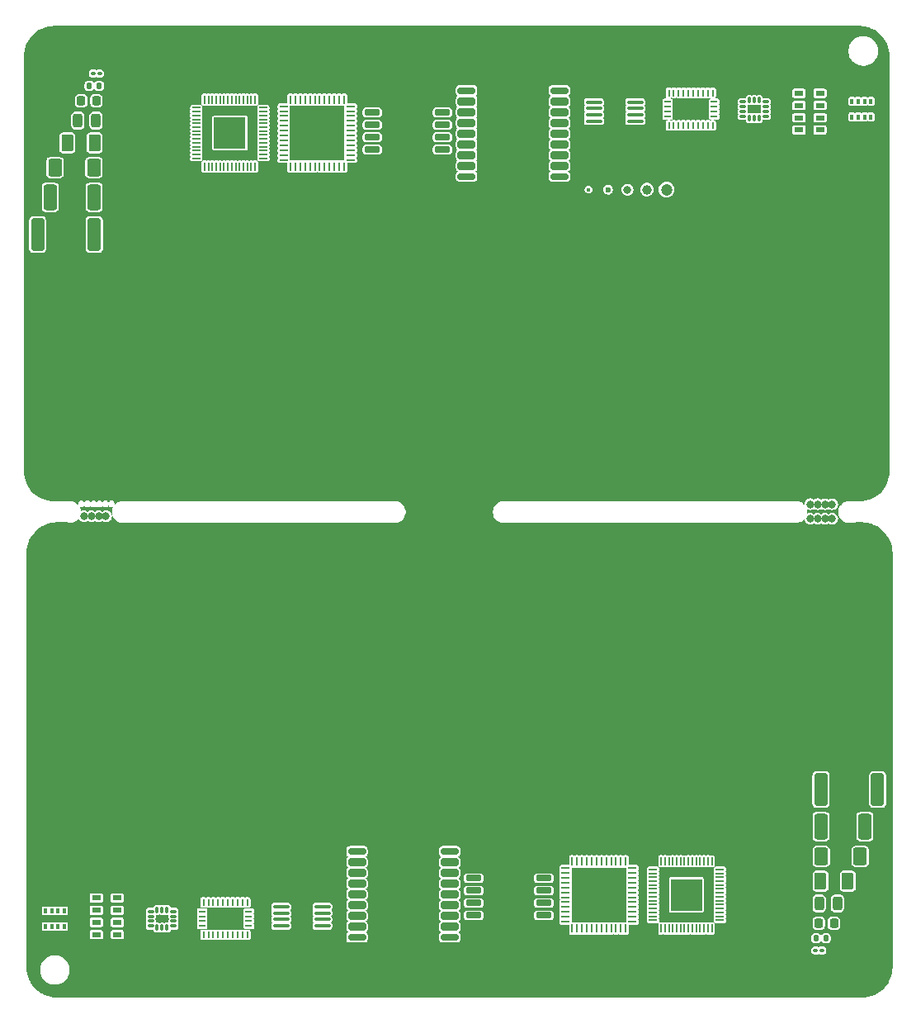
<source format=gbr>
G04 #@! TF.GenerationSoftware,KiCad,Pcbnew,8.0.2*
G04 #@! TF.CreationDate,2024-10-23T21:31:03+03:00*
G04 #@! TF.ProjectId,card_template,63617264-5f74-4656-9d70-6c6174652e6b,00*
G04 #@! TF.SameCoordinates,Original*
G04 #@! TF.FileFunction,Copper,L1,Top*
G04 #@! TF.FilePolarity,Positive*
%FSLAX46Y46*%
G04 Gerber Fmt 4.6, Leading zero omitted, Abs format (unit mm)*
G04 Created by KiCad (PCBNEW 8.0.2) date 2024-10-23 21:31:03*
%MOMM*%
%LPD*%
G01*
G04 APERTURE LIST*
G04 Aperture macros list*
%AMRoundRect*
0 Rectangle with rounded corners*
0 $1 Rounding radius*
0 $2 $3 $4 $5 $6 $7 $8 $9 X,Y pos of 4 corners*
0 Add a 4 corners polygon primitive as box body*
4,1,4,$2,$3,$4,$5,$6,$7,$8,$9,$2,$3,0*
0 Add four circle primitives for the rounded corners*
1,1,$1+$1,$2,$3*
1,1,$1+$1,$4,$5*
1,1,$1+$1,$6,$7*
1,1,$1+$1,$8,$9*
0 Add four rect primitives between the rounded corners*
20,1,$1+$1,$2,$3,$4,$5,0*
20,1,$1+$1,$4,$5,$6,$7,0*
20,1,$1+$1,$6,$7,$8,$9,0*
20,1,$1+$1,$8,$9,$2,$3,0*%
G04 Aperture macros list end*
G04 #@! TA.AperFunction,SMDPad,CuDef*
%ADD10RoundRect,0.250000X-0.425000X-1.425000X0.425000X-1.425000X0.425000X1.425000X-0.425000X1.425000X0*%
G04 #@! TD*
G04 #@! TA.AperFunction,SMDPad,CuDef*
%ADD11RoundRect,0.250000X-0.425000X-1.075000X0.425000X-1.075000X0.425000X1.075000X-0.425000X1.075000X0*%
G04 #@! TD*
G04 #@! TA.AperFunction,SMDPad,CuDef*
%ADD12RoundRect,0.249999X-0.450001X-0.650001X0.450001X-0.650001X0.450001X0.650001X-0.450001X0.650001X0*%
G04 #@! TD*
G04 #@! TA.AperFunction,SMDPad,CuDef*
%ADD13RoundRect,0.250000X-0.375000X-0.625000X0.375000X-0.625000X0.375000X0.625000X-0.375000X0.625000X0*%
G04 #@! TD*
G04 #@! TA.AperFunction,SMDPad,CuDef*
%ADD14RoundRect,0.243750X-0.243750X-0.456250X0.243750X-0.456250X0.243750X0.456250X-0.243750X0.456250X0*%
G04 #@! TD*
G04 #@! TA.AperFunction,SMDPad,CuDef*
%ADD15RoundRect,0.218750X-0.218750X-0.256250X0.218750X-0.256250X0.218750X0.256250X-0.218750X0.256250X0*%
G04 #@! TD*
G04 #@! TA.AperFunction,SMDPad,CuDef*
%ADD16RoundRect,0.147500X-0.147500X-0.172500X0.147500X-0.172500X0.147500X0.172500X-0.147500X0.172500X0*%
G04 #@! TD*
G04 #@! TA.AperFunction,SMDPad,CuDef*
%ADD17RoundRect,0.100000X-0.130000X-0.100000X0.130000X-0.100000X0.130000X0.100000X-0.130000X0.100000X0*%
G04 #@! TD*
G04 #@! TA.AperFunction,SMDPad,CuDef*
%ADD18RoundRect,0.050000X-0.387500X-0.050000X0.387500X-0.050000X0.387500X0.050000X-0.387500X0.050000X0*%
G04 #@! TD*
G04 #@! TA.AperFunction,SMDPad,CuDef*
%ADD19RoundRect,0.050000X-0.050000X-0.387500X0.050000X-0.387500X0.050000X0.387500X-0.050000X0.387500X0*%
G04 #@! TD*
G04 #@! TA.AperFunction,HeatsinkPad*
%ADD20R,3.200000X3.200000*%
G04 #@! TD*
G04 #@! TA.AperFunction,SMDPad,CuDef*
%ADD21RoundRect,0.250000X0.425000X1.075000X-0.425000X1.075000X-0.425000X-1.075000X0.425000X-1.075000X0*%
G04 #@! TD*
G04 #@! TA.AperFunction,SMDPad,CuDef*
%ADD22RoundRect,0.100000X0.712500X0.100000X-0.712500X0.100000X-0.712500X-0.100000X0.712500X-0.100000X0*%
G04 #@! TD*
G04 #@! TA.AperFunction,SMDPad,CuDef*
%ADD23R,0.254000X0.675000*%
G04 #@! TD*
G04 #@! TA.AperFunction,SMDPad,CuDef*
%ADD24R,0.675000X0.254000*%
G04 #@! TD*
G04 #@! TA.AperFunction,SMDPad,CuDef*
%ADD25RoundRect,0.050000X0.387500X0.050000X-0.387500X0.050000X-0.387500X-0.050000X0.387500X-0.050000X0*%
G04 #@! TD*
G04 #@! TA.AperFunction,SMDPad,CuDef*
%ADD26RoundRect,0.050000X0.050000X0.387500X-0.050000X0.387500X-0.050000X-0.387500X0.050000X-0.387500X0*%
G04 #@! TD*
G04 #@! TA.AperFunction,SMDPad,CuDef*
%ADD27RoundRect,0.062500X0.375000X0.062500X-0.375000X0.062500X-0.375000X-0.062500X0.375000X-0.062500X0*%
G04 #@! TD*
G04 #@! TA.AperFunction,SMDPad,CuDef*
%ADD28RoundRect,0.062500X0.062500X0.375000X-0.062500X0.375000X-0.062500X-0.375000X0.062500X-0.375000X0*%
G04 #@! TD*
G04 #@! TA.AperFunction,HeatsinkPad*
%ADD29R,5.600000X5.600000*%
G04 #@! TD*
G04 #@! TA.AperFunction,SMDPad,CuDef*
%ADD30RoundRect,0.243750X0.243750X0.456250X-0.243750X0.456250X-0.243750X-0.456250X0.243750X-0.456250X0*%
G04 #@! TD*
G04 #@! TA.AperFunction,SMDPad,CuDef*
%ADD31RoundRect,0.087500X0.225000X0.087500X-0.225000X0.087500X-0.225000X-0.087500X0.225000X-0.087500X0*%
G04 #@! TD*
G04 #@! TA.AperFunction,SMDPad,CuDef*
%ADD32RoundRect,0.087500X0.087500X0.225000X-0.087500X0.225000X-0.087500X-0.225000X0.087500X-0.225000X0*%
G04 #@! TD*
G04 #@! TA.AperFunction,SMDPad,CuDef*
%ADD33RoundRect,0.100000X-0.712500X-0.100000X0.712500X-0.100000X0.712500X0.100000X-0.712500X0.100000X0*%
G04 #@! TD*
G04 #@! TA.AperFunction,SMDPad,CuDef*
%ADD34RoundRect,0.218750X0.218750X0.256250X-0.218750X0.256250X-0.218750X-0.256250X0.218750X-0.256250X0*%
G04 #@! TD*
G04 #@! TA.AperFunction,SMDPad,CuDef*
%ADD35RoundRect,0.250000X0.425000X1.425000X-0.425000X1.425000X-0.425000X-1.425000X0.425000X-1.425000X0*%
G04 #@! TD*
G04 #@! TA.AperFunction,SMDPad,CuDef*
%ADD36RoundRect,0.150000X0.650000X0.150000X-0.650000X0.150000X-0.650000X-0.150000X0.650000X-0.150000X0*%
G04 #@! TD*
G04 #@! TA.AperFunction,SMDPad,CuDef*
%ADD37RoundRect,0.150000X-0.650000X-0.150000X0.650000X-0.150000X0.650000X0.150000X-0.650000X0.150000X0*%
G04 #@! TD*
G04 #@! TA.AperFunction,SMDPad,CuDef*
%ADD38RoundRect,0.249999X0.450001X0.650001X-0.450001X0.650001X-0.450001X-0.650001X0.450001X-0.650001X0*%
G04 #@! TD*
G04 #@! TA.AperFunction,SMDPad,CuDef*
%ADD39RoundRect,0.087500X-0.225000X-0.087500X0.225000X-0.087500X0.225000X0.087500X-0.225000X0.087500X0*%
G04 #@! TD*
G04 #@! TA.AperFunction,SMDPad,CuDef*
%ADD40RoundRect,0.087500X-0.087500X-0.225000X0.087500X-0.225000X0.087500X0.225000X-0.087500X0.225000X0*%
G04 #@! TD*
G04 #@! TA.AperFunction,SMDPad,CuDef*
%ADD41R,0.950000X0.550000*%
G04 #@! TD*
G04 #@! TA.AperFunction,SMDPad,CuDef*
%ADD42RoundRect,0.062500X-0.375000X-0.062500X0.375000X-0.062500X0.375000X0.062500X-0.375000X0.062500X0*%
G04 #@! TD*
G04 #@! TA.AperFunction,SMDPad,CuDef*
%ADD43RoundRect,0.062500X-0.062500X-0.375000X0.062500X-0.375000X0.062500X0.375000X-0.062500X0.375000X0*%
G04 #@! TD*
G04 #@! TA.AperFunction,SMDPad,CuDef*
%ADD44RoundRect,0.100000X0.130000X0.100000X-0.130000X0.100000X-0.130000X-0.100000X0.130000X-0.100000X0*%
G04 #@! TD*
G04 #@! TA.AperFunction,SMDPad,CuDef*
%ADD45R,0.350000X0.500000*%
G04 #@! TD*
G04 #@! TA.AperFunction,SMDPad,CuDef*
%ADD46RoundRect,0.250000X0.375000X0.625000X-0.375000X0.625000X-0.375000X-0.625000X0.375000X-0.625000X0*%
G04 #@! TD*
G04 #@! TA.AperFunction,SMDPad,CuDef*
%ADD47RoundRect,0.175000X-0.725000X-0.175000X0.725000X-0.175000X0.725000X0.175000X-0.725000X0.175000X0*%
G04 #@! TD*
G04 #@! TA.AperFunction,SMDPad,CuDef*
%ADD48RoundRect,0.200000X-0.700000X-0.200000X0.700000X-0.200000X0.700000X0.200000X-0.700000X0.200000X0*%
G04 #@! TD*
G04 #@! TA.AperFunction,SMDPad,CuDef*
%ADD49RoundRect,0.147500X0.147500X0.172500X-0.147500X0.172500X-0.147500X-0.172500X0.147500X-0.172500X0*%
G04 #@! TD*
G04 #@! TA.AperFunction,SMDPad,CuDef*
%ADD50RoundRect,0.175000X0.725000X0.175000X-0.725000X0.175000X-0.725000X-0.175000X0.725000X-0.175000X0*%
G04 #@! TD*
G04 #@! TA.AperFunction,SMDPad,CuDef*
%ADD51RoundRect,0.200000X0.700000X0.200000X-0.700000X0.200000X-0.700000X-0.200000X0.700000X-0.200000X0*%
G04 #@! TD*
G04 #@! TA.AperFunction,ViaPad*
%ADD52C,0.800000*%
G04 #@! TD*
G04 #@! TA.AperFunction,ViaPad*
%ADD53C,1.200000*%
G04 #@! TD*
G04 #@! TA.AperFunction,ViaPad*
%ADD54C,0.600000*%
G04 #@! TD*
G04 #@! TA.AperFunction,ViaPad*
%ADD55C,1.000000*%
G04 #@! TD*
G04 #@! TA.AperFunction,ViaPad*
%ADD56C,0.400000*%
G04 #@! TD*
G04 APERTURE END LIST*
D10*
X90990000Y-65101000D03*
X96790000Y-65101000D03*
D11*
X92280000Y-61291000D03*
X96780000Y-61291000D03*
D12*
X92760000Y-58243000D03*
X96760000Y-58243000D03*
D13*
X94030000Y-55703000D03*
X96830000Y-55703000D03*
D14*
X95092500Y-53417000D03*
X96967500Y-53417000D03*
D15*
X95442500Y-51385000D03*
X97017500Y-51385000D03*
D16*
X96295000Y-49861000D03*
X97265000Y-49861000D03*
D17*
X96690000Y-48591000D03*
X97330000Y-48591000D03*
D18*
X107262500Y-52100000D03*
X107262500Y-52500000D03*
X107262500Y-52900000D03*
X107262500Y-53300000D03*
X107262500Y-53700000D03*
X107262500Y-54100000D03*
X107262500Y-54500000D03*
X107262500Y-54900000D03*
X107262500Y-55300000D03*
X107262500Y-55700000D03*
X107262500Y-56100000D03*
X107262500Y-56500000D03*
X107262500Y-56900000D03*
X107262500Y-57300000D03*
D19*
X108100000Y-58137500D03*
X108500000Y-58137500D03*
X108900000Y-58137500D03*
X109300000Y-58137500D03*
X109700000Y-58137500D03*
X110100000Y-58137500D03*
X110500000Y-58137500D03*
X110900000Y-58137500D03*
X111300000Y-58137500D03*
X111700000Y-58137500D03*
X112100000Y-58137500D03*
X112500000Y-58137500D03*
X112900000Y-58137500D03*
X113300000Y-58137500D03*
D18*
X114137500Y-57300000D03*
X114137500Y-56900000D03*
X114137500Y-56500000D03*
X114137500Y-56100000D03*
X114137500Y-55700000D03*
X114137500Y-55300000D03*
X114137500Y-54900000D03*
X114137500Y-54500000D03*
X114137500Y-54100000D03*
X114137500Y-53700000D03*
X114137500Y-53300000D03*
X114137500Y-52900000D03*
X114137500Y-52500000D03*
X114137500Y-52100000D03*
D19*
X113300000Y-51262500D03*
X112900000Y-51262500D03*
X112500000Y-51262500D03*
X112100000Y-51262500D03*
X111700000Y-51262500D03*
X111300000Y-51262500D03*
X110900000Y-51262500D03*
X110500000Y-51262500D03*
X110100000Y-51262500D03*
X109700000Y-51262500D03*
X109300000Y-51262500D03*
X108900000Y-51262500D03*
X108500000Y-51262500D03*
X108100000Y-51262500D03*
D20*
X110700000Y-54700000D03*
D21*
X175860000Y-125810000D03*
X171360000Y-125810000D03*
D22*
X120187500Y-135975000D03*
X120187500Y-135325000D03*
X120187500Y-134675000D03*
X120187500Y-134025000D03*
X115962500Y-134025000D03*
X115962500Y-134675000D03*
X115962500Y-135325000D03*
X115962500Y-135975000D03*
D23*
X112500000Y-136912500D03*
D24*
X112637500Y-136000000D03*
X112637500Y-135500000D03*
X112637500Y-135000000D03*
X112637500Y-134500000D03*
D23*
X112500000Y-133587500D03*
X112000000Y-133587500D03*
X111500000Y-133587500D03*
X111000000Y-133587500D03*
X110500000Y-133587500D03*
X110000000Y-133587500D03*
X109500000Y-133587500D03*
X109000000Y-133587500D03*
X108500000Y-133587500D03*
X108000000Y-133587500D03*
D24*
X107862500Y-134500000D03*
X107862500Y-135000000D03*
X107862500Y-135500000D03*
X107862500Y-136000000D03*
D23*
X108000000Y-136912500D03*
X108500000Y-136912500D03*
X109000000Y-136912500D03*
X109500000Y-136912500D03*
X110000000Y-136912500D03*
X110500000Y-136912500D03*
X111000000Y-136912500D03*
X111500000Y-136912500D03*
X112000000Y-136912500D03*
D25*
X160987500Y-135400000D03*
X160987500Y-135000000D03*
X160987500Y-134600000D03*
X160987500Y-134200000D03*
X160987500Y-133800000D03*
X160987500Y-133400000D03*
X160987500Y-133000000D03*
X160987500Y-132600000D03*
X160987500Y-132200000D03*
X160987500Y-131800000D03*
X160987500Y-131400000D03*
X160987500Y-131000000D03*
X160987500Y-130600000D03*
X160987500Y-130200000D03*
D26*
X160150000Y-129362500D03*
X159750000Y-129362500D03*
X159350000Y-129362500D03*
X158950000Y-129362500D03*
X158550000Y-129362500D03*
X158150000Y-129362500D03*
X157750000Y-129362500D03*
X157350000Y-129362500D03*
X156950000Y-129362500D03*
X156550000Y-129362500D03*
X156150000Y-129362500D03*
X155750000Y-129362500D03*
X155350000Y-129362500D03*
X154950000Y-129362500D03*
D25*
X154112500Y-130200000D03*
X154112500Y-130600000D03*
X154112500Y-131000000D03*
X154112500Y-131400000D03*
X154112500Y-131800000D03*
X154112500Y-132200000D03*
X154112500Y-132600000D03*
X154112500Y-133000000D03*
X154112500Y-133400000D03*
X154112500Y-133800000D03*
X154112500Y-134200000D03*
X154112500Y-134600000D03*
X154112500Y-135000000D03*
X154112500Y-135400000D03*
D26*
X154950000Y-136237500D03*
X155350000Y-136237500D03*
X155750000Y-136237500D03*
X156150000Y-136237500D03*
X156550000Y-136237500D03*
X156950000Y-136237500D03*
X157350000Y-136237500D03*
X157750000Y-136237500D03*
X158150000Y-136237500D03*
X158550000Y-136237500D03*
X158950000Y-136237500D03*
X159350000Y-136237500D03*
X159750000Y-136237500D03*
X160150000Y-136237500D03*
D20*
X157550000Y-132800000D03*
D27*
X152012500Y-135550000D03*
X152012500Y-135050000D03*
X152012500Y-134550000D03*
X152012500Y-134050000D03*
X152012500Y-133550000D03*
X152012500Y-133050000D03*
X152012500Y-132550000D03*
X152012500Y-132050000D03*
X152012500Y-131550000D03*
X152012500Y-131050000D03*
X152012500Y-130550000D03*
X152012500Y-130050000D03*
D28*
X151325000Y-129362500D03*
X150825000Y-129362500D03*
X150325000Y-129362500D03*
X149825000Y-129362500D03*
X149325000Y-129362500D03*
X148825000Y-129362500D03*
X148325000Y-129362500D03*
X147825000Y-129362500D03*
X147325000Y-129362500D03*
X146825000Y-129362500D03*
X146325000Y-129362500D03*
X145825000Y-129362500D03*
D27*
X145137500Y-130050000D03*
X145137500Y-130550000D03*
X145137500Y-131050000D03*
X145137500Y-131550000D03*
X145137500Y-132050000D03*
X145137500Y-132550000D03*
X145137500Y-133050000D03*
X145137500Y-133550000D03*
X145137500Y-134050000D03*
X145137500Y-134550000D03*
X145137500Y-135050000D03*
X145137500Y-135550000D03*
D28*
X145825000Y-136237500D03*
X146325000Y-136237500D03*
X146825000Y-136237500D03*
X147325000Y-136237500D03*
X147825000Y-136237500D03*
X148325000Y-136237500D03*
X148825000Y-136237500D03*
X149325000Y-136237500D03*
X149825000Y-136237500D03*
X150325000Y-136237500D03*
X150825000Y-136237500D03*
X151325000Y-136237500D03*
D29*
X148575000Y-132800000D03*
D30*
X173047500Y-133684000D03*
X171172500Y-133684000D03*
D31*
X104912500Y-136000000D03*
X104912500Y-135500000D03*
X104912500Y-135000000D03*
X104912500Y-134500000D03*
D32*
X104250000Y-134337500D03*
X103750000Y-134337500D03*
X103250000Y-134337500D03*
D31*
X102587500Y-134500000D03*
X102587500Y-135000000D03*
X102587500Y-135500000D03*
X102587500Y-136000000D03*
D32*
X103250000Y-136162500D03*
X103750000Y-136162500D03*
X104250000Y-136162500D03*
D33*
X148062500Y-51525000D03*
X148062500Y-52175000D03*
X148062500Y-52825000D03*
X148062500Y-53475000D03*
X152287500Y-53475000D03*
X152287500Y-52825000D03*
X152287500Y-52175000D03*
X152287500Y-51525000D03*
D34*
X172697500Y-135716000D03*
X171122500Y-135716000D03*
D35*
X177150000Y-122000000D03*
X171350000Y-122000000D03*
D36*
X142925000Y-134905000D03*
X142925000Y-133635000D03*
X142925000Y-132365000D03*
X142925000Y-131095000D03*
X135725000Y-131095000D03*
X135725000Y-132365000D03*
X135725000Y-133635000D03*
X135725000Y-134905000D03*
D37*
X125325000Y-52595000D03*
X125325000Y-53865000D03*
X125325000Y-55135000D03*
X125325000Y-56405000D03*
X132525000Y-56405000D03*
X132525000Y-55135000D03*
X132525000Y-53865000D03*
X132525000Y-52595000D03*
D32*
X103750000Y-136162500D03*
D23*
X155750000Y-50587500D03*
D24*
X155612500Y-51500000D03*
X155612500Y-52000000D03*
X155612500Y-52500000D03*
X155612500Y-53000000D03*
D23*
X155750000Y-53912500D03*
X156250000Y-53912500D03*
X156750000Y-53912500D03*
X157250000Y-53912500D03*
X157750000Y-53912500D03*
X158250000Y-53912500D03*
X158750000Y-53912500D03*
X159250000Y-53912500D03*
X159750000Y-53912500D03*
X160250000Y-53912500D03*
D24*
X160387500Y-53000000D03*
X160387500Y-52500000D03*
X160387500Y-52000000D03*
X160387500Y-51500000D03*
D23*
X160250000Y-50587500D03*
X159750000Y-50587500D03*
X159250000Y-50587500D03*
X158750000Y-50587500D03*
X158250000Y-50587500D03*
X157750000Y-50587500D03*
X157250000Y-50587500D03*
X156750000Y-50587500D03*
X156250000Y-50587500D03*
D29*
X148575000Y-132800000D03*
D38*
X175380000Y-128858000D03*
X171380000Y-128858000D03*
D39*
X163337500Y-51500000D03*
X163337500Y-52000000D03*
X163337500Y-52500000D03*
X163337500Y-53000000D03*
D40*
X164000000Y-53162500D03*
X164500000Y-53162500D03*
X165000000Y-53162500D03*
D39*
X165662500Y-53000000D03*
X165662500Y-52500000D03*
X165662500Y-52000000D03*
X165662500Y-51500000D03*
D40*
X165000000Y-51337500D03*
X164500000Y-51337500D03*
X164000000Y-51337500D03*
D41*
X169100000Y-50625000D03*
X169100000Y-51875000D03*
X169100000Y-53125000D03*
X169100000Y-54375000D03*
X171250000Y-54375000D03*
X171250000Y-53125000D03*
X171250000Y-51875000D03*
X171250000Y-50625000D03*
D42*
X116237500Y-51950000D03*
X116237500Y-52450000D03*
X116237500Y-52950000D03*
X116237500Y-53450000D03*
X116237500Y-53950000D03*
X116237500Y-54450000D03*
X116237500Y-54950000D03*
X116237500Y-55450000D03*
X116237500Y-55950000D03*
X116237500Y-56450000D03*
X116237500Y-56950000D03*
X116237500Y-57450000D03*
D43*
X116925000Y-58137500D03*
X117425000Y-58137500D03*
X117925000Y-58137500D03*
X118425000Y-58137500D03*
X118925000Y-58137500D03*
X119425000Y-58137500D03*
X119925000Y-58137500D03*
X120425000Y-58137500D03*
X120925000Y-58137500D03*
X121425000Y-58137500D03*
X121925000Y-58137500D03*
X122425000Y-58137500D03*
D42*
X123112500Y-57450000D03*
X123112500Y-56950000D03*
X123112500Y-56450000D03*
X123112500Y-55950000D03*
X123112500Y-55450000D03*
X123112500Y-54950000D03*
X123112500Y-54450000D03*
X123112500Y-53950000D03*
X123112500Y-53450000D03*
X123112500Y-52950000D03*
X123112500Y-52450000D03*
X123112500Y-51950000D03*
D43*
X122425000Y-51262500D03*
X121925000Y-51262500D03*
X121425000Y-51262500D03*
X120925000Y-51262500D03*
X120425000Y-51262500D03*
X119925000Y-51262500D03*
X119425000Y-51262500D03*
X118925000Y-51262500D03*
X118425000Y-51262500D03*
X117925000Y-51262500D03*
X117425000Y-51262500D03*
X116925000Y-51262500D03*
D29*
X119675000Y-54700000D03*
D41*
X99150000Y-136875000D03*
X99150000Y-135625000D03*
X99150000Y-134375000D03*
X99150000Y-133125000D03*
X97000000Y-133125000D03*
X97000000Y-134375000D03*
X97000000Y-135625000D03*
X97000000Y-136875000D03*
D44*
X171450000Y-138510000D03*
X170810000Y-138510000D03*
D45*
X174525000Y-51450000D03*
X175175000Y-51450000D03*
X175825000Y-51450000D03*
X176475000Y-51450000D03*
X176475000Y-53050000D03*
X175825000Y-53050000D03*
X175175000Y-53050000D03*
X174525000Y-53050000D03*
D46*
X174110000Y-131398000D03*
X171310000Y-131398000D03*
D45*
X93725000Y-136050000D03*
X93075000Y-136050000D03*
X92425000Y-136050000D03*
X91775000Y-136050000D03*
X91775000Y-134450000D03*
X92425000Y-134450000D03*
X93075000Y-134450000D03*
X93725000Y-134450000D03*
D47*
X135000000Y-50350000D03*
D48*
X135000000Y-51450000D03*
X135000000Y-52550000D03*
X135000000Y-53650000D03*
X135000000Y-54750000D03*
X135000000Y-55850000D03*
X135000000Y-56950000D03*
X135000000Y-58050000D03*
D47*
X135000000Y-59150000D03*
X144500000Y-59150000D03*
D48*
X144500000Y-58050000D03*
X144500000Y-56950000D03*
X144500000Y-55850000D03*
X144500000Y-54750000D03*
X144500000Y-53650000D03*
X144500000Y-52550000D03*
X144500000Y-51450000D03*
D47*
X144500000Y-50350000D03*
D49*
X171845000Y-137240000D03*
X170875000Y-137240000D03*
D50*
X133250000Y-137150000D03*
D51*
X133250000Y-136050000D03*
X133250000Y-134950000D03*
X133250000Y-133850000D03*
X133250000Y-132750000D03*
X133250000Y-131650000D03*
X133250000Y-130550000D03*
X133250000Y-129450000D03*
D50*
X133250000Y-128350000D03*
X123750000Y-128350000D03*
D51*
X123750000Y-129450000D03*
X123750000Y-130550000D03*
X123750000Y-131650000D03*
X123750000Y-132750000D03*
X123750000Y-133850000D03*
X123750000Y-134950000D03*
X123750000Y-136050000D03*
D50*
X123750000Y-137150000D03*
D52*
X172500000Y-94250000D03*
D53*
X155500000Y-60500000D03*
D52*
X171000000Y-94250000D03*
X98000000Y-94000000D03*
X171750000Y-92750000D03*
D54*
X149500000Y-60500000D03*
D52*
X96500000Y-94000000D03*
X95750000Y-94000000D03*
X171750000Y-94250000D03*
X172500000Y-92750000D03*
X151500000Y-60500000D03*
X97250000Y-94000000D03*
X171000000Y-92750000D03*
X170250000Y-92750000D03*
D55*
X153500000Y-60500000D03*
D52*
X170250000Y-94250000D03*
D56*
X147500000Y-60500000D03*
G04 #@! TA.AperFunction,NonConductor*
G36*
X175479681Y-43725026D02*
G01*
X175480195Y-43725039D01*
X175588615Y-43730721D01*
X175589801Y-43730846D01*
X175914224Y-43782229D01*
X175915405Y-43782481D01*
X176120754Y-43837504D01*
X176232651Y-43867488D01*
X176233816Y-43867866D01*
X176404453Y-43933367D01*
X176540446Y-43985570D01*
X176541558Y-43986064D01*
X176834216Y-44135181D01*
X176835266Y-44135788D01*
X177110717Y-44314668D01*
X177111692Y-44315375D01*
X177182027Y-44372331D01*
X177366953Y-44522081D01*
X177367863Y-44522901D01*
X177600098Y-44755136D01*
X177600918Y-44756046D01*
X177789602Y-44989052D01*
X177807618Y-45011299D01*
X177808337Y-45012290D01*
X177987208Y-45287728D01*
X177987821Y-45288788D01*
X178136933Y-45581438D01*
X178137431Y-45582557D01*
X178255133Y-45889183D01*
X178255511Y-45890348D01*
X178340516Y-46207586D01*
X178340771Y-46208784D01*
X178392151Y-46533182D01*
X178392279Y-46534400D01*
X178408946Y-46852438D01*
X178409484Y-46862694D01*
X178409500Y-46863306D01*
X178409500Y-89312693D01*
X178409484Y-89313305D01*
X178392279Y-89641599D01*
X178392151Y-89642817D01*
X178340771Y-89967215D01*
X178340516Y-89968413D01*
X178255511Y-90285651D01*
X178255133Y-90286816D01*
X178137431Y-90593442D01*
X178136933Y-90594561D01*
X177987821Y-90887211D01*
X177987208Y-90888271D01*
X177808337Y-91163709D01*
X177807618Y-91164700D01*
X177600918Y-91419953D01*
X177600098Y-91420863D01*
X177367863Y-91653098D01*
X177366953Y-91653918D01*
X177111700Y-91860618D01*
X177110709Y-91861337D01*
X176835271Y-92040208D01*
X176834211Y-92040821D01*
X176541561Y-92189933D01*
X176540442Y-92190431D01*
X176233816Y-92308133D01*
X176232651Y-92308511D01*
X175915413Y-92393516D01*
X175914215Y-92393771D01*
X175589817Y-92445151D01*
X175588599Y-92445279D01*
X175260305Y-92462484D01*
X175259693Y-92462500D01*
X174244628Y-92462500D01*
X174244225Y-92462493D01*
X174147523Y-92459160D01*
X174147512Y-92459160D01*
X173954759Y-92487200D01*
X173954756Y-92487200D01*
X173954755Y-92487201D01*
X173803206Y-92537886D01*
X173770014Y-92548987D01*
X173599166Y-92642552D01*
X173447618Y-92764935D01*
X173447616Y-92764937D01*
X173447614Y-92764939D01*
X173383893Y-92838600D01*
X173320170Y-92912264D01*
X173220876Y-93079851D01*
X173152878Y-93262392D01*
X173148832Y-93284847D01*
X173118331Y-93454102D01*
X173118331Y-93648898D01*
X173142107Y-93780833D01*
X173152878Y-93840607D01*
X173220876Y-94023148D01*
X173300045Y-94156768D01*
X173320172Y-94190738D01*
X173447614Y-94338061D01*
X173599164Y-94460446D01*
X173770017Y-94554014D01*
X173954755Y-94615799D01*
X174062963Y-94631539D01*
X174147512Y-94643839D01*
X174147515Y-94643839D01*
X174147522Y-94643840D01*
X174231895Y-94640931D01*
X174231897Y-94640932D01*
X174234323Y-94640848D01*
X174234324Y-94640849D01*
X174244467Y-94640498D01*
X174244873Y-94640484D01*
X174244873Y-94640487D01*
X174244881Y-94640483D01*
X174253143Y-94640205D01*
X174253143Y-94640204D01*
X174255130Y-94640138D01*
X174255172Y-94640128D01*
X175544740Y-94595590D01*
X175545730Y-94595598D01*
X175873684Y-94612782D01*
X175874870Y-94612907D01*
X176199296Y-94664286D01*
X176200477Y-94664538D01*
X176424756Y-94724631D01*
X176517729Y-94749542D01*
X176518893Y-94749919D01*
X176825528Y-94867622D01*
X176826640Y-94868116D01*
X177119302Y-95017231D01*
X177120351Y-95017838D01*
X177395807Y-95196718D01*
X177396798Y-95197437D01*
X177652050Y-95404131D01*
X177652960Y-95404951D01*
X177885200Y-95637186D01*
X177886019Y-95638096D01*
X178092725Y-95893349D01*
X178093445Y-95894340D01*
X178272321Y-96169779D01*
X178272934Y-96170839D01*
X178422052Y-96463491D01*
X178422550Y-96464610D01*
X178540258Y-96771238D01*
X178540636Y-96772403D01*
X178625644Y-97089644D01*
X178625899Y-97090842D01*
X178677283Y-97415242D01*
X178677411Y-97416460D01*
X178694548Y-97743384D01*
X178694564Y-97743996D01*
X178694564Y-140194757D01*
X178694548Y-140195369D01*
X178677346Y-140523665D01*
X178677218Y-140524883D01*
X178625841Y-140849282D01*
X178625586Y-140850480D01*
X178540584Y-141167721D01*
X178540206Y-141168886D01*
X178422505Y-141475512D01*
X178422007Y-141476631D01*
X178272896Y-141769283D01*
X178272283Y-141770343D01*
X178093412Y-142045782D01*
X178092693Y-142046773D01*
X177885992Y-142302027D01*
X177885172Y-142302937D01*
X177652937Y-142535172D01*
X177652027Y-142535992D01*
X177396773Y-142742693D01*
X177395782Y-142743412D01*
X177120343Y-142922283D01*
X177119283Y-142922896D01*
X176826631Y-143072007D01*
X176825512Y-143072505D01*
X176518886Y-143190206D01*
X176517721Y-143190584D01*
X176200480Y-143275586D01*
X176199282Y-143275841D01*
X175874883Y-143327218D01*
X175873665Y-143327346D01*
X175545369Y-143344548D01*
X175544757Y-143344564D01*
X92995371Y-143344564D01*
X92994759Y-143344548D01*
X92666468Y-143327339D01*
X92665250Y-143327211D01*
X92340857Y-143275828D01*
X92339659Y-143275573D01*
X92049286Y-143197764D01*
X92022424Y-143190566D01*
X92021260Y-143190189D01*
X91714639Y-143072484D01*
X91713520Y-143071986D01*
X91420875Y-142922872D01*
X91419815Y-142922259D01*
X91359207Y-142882899D01*
X91144379Y-142743384D01*
X91143396Y-142742671D01*
X90888144Y-142535967D01*
X90887234Y-142535147D01*
X90655004Y-142302912D01*
X90654184Y-142302002D01*
X90447495Y-142046756D01*
X90446776Y-142045765D01*
X90267900Y-141770315D01*
X90267293Y-141769266D01*
X90118182Y-141476611D01*
X90117686Y-141475495D01*
X89999989Y-141168872D01*
X89999611Y-141167707D01*
X89916109Y-140856059D01*
X89914609Y-140850462D01*
X89914357Y-140849281D01*
X89862978Y-140524862D01*
X89862853Y-140523665D01*
X89855343Y-140380333D01*
X91229500Y-140380333D01*
X91229500Y-140619666D01*
X91266937Y-140856043D01*
X91266941Y-140856059D01*
X91340893Y-141083661D01*
X91340895Y-141083665D01*
X91340897Y-141083670D01*
X91384028Y-141168318D01*
X91449555Y-141296922D01*
X91590219Y-141490529D01*
X91590223Y-141490533D01*
X91590227Y-141490539D01*
X91759461Y-141659773D01*
X91759466Y-141659777D01*
X91759470Y-141659780D01*
X91953077Y-141800444D01*
X91953082Y-141800446D01*
X91953084Y-141800448D01*
X92166330Y-141909103D01*
X92166335Y-141909104D01*
X92166338Y-141909106D01*
X92263141Y-141940559D01*
X92393949Y-141983061D01*
X92490143Y-141998296D01*
X92630333Y-142020500D01*
X92630334Y-142020500D01*
X92869666Y-142020500D01*
X93106051Y-141983061D01*
X93333670Y-141909103D01*
X93546916Y-141800448D01*
X93740539Y-141659773D01*
X93909773Y-141490539D01*
X94050448Y-141296916D01*
X94159103Y-141083670D01*
X94233061Y-140856051D01*
X94270500Y-140619666D01*
X94270500Y-140380334D01*
X94233061Y-140143949D01*
X94159103Y-139916330D01*
X94050448Y-139703084D01*
X94050446Y-139703082D01*
X94050444Y-139703077D01*
X93909780Y-139509470D01*
X93909777Y-139509466D01*
X93909773Y-139509461D01*
X93740539Y-139340227D01*
X93740533Y-139340223D01*
X93740529Y-139340219D01*
X93546922Y-139199555D01*
X93526762Y-139189283D01*
X93333670Y-139090897D01*
X93333667Y-139090896D01*
X93333665Y-139090895D01*
X93333661Y-139090893D01*
X93106059Y-139016941D01*
X93106043Y-139016937D01*
X92869667Y-138979500D01*
X92869666Y-138979500D01*
X92630334Y-138979500D01*
X92630333Y-138979500D01*
X92393956Y-139016937D01*
X92393940Y-139016941D01*
X92166338Y-139090893D01*
X92166334Y-139090895D01*
X91953077Y-139199555D01*
X91759470Y-139340219D01*
X91759454Y-139340233D01*
X91590233Y-139509454D01*
X91590219Y-139509470D01*
X91449555Y-139703077D01*
X91340895Y-139916334D01*
X91340893Y-139916338D01*
X91266941Y-140143940D01*
X91266937Y-140143956D01*
X91229500Y-140380333D01*
X89855343Y-140380333D01*
X89846193Y-140205697D01*
X89845580Y-140193990D01*
X89845564Y-140193378D01*
X89845564Y-138365143D01*
X170379500Y-138365143D01*
X170379500Y-138654864D01*
X170382414Y-138679991D01*
X170427794Y-138782765D01*
X170427795Y-138782767D01*
X170507232Y-138862204D01*
X170507234Y-138862205D01*
X170507235Y-138862206D01*
X170564629Y-138887547D01*
X170610008Y-138907585D01*
X170613477Y-138907987D01*
X170635135Y-138910500D01*
X170984864Y-138910499D01*
X171009991Y-138907585D01*
X171112765Y-138862206D01*
X171121727Y-138853243D01*
X171129999Y-138849817D01*
X171138271Y-138853242D01*
X171147233Y-138862204D01*
X171147235Y-138862206D01*
X171250008Y-138907585D01*
X171253477Y-138907987D01*
X171275135Y-138910500D01*
X171624864Y-138910499D01*
X171649991Y-138907585D01*
X171752765Y-138862206D01*
X171832206Y-138782765D01*
X171877585Y-138679991D01*
X171880500Y-138654865D01*
X171880499Y-138365136D01*
X171877585Y-138340009D01*
X171832206Y-138237235D01*
X171832205Y-138237234D01*
X171832204Y-138237232D01*
X171752767Y-138157795D01*
X171752765Y-138157794D01*
X171649991Y-138112414D01*
X171624875Y-138109501D01*
X171624872Y-138109500D01*
X171624865Y-138109500D01*
X171624856Y-138109500D01*
X171275135Y-138109500D01*
X171250008Y-138112414D01*
X171147234Y-138157794D01*
X171147232Y-138157795D01*
X171138273Y-138166755D01*
X171130000Y-138170182D01*
X171121727Y-138166755D01*
X171112767Y-138157795D01*
X171112765Y-138157794D01*
X171009991Y-138112414D01*
X170984875Y-138109501D01*
X170984872Y-138109500D01*
X170984865Y-138109500D01*
X170984856Y-138109500D01*
X170635135Y-138109500D01*
X170610008Y-138112414D01*
X170507234Y-138157794D01*
X170507232Y-138157795D01*
X170427795Y-138237232D01*
X170427794Y-138237234D01*
X170382414Y-138340008D01*
X170379501Y-138365124D01*
X170379500Y-138365143D01*
X89845564Y-138365143D01*
X89845564Y-136580252D01*
X96324500Y-136580252D01*
X96324500Y-137169747D01*
X96336133Y-137228231D01*
X96363873Y-137269747D01*
X96380448Y-137294552D01*
X96446769Y-137338867D01*
X96505252Y-137350500D01*
X96505253Y-137350500D01*
X97494747Y-137350500D01*
X97494748Y-137350500D01*
X97553231Y-137338867D01*
X97619552Y-137294552D01*
X97663867Y-137228231D01*
X97675500Y-137169748D01*
X97675500Y-136580252D01*
X98474500Y-136580252D01*
X98474500Y-137169747D01*
X98486133Y-137228231D01*
X98513873Y-137269747D01*
X98530448Y-137294552D01*
X98596769Y-137338867D01*
X98655252Y-137350500D01*
X98655253Y-137350500D01*
X99644747Y-137350500D01*
X99644748Y-137350500D01*
X99703231Y-137338867D01*
X99769552Y-137294552D01*
X99813867Y-137228231D01*
X99825500Y-137169748D01*
X99825500Y-136580252D01*
X99813867Y-136521769D01*
X99769552Y-136455448D01*
X99754297Y-136445255D01*
X99703231Y-136411133D01*
X99644748Y-136399500D01*
X98655252Y-136399500D01*
X98626010Y-136405316D01*
X98596768Y-136411133D01*
X98530448Y-136455447D01*
X98530447Y-136455448D01*
X98486133Y-136521768D01*
X98474500Y-136580252D01*
X97675500Y-136580252D01*
X97663867Y-136521769D01*
X97619552Y-136455448D01*
X97604297Y-136445255D01*
X97553231Y-136411133D01*
X97494748Y-136399500D01*
X96505252Y-136399500D01*
X96476010Y-136405316D01*
X96446768Y-136411133D01*
X96380448Y-136455447D01*
X96380447Y-136455448D01*
X96336133Y-136521768D01*
X96324500Y-136580252D01*
X89845564Y-136580252D01*
X89845564Y-135780252D01*
X91399500Y-135780252D01*
X91399500Y-136319748D01*
X91401042Y-136327500D01*
X91411133Y-136378231D01*
X91449999Y-136436398D01*
X91455448Y-136444552D01*
X91521769Y-136488867D01*
X91580252Y-136500500D01*
X91580253Y-136500500D01*
X91969747Y-136500500D01*
X91969748Y-136500500D01*
X92028231Y-136488867D01*
X92093500Y-136445255D01*
X92102282Y-136443508D01*
X92106500Y-136445255D01*
X92171769Y-136488867D01*
X92230252Y-136500500D01*
X92230253Y-136500500D01*
X92619747Y-136500500D01*
X92619748Y-136500500D01*
X92678231Y-136488867D01*
X92743500Y-136445255D01*
X92752282Y-136443508D01*
X92756500Y-136445255D01*
X92821769Y-136488867D01*
X92880252Y-136500500D01*
X92880253Y-136500500D01*
X93269747Y-136500500D01*
X93269748Y-136500500D01*
X93328231Y-136488867D01*
X93393500Y-136445255D01*
X93402282Y-136443508D01*
X93406500Y-136445255D01*
X93471769Y-136488867D01*
X93530252Y-136500500D01*
X93530253Y-136500500D01*
X93919747Y-136500500D01*
X93919748Y-136500500D01*
X93978231Y-136488867D01*
X94044552Y-136444552D01*
X94088867Y-136378231D01*
X94100500Y-136319748D01*
X94100500Y-135780252D01*
X94088867Y-135721769D01*
X94044552Y-135655448D01*
X94043498Y-135654744D01*
X93978231Y-135611133D01*
X93919748Y-135599500D01*
X93530252Y-135599500D01*
X93501010Y-135605316D01*
X93471768Y-135611133D01*
X93406500Y-135654744D01*
X93397717Y-135656491D01*
X93393500Y-135654744D01*
X93328231Y-135611133D01*
X93269748Y-135599500D01*
X92880252Y-135599500D01*
X92851010Y-135605316D01*
X92821768Y-135611133D01*
X92756500Y-135654744D01*
X92747717Y-135656491D01*
X92743500Y-135654744D01*
X92678231Y-135611133D01*
X92619748Y-135599500D01*
X92230252Y-135599500D01*
X92201010Y-135605316D01*
X92171768Y-135611133D01*
X92106500Y-135654744D01*
X92097717Y-135656491D01*
X92093500Y-135654744D01*
X92028231Y-135611133D01*
X91969748Y-135599500D01*
X91580252Y-135599500D01*
X91551010Y-135605316D01*
X91521768Y-135611133D01*
X91455448Y-135655447D01*
X91455447Y-135655448D01*
X91411133Y-135721768D01*
X91399500Y-135780252D01*
X89845564Y-135780252D01*
X89845564Y-135330252D01*
X96324500Y-135330252D01*
X96324500Y-135919748D01*
X96336133Y-135978231D01*
X96380448Y-136044552D01*
X96446769Y-136088867D01*
X96505252Y-136100500D01*
X96505253Y-136100500D01*
X97494747Y-136100500D01*
X97494748Y-136100500D01*
X97553231Y-136088867D01*
X97619552Y-136044552D01*
X97663867Y-135978231D01*
X97675500Y-135919748D01*
X97675500Y-135330252D01*
X98474500Y-135330252D01*
X98474500Y-135919748D01*
X98486133Y-135978231D01*
X98530448Y-136044552D01*
X98596769Y-136088867D01*
X98655252Y-136100500D01*
X98655253Y-136100500D01*
X99644747Y-136100500D01*
X99644748Y-136100500D01*
X99703231Y-136088867D01*
X99769552Y-136044552D01*
X99813867Y-135978231D01*
X99825500Y-135919748D01*
X99825500Y-135330252D01*
X99813867Y-135271769D01*
X99769552Y-135205448D01*
X99769227Y-135205231D01*
X99703231Y-135161133D01*
X99679391Y-135156391D01*
X99644748Y-135149500D01*
X98655252Y-135149500D01*
X98629733Y-135154576D01*
X98596768Y-135161133D01*
X98530448Y-135205447D01*
X98530447Y-135205448D01*
X98486133Y-135271768D01*
X98475480Y-135325326D01*
X98474500Y-135330252D01*
X97675500Y-135330252D01*
X97663867Y-135271769D01*
X97619552Y-135205448D01*
X97619227Y-135205231D01*
X97553231Y-135161133D01*
X97529391Y-135156391D01*
X97494748Y-135149500D01*
X96505252Y-135149500D01*
X96479733Y-135154576D01*
X96446768Y-135161133D01*
X96380448Y-135205447D01*
X96380447Y-135205448D01*
X96336133Y-135271768D01*
X96325480Y-135325326D01*
X96324500Y-135330252D01*
X89845564Y-135330252D01*
X89845564Y-134180252D01*
X91399500Y-134180252D01*
X91399500Y-134719748D01*
X91411133Y-134778231D01*
X91451648Y-134838866D01*
X91455448Y-134844552D01*
X91521769Y-134888867D01*
X91580252Y-134900500D01*
X91580253Y-134900500D01*
X91969747Y-134900500D01*
X91969748Y-134900500D01*
X92028231Y-134888867D01*
X92093253Y-134845420D01*
X92093500Y-134845255D01*
X92102282Y-134843508D01*
X92106500Y-134845255D01*
X92106747Y-134845420D01*
X92171769Y-134888867D01*
X92230252Y-134900500D01*
X92230253Y-134900500D01*
X92619747Y-134900500D01*
X92619748Y-134900500D01*
X92678231Y-134888867D01*
X92743253Y-134845420D01*
X92743500Y-134845255D01*
X92752282Y-134843508D01*
X92756500Y-134845255D01*
X92756747Y-134845420D01*
X92821769Y-134888867D01*
X92880252Y-134900500D01*
X92880253Y-134900500D01*
X93269747Y-134900500D01*
X93269748Y-134900500D01*
X93328231Y-134888867D01*
X93393253Y-134845420D01*
X93393500Y-134845255D01*
X93402282Y-134843508D01*
X93406500Y-134845255D01*
X93406747Y-134845420D01*
X93471769Y-134888867D01*
X93530252Y-134900500D01*
X93530253Y-134900500D01*
X93919747Y-134900500D01*
X93919748Y-134900500D01*
X93978231Y-134888867D01*
X94044552Y-134844552D01*
X94088867Y-134778231D01*
X94100500Y-134719748D01*
X94100500Y-134180252D01*
X94088867Y-134121769D01*
X94061126Y-134080252D01*
X96324500Y-134080252D01*
X96324500Y-134669748D01*
X96336133Y-134728231D01*
X96380448Y-134794552D01*
X96446769Y-134838867D01*
X96505252Y-134850500D01*
X96505253Y-134850500D01*
X97494747Y-134850500D01*
X97494748Y-134850500D01*
X97553231Y-134838867D01*
X97619552Y-134794552D01*
X97663867Y-134728231D01*
X97675500Y-134669748D01*
X97675500Y-134080252D01*
X98474500Y-134080252D01*
X98474500Y-134669748D01*
X98486133Y-134728231D01*
X98530448Y-134794552D01*
X98596769Y-134838867D01*
X98655252Y-134850500D01*
X98655253Y-134850500D01*
X99644747Y-134850500D01*
X99644748Y-134850500D01*
X99703231Y-134838867D01*
X99769552Y-134794552D01*
X99813867Y-134728231D01*
X99825500Y-134669748D01*
X99825500Y-134369503D01*
X102074500Y-134369503D01*
X102074500Y-134630504D01*
X102077292Y-134654580D01*
X102117338Y-134745274D01*
X102117545Y-134754227D01*
X102117338Y-134754726D01*
X102077292Y-134845419D01*
X102074501Y-134869484D01*
X102074501Y-134869493D01*
X102074500Y-134869503D01*
X102074500Y-135130504D01*
X102077292Y-135154580D01*
X102117338Y-135245274D01*
X102117545Y-135254227D01*
X102117338Y-135254726D01*
X102077292Y-135345419D01*
X102074501Y-135369484D01*
X102074500Y-135369503D01*
X102074500Y-135630504D01*
X102077292Y-135654580D01*
X102117338Y-135745274D01*
X102117545Y-135754227D01*
X102117338Y-135754726D01*
X102077292Y-135845419D01*
X102074501Y-135869484D01*
X102074500Y-135869503D01*
X102074500Y-136130504D01*
X102077292Y-136154580D01*
X102120785Y-136253079D01*
X102120786Y-136253081D01*
X102196918Y-136329213D01*
X102196920Y-136329214D01*
X102196921Y-136329215D01*
X102251927Y-136353502D01*
X102295419Y-136372707D01*
X102298743Y-136373092D01*
X102319495Y-136375500D01*
X102855504Y-136375499D01*
X102861452Y-136374809D01*
X102870065Y-136377260D01*
X102874422Y-136385083D01*
X102874500Y-136386431D01*
X102874500Y-136430504D01*
X102877292Y-136454580D01*
X102920785Y-136553079D01*
X102920786Y-136553081D01*
X102996918Y-136629213D01*
X102996920Y-136629214D01*
X102996921Y-136629215D01*
X103043256Y-136649674D01*
X103095419Y-136672707D01*
X103098743Y-136673092D01*
X103119495Y-136675500D01*
X103380504Y-136675499D01*
X103404580Y-136672707D01*
X103495275Y-136632659D01*
X103504226Y-136632453D01*
X103504697Y-136632648D01*
X103550478Y-136652862D01*
X103595416Y-136672706D01*
X103595418Y-136672706D01*
X103595420Y-136672707D01*
X103619495Y-136675500D01*
X103880504Y-136675499D01*
X103904580Y-136672707D01*
X103995275Y-136632659D01*
X104004226Y-136632453D01*
X104004697Y-136632648D01*
X104050478Y-136652862D01*
X104095416Y-136672706D01*
X104095418Y-136672706D01*
X104095420Y-136672707D01*
X104119495Y-136675500D01*
X104380504Y-136675499D01*
X104404580Y-136672707D01*
X104503079Y-136629215D01*
X104577042Y-136555252D01*
X107672500Y-136555252D01*
X107672500Y-137269748D01*
X107684133Y-137328231D01*
X107728448Y-137394552D01*
X107794769Y-137438867D01*
X107853252Y-137450500D01*
X107853253Y-137450500D01*
X108146747Y-137450500D01*
X108146748Y-137450500D01*
X108205231Y-137438867D01*
X108243500Y-137413294D01*
X108252282Y-137411548D01*
X108256498Y-137413294D01*
X108294769Y-137438867D01*
X108353252Y-137450500D01*
X108353253Y-137450500D01*
X108646747Y-137450500D01*
X108646748Y-137450500D01*
X108705231Y-137438867D01*
X108743500Y-137413294D01*
X108752282Y-137411548D01*
X108756498Y-137413294D01*
X108794769Y-137438867D01*
X108853252Y-137450500D01*
X108853253Y-137450500D01*
X109146747Y-137450500D01*
X109146748Y-137450500D01*
X109205231Y-137438867D01*
X109243500Y-137413294D01*
X109252282Y-137411548D01*
X109256498Y-137413294D01*
X109294769Y-137438867D01*
X109353252Y-137450500D01*
X109353253Y-137450500D01*
X109646747Y-137450500D01*
X109646748Y-137450500D01*
X109705231Y-137438867D01*
X109743500Y-137413294D01*
X109752282Y-137411548D01*
X109756498Y-137413294D01*
X109794769Y-137438867D01*
X109853252Y-137450500D01*
X109853253Y-137450500D01*
X110146747Y-137450500D01*
X110146748Y-137450500D01*
X110205231Y-137438867D01*
X110243500Y-137413294D01*
X110252282Y-137411548D01*
X110256498Y-137413294D01*
X110294769Y-137438867D01*
X110353252Y-137450500D01*
X110353253Y-137450500D01*
X110646747Y-137450500D01*
X110646748Y-137450500D01*
X110705231Y-137438867D01*
X110743500Y-137413294D01*
X110752282Y-137411548D01*
X110756498Y-137413294D01*
X110794769Y-137438867D01*
X110853252Y-137450500D01*
X110853253Y-137450500D01*
X111146747Y-137450500D01*
X111146748Y-137450500D01*
X111205231Y-137438867D01*
X111243500Y-137413294D01*
X111252282Y-137411548D01*
X111256498Y-137413294D01*
X111294769Y-137438867D01*
X111353252Y-137450500D01*
X111353253Y-137450500D01*
X111646747Y-137450500D01*
X111646748Y-137450500D01*
X111705231Y-137438867D01*
X111743500Y-137413294D01*
X111752282Y-137411548D01*
X111756498Y-137413294D01*
X111794769Y-137438867D01*
X111853252Y-137450500D01*
X111853253Y-137450500D01*
X112146747Y-137450500D01*
X112146748Y-137450500D01*
X112205231Y-137438867D01*
X112243500Y-137413294D01*
X112252282Y-137411548D01*
X112256498Y-137413294D01*
X112294769Y-137438867D01*
X112353252Y-137450500D01*
X112353253Y-137450500D01*
X112646747Y-137450500D01*
X112646748Y-137450500D01*
X112705231Y-137438867D01*
X112771552Y-137394552D01*
X112815867Y-137328231D01*
X112827500Y-137269748D01*
X112827500Y-136555252D01*
X112815867Y-136496769D01*
X112771552Y-136430448D01*
X112705231Y-136386133D01*
X112646748Y-136374500D01*
X112353252Y-136374500D01*
X112339377Y-136377260D01*
X112294768Y-136386133D01*
X112256500Y-136411703D01*
X112247717Y-136413450D01*
X112243500Y-136411703D01*
X112205231Y-136386133D01*
X112199952Y-136385083D01*
X112146748Y-136374500D01*
X111853252Y-136374500D01*
X111839377Y-136377260D01*
X111794768Y-136386133D01*
X111756500Y-136411703D01*
X111747717Y-136413450D01*
X111743500Y-136411703D01*
X111705231Y-136386133D01*
X111699952Y-136385083D01*
X111646748Y-136374500D01*
X111353252Y-136374500D01*
X111339377Y-136377260D01*
X111294768Y-136386133D01*
X111256500Y-136411703D01*
X111247717Y-136413450D01*
X111243500Y-136411703D01*
X111205231Y-136386133D01*
X111199952Y-136385083D01*
X111146748Y-136374500D01*
X110853252Y-136374500D01*
X110839377Y-136377260D01*
X110794768Y-136386133D01*
X110756500Y-136411703D01*
X110747717Y-136413450D01*
X110743500Y-136411703D01*
X110705231Y-136386133D01*
X110699952Y-136385083D01*
X110646748Y-136374500D01*
X110353252Y-136374500D01*
X110339377Y-136377260D01*
X110294768Y-136386133D01*
X110256500Y-136411703D01*
X110247717Y-136413450D01*
X110243500Y-136411703D01*
X110205231Y-136386133D01*
X110199952Y-136385083D01*
X110146748Y-136374500D01*
X109853252Y-136374500D01*
X109839377Y-136377260D01*
X109794768Y-136386133D01*
X109756500Y-136411703D01*
X109747717Y-136413450D01*
X109743500Y-136411703D01*
X109705231Y-136386133D01*
X109699952Y-136385083D01*
X109646748Y-136374500D01*
X109353252Y-136374500D01*
X109339377Y-136377260D01*
X109294768Y-136386133D01*
X109256500Y-136411703D01*
X109247717Y-136413450D01*
X109243500Y-136411703D01*
X109205231Y-136386133D01*
X109199952Y-136385083D01*
X109146748Y-136374500D01*
X108853252Y-136374500D01*
X108839377Y-136377260D01*
X108794768Y-136386133D01*
X108756500Y-136411703D01*
X108747717Y-136413450D01*
X108743500Y-136411703D01*
X108705231Y-136386133D01*
X108699952Y-136385083D01*
X108646748Y-136374500D01*
X108353252Y-136374500D01*
X108339377Y-136377260D01*
X108294768Y-136386133D01*
X108256500Y-136411703D01*
X108247717Y-136413450D01*
X108243500Y-136411703D01*
X108205231Y-136386133D01*
X108199952Y-136385083D01*
X108146748Y-136374500D01*
X107853252Y-136374500D01*
X107839377Y-136377260D01*
X107794768Y-136386133D01*
X107728448Y-136430447D01*
X107728447Y-136430448D01*
X107684133Y-136496768D01*
X107684133Y-136496769D01*
X107672500Y-136555252D01*
X104577042Y-136555252D01*
X104579215Y-136553079D01*
X104622707Y-136454580D01*
X104625500Y-136430505D01*
X104625499Y-136386431D01*
X104628926Y-136378159D01*
X104637199Y-136374732D01*
X104638547Y-136374810D01*
X104639350Y-136374903D01*
X104644495Y-136375500D01*
X105180504Y-136375499D01*
X105204580Y-136372707D01*
X105303079Y-136329215D01*
X105379215Y-136253079D01*
X105422707Y-136154580D01*
X105425500Y-136130505D01*
X105425499Y-135869496D01*
X105422707Y-135845420D01*
X105415961Y-135830143D01*
X105400341Y-135794768D01*
X105382659Y-135754724D01*
X105382453Y-135745774D01*
X105382648Y-135745302D01*
X105418724Y-135663601D01*
X105422706Y-135654583D01*
X105422706Y-135654581D01*
X105422707Y-135654580D01*
X105425500Y-135630505D01*
X105425499Y-135369496D01*
X105422707Y-135345420D01*
X105422167Y-135344198D01*
X105403660Y-135302283D01*
X105382659Y-135254724D01*
X105382453Y-135245774D01*
X105382648Y-135245302D01*
X105419814Y-135161133D01*
X105422706Y-135154583D01*
X105422706Y-135154581D01*
X105422707Y-135154580D01*
X105425500Y-135130505D01*
X105425499Y-134869496D01*
X105422707Y-134845420D01*
X105422634Y-134845255D01*
X105406034Y-134807660D01*
X105382659Y-134754724D01*
X105382453Y-134745774D01*
X105382648Y-134745302D01*
X105410937Y-134681234D01*
X105422706Y-134654583D01*
X105422706Y-134654581D01*
X105422707Y-134654580D01*
X105425500Y-134630505D01*
X105425499Y-134369496D01*
X105423615Y-134353252D01*
X107324500Y-134353252D01*
X107324500Y-134646748D01*
X107329075Y-134669747D01*
X107336133Y-134705231D01*
X107361703Y-134743500D01*
X107363450Y-134752283D01*
X107361703Y-134756500D01*
X107336133Y-134794768D01*
X107333610Y-134807453D01*
X107324500Y-134853252D01*
X107324500Y-135146748D01*
X107335547Y-135202283D01*
X107336133Y-135205231D01*
X107361703Y-135243500D01*
X107363450Y-135252283D01*
X107361703Y-135256500D01*
X107336133Y-135294768D01*
X107329407Y-135328581D01*
X107324500Y-135353252D01*
X107324500Y-135646748D01*
X107327852Y-135663601D01*
X107336133Y-135705231D01*
X107361703Y-135743500D01*
X107363450Y-135752283D01*
X107361703Y-135756500D01*
X107336133Y-135794768D01*
X107324500Y-135853252D01*
X107324500Y-136146747D01*
X107336133Y-136205231D01*
X107368104Y-136253079D01*
X107380448Y-136271552D01*
X107446769Y-136315867D01*
X107505252Y-136327500D01*
X107505253Y-136327500D01*
X108219747Y-136327500D01*
X108219748Y-136327500D01*
X108278231Y-136315867D01*
X108344552Y-136271552D01*
X108388867Y-136205231D01*
X108400500Y-136146748D01*
X108400500Y-135853252D01*
X108388867Y-135794769D01*
X108363294Y-135756499D01*
X108361548Y-135747718D01*
X108363295Y-135743500D01*
X108388867Y-135705231D01*
X108400500Y-135646748D01*
X108400500Y-135353252D01*
X108388867Y-135294769D01*
X108363294Y-135256499D01*
X108361548Y-135247718D01*
X108363295Y-135243500D01*
X108388867Y-135205231D01*
X108400500Y-135146748D01*
X108400500Y-134853252D01*
X108388867Y-134794769D01*
X108363294Y-134756499D01*
X108361548Y-134747718D01*
X108363295Y-134743500D01*
X108373498Y-134728231D01*
X108388867Y-134705231D01*
X108400500Y-134646748D01*
X108400500Y-134353252D01*
X112099500Y-134353252D01*
X112099500Y-134646748D01*
X112104075Y-134669747D01*
X112111133Y-134705231D01*
X112136703Y-134743500D01*
X112138450Y-134752283D01*
X112136703Y-134756500D01*
X112111133Y-134794768D01*
X112108610Y-134807453D01*
X112099500Y-134853252D01*
X112099500Y-135146748D01*
X112110547Y-135202283D01*
X112111133Y-135205231D01*
X112136703Y-135243500D01*
X112138450Y-135252283D01*
X112136703Y-135256500D01*
X112111133Y-135294768D01*
X112104407Y-135328581D01*
X112099500Y-135353252D01*
X112099500Y-135646748D01*
X112102852Y-135663601D01*
X112111133Y-135705231D01*
X112136703Y-135743500D01*
X112138450Y-135752283D01*
X112136703Y-135756500D01*
X112111133Y-135794768D01*
X112099500Y-135853252D01*
X112099500Y-136146747D01*
X112111133Y-136205231D01*
X112143104Y-136253079D01*
X112155448Y-136271552D01*
X112221769Y-136315867D01*
X112280252Y-136327500D01*
X112280253Y-136327500D01*
X112994747Y-136327500D01*
X112994748Y-136327500D01*
X113053231Y-136315867D01*
X113119552Y-136271552D01*
X113163867Y-136205231D01*
X113175500Y-136146748D01*
X113175500Y-135853252D01*
X113163867Y-135794769D01*
X113138294Y-135756499D01*
X113136548Y-135747718D01*
X113138295Y-135743500D01*
X113163867Y-135705231D01*
X113175500Y-135646748D01*
X113175500Y-135353252D01*
X113163867Y-135294769D01*
X113138294Y-135256499D01*
X113136548Y-135247718D01*
X113138295Y-135243500D01*
X113163867Y-135205231D01*
X113175500Y-135146748D01*
X113175500Y-134853252D01*
X113163867Y-134794769D01*
X113138294Y-134756499D01*
X113136548Y-134747718D01*
X113138295Y-134743500D01*
X113148498Y-134728231D01*
X113163867Y-134705231D01*
X113175500Y-134646748D01*
X113175500Y-134353252D01*
X113163867Y-134294769D01*
X113119552Y-134228448D01*
X113112567Y-134223781D01*
X113053231Y-134184133D01*
X113033720Y-134180252D01*
X112994748Y-134172500D01*
X112280252Y-134172500D01*
X112251010Y-134178316D01*
X112221768Y-134184133D01*
X112155448Y-134228447D01*
X112155447Y-134228448D01*
X112111133Y-134294768D01*
X112101792Y-134341727D01*
X112099500Y-134353252D01*
X108400500Y-134353252D01*
X108388867Y-134294769D01*
X108344552Y-134228448D01*
X108337567Y-134223781D01*
X108278231Y-134184133D01*
X108258720Y-134180252D01*
X108219748Y-134172500D01*
X107505252Y-134172500D01*
X107476010Y-134178316D01*
X107446768Y-134184133D01*
X107380448Y-134228447D01*
X107380447Y-134228448D01*
X107336133Y-134294768D01*
X107326792Y-134341727D01*
X107324500Y-134353252D01*
X105423615Y-134353252D01*
X105422707Y-134345420D01*
X105421076Y-134341727D01*
X105391469Y-134274673D01*
X105379215Y-134246921D01*
X105379214Y-134246920D01*
X105379213Y-134246918D01*
X105303081Y-134170786D01*
X105303079Y-134170785D01*
X105204580Y-134127292D01*
X105180515Y-134124501D01*
X105180512Y-134124500D01*
X105180505Y-134124500D01*
X105180496Y-134124500D01*
X104644493Y-134124500D01*
X104638545Y-134125190D01*
X104629933Y-134122738D01*
X104625577Y-134114914D01*
X104625499Y-134113568D01*
X104625499Y-134069495D01*
X104622707Y-134045419D01*
X104599782Y-133993500D01*
X104579215Y-133946921D01*
X104579214Y-133946920D01*
X104579213Y-133946918D01*
X104503081Y-133870786D01*
X104503079Y-133870785D01*
X104404580Y-133827292D01*
X104380515Y-133824501D01*
X104380512Y-133824500D01*
X104380505Y-133824500D01*
X104380496Y-133824500D01*
X104119495Y-133824500D01*
X104095419Y-133827292D01*
X104004726Y-133867338D01*
X103995773Y-133867545D01*
X103995274Y-133867338D01*
X103904580Y-133827292D01*
X103880515Y-133824501D01*
X103880512Y-133824500D01*
X103880505Y-133824500D01*
X103880496Y-133824500D01*
X103619495Y-133824500D01*
X103595419Y-133827292D01*
X103504726Y-133867338D01*
X103495773Y-133867545D01*
X103495274Y-133867338D01*
X103404580Y-133827292D01*
X103380515Y-133824501D01*
X103380512Y-133824500D01*
X103380505Y-133824500D01*
X103380496Y-133824500D01*
X103119495Y-133824500D01*
X103095419Y-133827292D01*
X102996920Y-133870785D01*
X102996918Y-133870786D01*
X102920786Y-133946918D01*
X102920785Y-133946920D01*
X102877292Y-134045419D01*
X102874501Y-134069484D01*
X102874500Y-134069503D01*
X102874500Y-134113567D01*
X102871073Y-134121840D01*
X102862800Y-134125267D01*
X102861453Y-134125189D01*
X102855506Y-134124500D01*
X102319495Y-134124500D01*
X102295419Y-134127292D01*
X102196920Y-134170785D01*
X102196918Y-134170786D01*
X102120786Y-134246918D01*
X102120785Y-134246920D01*
X102077292Y-134345419D01*
X102074501Y-134369484D01*
X102074500Y-134369503D01*
X99825500Y-134369503D01*
X99825500Y-134080252D01*
X99813867Y-134021769D01*
X99769552Y-133955448D01*
X99758016Y-133947740D01*
X99703231Y-133911133D01*
X99644748Y-133899500D01*
X98655252Y-133899500D01*
X98626010Y-133905316D01*
X98596768Y-133911133D01*
X98530448Y-133955447D01*
X98530447Y-133955448D01*
X98486133Y-134021768D01*
X98476638Y-134069503D01*
X98474500Y-134080252D01*
X97675500Y-134080252D01*
X97663867Y-134021769D01*
X97619552Y-133955448D01*
X97608016Y-133947740D01*
X97553231Y-133911133D01*
X97494748Y-133899500D01*
X96505252Y-133899500D01*
X96476010Y-133905316D01*
X96446768Y-133911133D01*
X96380448Y-133955447D01*
X96380447Y-133955448D01*
X96336133Y-134021768D01*
X96326638Y-134069503D01*
X96324500Y-134080252D01*
X94061126Y-134080252D01*
X94044552Y-134055448D01*
X94043498Y-134054744D01*
X93978231Y-134011133D01*
X93954939Y-134006500D01*
X93919748Y-133999500D01*
X93530252Y-133999500D01*
X93516261Y-134002283D01*
X93471768Y-134011133D01*
X93406500Y-134054744D01*
X93397717Y-134056491D01*
X93393500Y-134054744D01*
X93328231Y-134011133D01*
X93304939Y-134006500D01*
X93269748Y-133999500D01*
X92880252Y-133999500D01*
X92866261Y-134002283D01*
X92821768Y-134011133D01*
X92756500Y-134054744D01*
X92747717Y-134056491D01*
X92743500Y-134054744D01*
X92678231Y-134011133D01*
X92654939Y-134006500D01*
X92619748Y-133999500D01*
X92230252Y-133999500D01*
X92216261Y-134002283D01*
X92171768Y-134011133D01*
X92106500Y-134054744D01*
X92097717Y-134056491D01*
X92093500Y-134054744D01*
X92028231Y-134011133D01*
X92004939Y-134006500D01*
X91969748Y-133999500D01*
X91580252Y-133999500D01*
X91566261Y-134002283D01*
X91521768Y-134011133D01*
X91455448Y-134055447D01*
X91455447Y-134055448D01*
X91411133Y-134121768D01*
X91410034Y-134127292D01*
X91399500Y-134180252D01*
X89845564Y-134180252D01*
X89845564Y-132830252D01*
X96324500Y-132830252D01*
X96324500Y-133419748D01*
X96336133Y-133478231D01*
X96380448Y-133544552D01*
X96446769Y-133588867D01*
X96505252Y-133600500D01*
X96505253Y-133600500D01*
X97494747Y-133600500D01*
X97494748Y-133600500D01*
X97553231Y-133588867D01*
X97619552Y-133544552D01*
X97663867Y-133478231D01*
X97675500Y-133419748D01*
X97675500Y-132830252D01*
X98474500Y-132830252D01*
X98474500Y-133419748D01*
X98486133Y-133478231D01*
X98530448Y-133544552D01*
X98596769Y-133588867D01*
X98655252Y-133600500D01*
X98655253Y-133600500D01*
X99644747Y-133600500D01*
X99644748Y-133600500D01*
X99703231Y-133588867D01*
X99769552Y-133544552D01*
X99813867Y-133478231D01*
X99825500Y-133419748D01*
X99825500Y-133230252D01*
X107672500Y-133230252D01*
X107672500Y-133944748D01*
X107675852Y-133961599D01*
X107684133Y-134003231D01*
X107728410Y-134069496D01*
X107728448Y-134069552D01*
X107794769Y-134113867D01*
X107853252Y-134125500D01*
X107853253Y-134125500D01*
X108146747Y-134125500D01*
X108146748Y-134125500D01*
X108205231Y-134113867D01*
X108243500Y-134088294D01*
X108252282Y-134086548D01*
X108256498Y-134088294D01*
X108294769Y-134113867D01*
X108353252Y-134125500D01*
X108353253Y-134125500D01*
X108646747Y-134125500D01*
X108646748Y-134125500D01*
X108705231Y-134113867D01*
X108743500Y-134088294D01*
X108752282Y-134086548D01*
X108756498Y-134088294D01*
X108794769Y-134113867D01*
X108853252Y-134125500D01*
X108853253Y-134125500D01*
X109146747Y-134125500D01*
X109146748Y-134125500D01*
X109205231Y-134113867D01*
X109243500Y-134088294D01*
X109252282Y-134086548D01*
X109256498Y-134088294D01*
X109294769Y-134113867D01*
X109353252Y-134125500D01*
X109353253Y-134125500D01*
X109646747Y-134125500D01*
X109646748Y-134125500D01*
X109705231Y-134113867D01*
X109743500Y-134088294D01*
X109752282Y-134086548D01*
X109756498Y-134088294D01*
X109794769Y-134113867D01*
X109853252Y-134125500D01*
X109853253Y-134125500D01*
X110146747Y-134125500D01*
X110146748Y-134125500D01*
X110205231Y-134113867D01*
X110243500Y-134088294D01*
X110252282Y-134086548D01*
X110256498Y-134088294D01*
X110294769Y-134113867D01*
X110353252Y-134125500D01*
X110353253Y-134125500D01*
X110646747Y-134125500D01*
X110646748Y-134125500D01*
X110705231Y-134113867D01*
X110743500Y-134088294D01*
X110752282Y-134086548D01*
X110756498Y-134088294D01*
X110794769Y-134113867D01*
X110853252Y-134125500D01*
X110853253Y-134125500D01*
X111146747Y-134125500D01*
X111146748Y-134125500D01*
X111205231Y-134113867D01*
X111243500Y-134088294D01*
X111252282Y-134086548D01*
X111256498Y-134088294D01*
X111294769Y-134113867D01*
X111353252Y-134125500D01*
X111353253Y-134125500D01*
X111646747Y-134125500D01*
X111646748Y-134125500D01*
X111705231Y-134113867D01*
X111743500Y-134088294D01*
X111752282Y-134086548D01*
X111756498Y-134088294D01*
X111794769Y-134113867D01*
X111853252Y-134125500D01*
X111853253Y-134125500D01*
X112146747Y-134125500D01*
X112146748Y-134125500D01*
X112205231Y-134113867D01*
X112243500Y-134088294D01*
X112252282Y-134086548D01*
X112256498Y-134088294D01*
X112294769Y-134113867D01*
X112353252Y-134125500D01*
X112353253Y-134125500D01*
X112646747Y-134125500D01*
X112646748Y-134125500D01*
X112705231Y-134113867D01*
X112771552Y-134069552D01*
X112815867Y-134003231D01*
X112827500Y-133944748D01*
X112827500Y-133880143D01*
X114949500Y-133880143D01*
X114949500Y-134169864D01*
X114952414Y-134194991D01*
X114997794Y-134297765D01*
X114997795Y-134297767D01*
X115041755Y-134341727D01*
X115045182Y-134350000D01*
X115041755Y-134358273D01*
X114997795Y-134402232D01*
X114997794Y-134402234D01*
X114952414Y-134505008D01*
X114949501Y-134530124D01*
X114949500Y-134530143D01*
X114949500Y-134819864D01*
X114952414Y-134844991D01*
X114997794Y-134947765D01*
X114997795Y-134947767D01*
X115041755Y-134991727D01*
X115045182Y-135000000D01*
X115041755Y-135008273D01*
X114997795Y-135052232D01*
X114997794Y-135052234D01*
X114952414Y-135155008D01*
X114949501Y-135180124D01*
X114949500Y-135180143D01*
X114949500Y-135469864D01*
X114952414Y-135494991D01*
X114997794Y-135597765D01*
X114997795Y-135597767D01*
X115041755Y-135641727D01*
X115045182Y-135650000D01*
X115041755Y-135658273D01*
X114997795Y-135702232D01*
X114997794Y-135702234D01*
X114952414Y-135805008D01*
X114949501Y-135830124D01*
X114949500Y-135830143D01*
X114949500Y-136119864D01*
X114952414Y-136144991D01*
X114997794Y-136247765D01*
X114997795Y-136247767D01*
X115077232Y-136327204D01*
X115077234Y-136327205D01*
X115077235Y-136327206D01*
X115134629Y-136352547D01*
X115180008Y-136372585D01*
X115183477Y-136372987D01*
X115205135Y-136375500D01*
X116719864Y-136375499D01*
X116744991Y-136372585D01*
X116847765Y-136327206D01*
X116927206Y-136247765D01*
X116972585Y-136144991D01*
X116975500Y-136119865D01*
X116975499Y-135830136D01*
X116974148Y-135818482D01*
X116972585Y-135805008D01*
X116946430Y-135745774D01*
X116927206Y-135702235D01*
X116927205Y-135702234D01*
X116927204Y-135702232D01*
X116883244Y-135658273D01*
X116879817Y-135650000D01*
X116883244Y-135641727D01*
X116927204Y-135597767D01*
X116927206Y-135597765D01*
X116972585Y-135494991D01*
X116975500Y-135469865D01*
X116975499Y-135180136D01*
X116972585Y-135155009D01*
X116969375Y-135147740D01*
X116943113Y-135088262D01*
X116927206Y-135052235D01*
X116927205Y-135052234D01*
X116927204Y-135052232D01*
X116883244Y-135008273D01*
X116879817Y-135000000D01*
X116883244Y-134991727D01*
X116927204Y-134947767D01*
X116927206Y-134947765D01*
X116972585Y-134844991D01*
X116975500Y-134819865D01*
X116975499Y-134530136D01*
X116972585Y-134505009D01*
X116960761Y-134478231D01*
X116935911Y-134421950D01*
X116927206Y-134402235D01*
X116927205Y-134402234D01*
X116927204Y-134402232D01*
X116883244Y-134358273D01*
X116879817Y-134350000D01*
X116883244Y-134341727D01*
X116927204Y-134297767D01*
X116927206Y-134297765D01*
X116972585Y-134194991D01*
X116975500Y-134169865D01*
X116975499Y-133880143D01*
X119174500Y-133880143D01*
X119174500Y-134169864D01*
X119177414Y-134194991D01*
X119222794Y-134297765D01*
X119222795Y-134297767D01*
X119266755Y-134341727D01*
X119270182Y-134350000D01*
X119266755Y-134358273D01*
X119222795Y-134402232D01*
X119222794Y-134402234D01*
X119177414Y-134505008D01*
X119174501Y-134530124D01*
X119174500Y-134530143D01*
X119174500Y-134819864D01*
X119177414Y-134844991D01*
X119222794Y-134947765D01*
X119222795Y-134947767D01*
X119266755Y-134991727D01*
X119270182Y-135000000D01*
X119266755Y-135008273D01*
X119222795Y-135052232D01*
X119222794Y-135052234D01*
X119177414Y-135155008D01*
X119174501Y-135180124D01*
X119174500Y-135180143D01*
X119174500Y-135469864D01*
X119177414Y-135494991D01*
X119222794Y-135597765D01*
X119222795Y-135597767D01*
X119266755Y-135641727D01*
X119270182Y-135650000D01*
X119266755Y-135658273D01*
X119222795Y-135702232D01*
X119222794Y-135702234D01*
X119177414Y-135805008D01*
X119174501Y-135830124D01*
X119174500Y-135830143D01*
X119174500Y-136119864D01*
X119177414Y-136144991D01*
X119222794Y-136247765D01*
X119222795Y-136247767D01*
X119302232Y-136327204D01*
X119302234Y-136327205D01*
X119302235Y-136327206D01*
X119359629Y-136352547D01*
X119405008Y-136372585D01*
X119408477Y-136372987D01*
X119430135Y-136375500D01*
X120944864Y-136375499D01*
X120969991Y-136372585D01*
X121072765Y-136327206D01*
X121152206Y-136247765D01*
X121197585Y-136144991D01*
X121200500Y-136119865D01*
X121200499Y-135830136D01*
X121199148Y-135818482D01*
X121197585Y-135805008D01*
X121171430Y-135745774D01*
X121152206Y-135702235D01*
X121152205Y-135702234D01*
X121152204Y-135702232D01*
X121108244Y-135658273D01*
X121104817Y-135650000D01*
X121108244Y-135641727D01*
X121152204Y-135597767D01*
X121152206Y-135597765D01*
X121197585Y-135494991D01*
X121200500Y-135469865D01*
X121200499Y-135180136D01*
X121197585Y-135155009D01*
X121194375Y-135147740D01*
X121168113Y-135088262D01*
X121152206Y-135052235D01*
X121152205Y-135052234D01*
X121152204Y-135052232D01*
X121108244Y-135008273D01*
X121104817Y-135000000D01*
X121108244Y-134991727D01*
X121152204Y-134947767D01*
X121152206Y-134947765D01*
X121197585Y-134844991D01*
X121200500Y-134819865D01*
X121200499Y-134530136D01*
X121197585Y-134505009D01*
X121185761Y-134478231D01*
X121160911Y-134421950D01*
X121152206Y-134402235D01*
X121152205Y-134402234D01*
X121152204Y-134402232D01*
X121108244Y-134358273D01*
X121104817Y-134350000D01*
X121108244Y-134341727D01*
X121152204Y-134297767D01*
X121152206Y-134297765D01*
X121197585Y-134194991D01*
X121200500Y-134169865D01*
X121200499Y-133880136D01*
X121199866Y-133874673D01*
X121197585Y-133855008D01*
X121170426Y-133793500D01*
X121152206Y-133752235D01*
X121152205Y-133752234D01*
X121152204Y-133752232D01*
X121072767Y-133672795D01*
X121072765Y-133672794D01*
X120969991Y-133627414D01*
X120944875Y-133624501D01*
X120944872Y-133624500D01*
X120944865Y-133624500D01*
X120944856Y-133624500D01*
X119430135Y-133624500D01*
X119405008Y-133627414D01*
X119302234Y-133672794D01*
X119302232Y-133672795D01*
X119222795Y-133752232D01*
X119222794Y-133752234D01*
X119177414Y-133855008D01*
X119174501Y-133880124D01*
X119174500Y-133880143D01*
X116975499Y-133880143D01*
X116975499Y-133880136D01*
X116974866Y-133874673D01*
X116972585Y-133855008D01*
X116945426Y-133793500D01*
X116927206Y-133752235D01*
X116927205Y-133752234D01*
X116927204Y-133752232D01*
X116847767Y-133672795D01*
X116847765Y-133672794D01*
X116744991Y-133627414D01*
X116719875Y-133624501D01*
X116719872Y-133624500D01*
X116719865Y-133624500D01*
X116719856Y-133624500D01*
X115205135Y-133624500D01*
X115180008Y-133627414D01*
X115077234Y-133672794D01*
X115077232Y-133672795D01*
X114997795Y-133752232D01*
X114997794Y-133752234D01*
X114952414Y-133855008D01*
X114949501Y-133880124D01*
X114949500Y-133880143D01*
X112827500Y-133880143D01*
X112827500Y-133230252D01*
X112815867Y-133171769D01*
X112771552Y-133105448D01*
X112705231Y-133061133D01*
X112646748Y-133049500D01*
X112353252Y-133049500D01*
X112324010Y-133055316D01*
X112294768Y-133061133D01*
X112256500Y-133086703D01*
X112247717Y-133088450D01*
X112243500Y-133086703D01*
X112205231Y-133061133D01*
X112146748Y-133049500D01*
X111853252Y-133049500D01*
X111824010Y-133055316D01*
X111794768Y-133061133D01*
X111756500Y-133086703D01*
X111747717Y-133088450D01*
X111743500Y-133086703D01*
X111705231Y-133061133D01*
X111646748Y-133049500D01*
X111353252Y-133049500D01*
X111324010Y-133055316D01*
X111294768Y-133061133D01*
X111256500Y-133086703D01*
X111247717Y-133088450D01*
X111243500Y-133086703D01*
X111205231Y-133061133D01*
X111146748Y-133049500D01*
X110853252Y-133049500D01*
X110824010Y-133055316D01*
X110794768Y-133061133D01*
X110756500Y-133086703D01*
X110747717Y-133088450D01*
X110743500Y-133086703D01*
X110705231Y-133061133D01*
X110646748Y-133049500D01*
X110353252Y-133049500D01*
X110324010Y-133055316D01*
X110294768Y-133061133D01*
X110256500Y-133086703D01*
X110247717Y-133088450D01*
X110243500Y-133086703D01*
X110205231Y-133061133D01*
X110146748Y-133049500D01*
X109853252Y-133049500D01*
X109824010Y-133055316D01*
X109794768Y-133061133D01*
X109756500Y-133086703D01*
X109747717Y-133088450D01*
X109743500Y-133086703D01*
X109705231Y-133061133D01*
X109646748Y-133049500D01*
X109353252Y-133049500D01*
X109324010Y-133055316D01*
X109294768Y-133061133D01*
X109256500Y-133086703D01*
X109247717Y-133088450D01*
X109243500Y-133086703D01*
X109205231Y-133061133D01*
X109146748Y-133049500D01*
X108853252Y-133049500D01*
X108824010Y-133055316D01*
X108794768Y-133061133D01*
X108756500Y-133086703D01*
X108747717Y-133088450D01*
X108743500Y-133086703D01*
X108705231Y-133061133D01*
X108646748Y-133049500D01*
X108353252Y-133049500D01*
X108324010Y-133055316D01*
X108294768Y-133061133D01*
X108256500Y-133086703D01*
X108247717Y-133088450D01*
X108243500Y-133086703D01*
X108205231Y-133061133D01*
X108146748Y-133049500D01*
X107853252Y-133049500D01*
X107824010Y-133055316D01*
X107794768Y-133061133D01*
X107728448Y-133105447D01*
X107728447Y-133105448D01*
X107684133Y-133171768D01*
X107672500Y-133230252D01*
X99825500Y-133230252D01*
X99825500Y-132830252D01*
X99813867Y-132771769D01*
X99769552Y-132705448D01*
X99703231Y-132661133D01*
X99644748Y-132649500D01*
X98655252Y-132649500D01*
X98626010Y-132655316D01*
X98596768Y-132661133D01*
X98530448Y-132705447D01*
X98530447Y-132705448D01*
X98486133Y-132771768D01*
X98474500Y-132830252D01*
X97675500Y-132830252D01*
X97663867Y-132771769D01*
X97619552Y-132705448D01*
X97553231Y-132661133D01*
X97494748Y-132649500D01*
X96505252Y-132649500D01*
X96476010Y-132655316D01*
X96446768Y-132661133D01*
X96380448Y-132705447D01*
X96380447Y-132705448D01*
X96336133Y-132771768D01*
X96324500Y-132830252D01*
X89845564Y-132830252D01*
X89845564Y-128139361D01*
X122649500Y-128139361D01*
X122649500Y-128560638D01*
X122660133Y-128633623D01*
X122715174Y-128746212D01*
X122803787Y-128834825D01*
X122803788Y-128834825D01*
X122803789Y-128834826D01*
X122874010Y-128869154D01*
X122879937Y-128875866D01*
X122879382Y-128884804D01*
X122874183Y-128890090D01*
X122811657Y-128921950D01*
X122721950Y-129011657D01*
X122664353Y-129124697D01*
X122649500Y-129218480D01*
X122649500Y-129681518D01*
X122664353Y-129775302D01*
X122664353Y-129775303D01*
X122664354Y-129775304D01*
X122721950Y-129888342D01*
X122811658Y-129978050D01*
X122827192Y-129985965D01*
X122834277Y-129989575D01*
X122840092Y-129996385D01*
X122839390Y-130005312D01*
X122834277Y-130010425D01*
X122811657Y-130021950D01*
X122721950Y-130111657D01*
X122664353Y-130224697D01*
X122649500Y-130318480D01*
X122649500Y-130781518D01*
X122664353Y-130875302D01*
X122664353Y-130875303D01*
X122664354Y-130875304D01*
X122721950Y-130988342D01*
X122811658Y-131078050D01*
X122834277Y-131089575D01*
X122840092Y-131096385D01*
X122839390Y-131105312D01*
X122834277Y-131110425D01*
X122811657Y-131121950D01*
X122721950Y-131211657D01*
X122664353Y-131324697D01*
X122649500Y-131418480D01*
X122649500Y-131881518D01*
X122664353Y-131975302D01*
X122664353Y-131975303D01*
X122664354Y-131975304D01*
X122721950Y-132088342D01*
X122811658Y-132178050D01*
X122834277Y-132189575D01*
X122840092Y-132196385D01*
X122839390Y-132205312D01*
X122834277Y-132210425D01*
X122811657Y-132221950D01*
X122721950Y-132311657D01*
X122664353Y-132424697D01*
X122649500Y-132518480D01*
X122649500Y-132981518D01*
X122664353Y-133075302D01*
X122664353Y-133075303D01*
X122664354Y-133075304D01*
X122721950Y-133188342D01*
X122811658Y-133278050D01*
X122812575Y-133278517D01*
X122834277Y-133289575D01*
X122840092Y-133296385D01*
X122839390Y-133305312D01*
X122834277Y-133310425D01*
X122811657Y-133321950D01*
X122721950Y-133411657D01*
X122664353Y-133524697D01*
X122649500Y-133618480D01*
X122649500Y-134081518D01*
X122664353Y-134175302D01*
X122664353Y-134175303D01*
X122664354Y-134175304D01*
X122721950Y-134288342D01*
X122811658Y-134378050D01*
X122834277Y-134389575D01*
X122840092Y-134396385D01*
X122839390Y-134405312D01*
X122834277Y-134410425D01*
X122811657Y-134421950D01*
X122721950Y-134511657D01*
X122664353Y-134624697D01*
X122649500Y-134718480D01*
X122649500Y-135181518D01*
X122664353Y-135275302D01*
X122664353Y-135275303D01*
X122664354Y-135275304D01*
X122721950Y-135388342D01*
X122811658Y-135478050D01*
X122834277Y-135489575D01*
X122840092Y-135496385D01*
X122839390Y-135505312D01*
X122834277Y-135510425D01*
X122811657Y-135521950D01*
X122721950Y-135611657D01*
X122664353Y-135724697D01*
X122649500Y-135818480D01*
X122649500Y-136281518D01*
X122664353Y-136375302D01*
X122664353Y-136375303D01*
X122664354Y-136375304D01*
X122721950Y-136488342D01*
X122811658Y-136578050D01*
X122874183Y-136609908D01*
X122879998Y-136616718D01*
X122879296Y-136625645D01*
X122874010Y-136630844D01*
X122803787Y-136665174D01*
X122803786Y-136665176D01*
X122715176Y-136753786D01*
X122715174Y-136753787D01*
X122660133Y-136866376D01*
X122649500Y-136939361D01*
X122649500Y-137360638D01*
X122660133Y-137433623D01*
X122715174Y-137546212D01*
X122803787Y-137634825D01*
X122803788Y-137634825D01*
X122803789Y-137634826D01*
X122916375Y-137689866D01*
X122989364Y-137700500D01*
X122989367Y-137700500D01*
X124510633Y-137700500D01*
X124510636Y-137700500D01*
X124583625Y-137689866D01*
X124696211Y-137634826D01*
X124696212Y-137634825D01*
X124696214Y-137634824D01*
X124784824Y-137546214D01*
X124784825Y-137546212D01*
X124784826Y-137546211D01*
X124839866Y-137433625D01*
X124850500Y-137360636D01*
X124850500Y-136939364D01*
X124839866Y-136866375D01*
X124784826Y-136753789D01*
X124784825Y-136753788D01*
X124784825Y-136753787D01*
X124696212Y-136665174D01*
X124625988Y-136630844D01*
X124620061Y-136624132D01*
X124620616Y-136615194D01*
X124625812Y-136609910D01*
X124688342Y-136578050D01*
X124778050Y-136488342D01*
X124835646Y-136375304D01*
X124850500Y-136281519D01*
X124850499Y-135818482D01*
X124847906Y-135802112D01*
X124835646Y-135724697D01*
X124835646Y-135724696D01*
X124778050Y-135611658D01*
X124688342Y-135521950D01*
X124665721Y-135510424D01*
X124659907Y-135503616D01*
X124660609Y-135494688D01*
X124665721Y-135489575D01*
X124688342Y-135478050D01*
X124778050Y-135388342D01*
X124835646Y-135275304D01*
X124850500Y-135181519D01*
X124850499Y-134718482D01*
X124848400Y-134705231D01*
X124837816Y-134638400D01*
X124835646Y-134624696D01*
X124778050Y-134511658D01*
X124688342Y-134421950D01*
X124665721Y-134410424D01*
X124659907Y-134403616D01*
X124660609Y-134394688D01*
X124665721Y-134389575D01*
X124688342Y-134378050D01*
X124778050Y-134288342D01*
X124835646Y-134175304D01*
X124850500Y-134081519D01*
X124850499Y-133618482D01*
X124848601Y-133606500D01*
X124843072Y-133571589D01*
X124835646Y-133524696D01*
X124778050Y-133411658D01*
X124688342Y-133321950D01*
X124665721Y-133310424D01*
X124659907Y-133303616D01*
X124660609Y-133294688D01*
X124665721Y-133289575D01*
X124688342Y-133278050D01*
X124778050Y-133188342D01*
X124835646Y-133075304D01*
X124850500Y-132981519D01*
X124850499Y-132518482D01*
X124835646Y-132424696D01*
X124778050Y-132311658D01*
X124688342Y-132221950D01*
X124665721Y-132210424D01*
X124659907Y-132203616D01*
X124660609Y-132194688D01*
X124665721Y-132189575D01*
X124688342Y-132178050D01*
X124778050Y-132088342D01*
X124835646Y-131975304D01*
X124850500Y-131881519D01*
X124850499Y-131418482D01*
X124835646Y-131324696D01*
X124778050Y-131211658D01*
X124688342Y-131121950D01*
X124665721Y-131110424D01*
X124659907Y-131103616D01*
X124660609Y-131094688D01*
X124665721Y-131089575D01*
X124688342Y-131078050D01*
X124778050Y-130988342D01*
X124835646Y-130875304D01*
X124850500Y-130781519D01*
X124850499Y-130318482D01*
X124848601Y-130306500D01*
X124835646Y-130224697D01*
X124835646Y-130224696D01*
X124778050Y-130111658D01*
X124688342Y-130021950D01*
X124665721Y-130010424D01*
X124659907Y-130003616D01*
X124660609Y-129994688D01*
X124665721Y-129989575D01*
X124688342Y-129978050D01*
X124778050Y-129888342D01*
X124835646Y-129775304D01*
X124850500Y-129681519D01*
X124850499Y-129218482D01*
X124835646Y-129124696D01*
X124778050Y-129011658D01*
X124688342Y-128921950D01*
X124625815Y-128890090D01*
X124620000Y-128883280D01*
X124620702Y-128874353D01*
X124625987Y-128869155D01*
X124696211Y-128834826D01*
X124696212Y-128834825D01*
X124696214Y-128834824D01*
X124784824Y-128746214D01*
X124784825Y-128746212D01*
X124784826Y-128746211D01*
X124839866Y-128633625D01*
X124850500Y-128560636D01*
X124850500Y-128139364D01*
X124850500Y-128139361D01*
X132149500Y-128139361D01*
X132149500Y-128560638D01*
X132160133Y-128633623D01*
X132215174Y-128746212D01*
X132303787Y-128834825D01*
X132303788Y-128834825D01*
X132303789Y-128834826D01*
X132374010Y-128869154D01*
X132379937Y-128875866D01*
X132379382Y-128884804D01*
X132374183Y-128890090D01*
X132311657Y-128921950D01*
X132221950Y-129011657D01*
X132164353Y-129124697D01*
X132149500Y-129218480D01*
X132149500Y-129681518D01*
X132164353Y-129775302D01*
X132164353Y-129775303D01*
X132164354Y-129775304D01*
X132221950Y-129888342D01*
X132311658Y-129978050D01*
X132327192Y-129985965D01*
X132334277Y-129989575D01*
X132340092Y-129996385D01*
X132339390Y-130005312D01*
X132334277Y-130010425D01*
X132311657Y-130021950D01*
X132221950Y-130111657D01*
X132164353Y-130224697D01*
X132149500Y-130318480D01*
X132149500Y-130781518D01*
X132164353Y-130875302D01*
X132164353Y-130875303D01*
X132164354Y-130875304D01*
X132221950Y-130988342D01*
X132311658Y-131078050D01*
X132334277Y-131089575D01*
X132340092Y-131096385D01*
X132339390Y-131105312D01*
X132334277Y-131110425D01*
X132311657Y-131121950D01*
X132221950Y-131211657D01*
X132164353Y-131324697D01*
X132149500Y-131418480D01*
X132149500Y-131881518D01*
X132164353Y-131975302D01*
X132164353Y-131975303D01*
X132164354Y-131975304D01*
X132221950Y-132088342D01*
X132311658Y-132178050D01*
X132334277Y-132189575D01*
X132340092Y-132196385D01*
X132339390Y-132205312D01*
X132334277Y-132210425D01*
X132311657Y-132221950D01*
X132221950Y-132311657D01*
X132164353Y-132424697D01*
X132149500Y-132518480D01*
X132149500Y-132981518D01*
X132164353Y-133075302D01*
X132164353Y-133075303D01*
X132164354Y-133075304D01*
X132221950Y-133188342D01*
X132311658Y-133278050D01*
X132312575Y-133278517D01*
X132334277Y-133289575D01*
X132340092Y-133296385D01*
X132339390Y-133305312D01*
X132334277Y-133310425D01*
X132311657Y-133321950D01*
X132221950Y-133411657D01*
X132164353Y-133524697D01*
X132149500Y-133618480D01*
X132149500Y-134081518D01*
X132164353Y-134175302D01*
X132164353Y-134175303D01*
X132164354Y-134175304D01*
X132221950Y-134288342D01*
X132311658Y-134378050D01*
X132334277Y-134389575D01*
X132340092Y-134396385D01*
X132339390Y-134405312D01*
X132334277Y-134410425D01*
X132311657Y-134421950D01*
X132221950Y-134511657D01*
X132164353Y-134624697D01*
X132149500Y-134718480D01*
X132149500Y-135181518D01*
X132164353Y-135275302D01*
X132164353Y-135275303D01*
X132164354Y-135275304D01*
X132221950Y-135388342D01*
X132311658Y-135478050D01*
X132334277Y-135489575D01*
X132340092Y-135496385D01*
X132339390Y-135505312D01*
X132334277Y-135510425D01*
X132311657Y-135521950D01*
X132221950Y-135611657D01*
X132164353Y-135724697D01*
X132149500Y-135818480D01*
X132149500Y-136281518D01*
X132164353Y-136375302D01*
X132164353Y-136375303D01*
X132164354Y-136375304D01*
X132221950Y-136488342D01*
X132311658Y-136578050D01*
X132374183Y-136609908D01*
X132379998Y-136616718D01*
X132379296Y-136625645D01*
X132374010Y-136630844D01*
X132303787Y-136665174D01*
X132303786Y-136665176D01*
X132215176Y-136753786D01*
X132215174Y-136753787D01*
X132160133Y-136866376D01*
X132149500Y-136939361D01*
X132149500Y-137360638D01*
X132160133Y-137433623D01*
X132215174Y-137546212D01*
X132303787Y-137634825D01*
X132303788Y-137634825D01*
X132303789Y-137634826D01*
X132416375Y-137689866D01*
X132489364Y-137700500D01*
X132489367Y-137700500D01*
X134010633Y-137700500D01*
X134010636Y-137700500D01*
X134083625Y-137689866D01*
X134196211Y-137634826D01*
X134196212Y-137634825D01*
X134196214Y-137634824D01*
X134284824Y-137546214D01*
X134284825Y-137546212D01*
X134284826Y-137546211D01*
X134339866Y-137433625D01*
X134350500Y-137360636D01*
X134350500Y-137034469D01*
X170379500Y-137034469D01*
X170379500Y-137445530D01*
X170389354Y-137513168D01*
X170440364Y-137617512D01*
X170522487Y-137699635D01*
X170522488Y-137699635D01*
X170522489Y-137699636D01*
X170626830Y-137750645D01*
X170694472Y-137760500D01*
X170694475Y-137760500D01*
X171055525Y-137760500D01*
X171055528Y-137760500D01*
X171123170Y-137750645D01*
X171227511Y-137699636D01*
X171227512Y-137699635D01*
X171227514Y-137699634D01*
X171309634Y-137617514D01*
X171309635Y-137617512D01*
X171309636Y-137617511D01*
X171349489Y-137535988D01*
X171356201Y-137530062D01*
X171365139Y-137530617D01*
X171370510Y-137535988D01*
X171387711Y-137571174D01*
X171410364Y-137617512D01*
X171492487Y-137699635D01*
X171492488Y-137699635D01*
X171492489Y-137699636D01*
X171596830Y-137750645D01*
X171664472Y-137760500D01*
X171664475Y-137760500D01*
X172025525Y-137760500D01*
X172025528Y-137760500D01*
X172093170Y-137750645D01*
X172197511Y-137699636D01*
X172197512Y-137699635D01*
X172197514Y-137699634D01*
X172279634Y-137617514D01*
X172279635Y-137617512D01*
X172279636Y-137617511D01*
X172330645Y-137513170D01*
X172340500Y-137445528D01*
X172340500Y-137034472D01*
X172330645Y-136966830D01*
X172279636Y-136862489D01*
X172279635Y-136862488D01*
X172279635Y-136862487D01*
X172197512Y-136780364D01*
X172093168Y-136729354D01*
X172025530Y-136719500D01*
X172025528Y-136719500D01*
X171664472Y-136719500D01*
X171664469Y-136719500D01*
X171596831Y-136729354D01*
X171492487Y-136780364D01*
X171492486Y-136780366D01*
X171410366Y-136862486D01*
X171410364Y-136862487D01*
X171370511Y-136944009D01*
X171363799Y-136949936D01*
X171354861Y-136949381D01*
X171349489Y-136944009D01*
X171309635Y-136862487D01*
X171227512Y-136780364D01*
X171123168Y-136729354D01*
X171055530Y-136719500D01*
X171055528Y-136719500D01*
X170694472Y-136719500D01*
X170694469Y-136719500D01*
X170626831Y-136729354D01*
X170522487Y-136780364D01*
X170522486Y-136780366D01*
X170440366Y-136862486D01*
X170440364Y-136862487D01*
X170389354Y-136966831D01*
X170379500Y-137034469D01*
X134350500Y-137034469D01*
X134350500Y-136939364D01*
X134339866Y-136866375D01*
X134284826Y-136753789D01*
X134284825Y-136753788D01*
X134284825Y-136753787D01*
X134196212Y-136665174D01*
X134125988Y-136630844D01*
X134120061Y-136624132D01*
X134120616Y-136615194D01*
X134125812Y-136609910D01*
X134188342Y-136578050D01*
X134278050Y-136488342D01*
X134335646Y-136375304D01*
X134350500Y-136281519D01*
X134350499Y-135818482D01*
X134347906Y-135802112D01*
X134335646Y-135724697D01*
X134335646Y-135724696D01*
X134278050Y-135611658D01*
X134188342Y-135521950D01*
X134165721Y-135510424D01*
X134159907Y-135503616D01*
X134160609Y-135494688D01*
X134165721Y-135489575D01*
X134188342Y-135478050D01*
X134278050Y-135388342D01*
X134335646Y-135275304D01*
X134350500Y-135181519D01*
X134350499Y-134721737D01*
X134724500Y-134721737D01*
X134724500Y-135088262D01*
X134734426Y-135156391D01*
X134785802Y-135261484D01*
X134868515Y-135344197D01*
X134868516Y-135344197D01*
X134868517Y-135344198D01*
X134973607Y-135395573D01*
X135041740Y-135405500D01*
X135041743Y-135405500D01*
X136408257Y-135405500D01*
X136408260Y-135405500D01*
X136476393Y-135395573D01*
X136581483Y-135344198D01*
X136581484Y-135344197D01*
X136581486Y-135344196D01*
X136664196Y-135261486D01*
X136664197Y-135261484D01*
X136664198Y-135261483D01*
X136715573Y-135156393D01*
X136725500Y-135088260D01*
X136725500Y-134721740D01*
X136725500Y-134721737D01*
X141924500Y-134721737D01*
X141924500Y-135088262D01*
X141934426Y-135156391D01*
X141985802Y-135261484D01*
X142068515Y-135344197D01*
X142068516Y-135344197D01*
X142068517Y-135344198D01*
X142173607Y-135395573D01*
X142241740Y-135405500D01*
X142241743Y-135405500D01*
X143608257Y-135405500D01*
X143608260Y-135405500D01*
X143676393Y-135395573D01*
X143781483Y-135344198D01*
X143781484Y-135344197D01*
X143781486Y-135344196D01*
X143864196Y-135261486D01*
X143864197Y-135261484D01*
X143864198Y-135261483D01*
X143915573Y-135156393D01*
X143925500Y-135088260D01*
X143925500Y-134721740D01*
X143915573Y-134653607D01*
X143864198Y-134548517D01*
X143864197Y-134548516D01*
X143864197Y-134548515D01*
X143781484Y-134465802D01*
X143676391Y-134414426D01*
X143608262Y-134404500D01*
X143608260Y-134404500D01*
X142241740Y-134404500D01*
X142241737Y-134404500D01*
X142173608Y-134414426D01*
X142068515Y-134465802D01*
X142068514Y-134465804D01*
X141985804Y-134548514D01*
X141985802Y-134548515D01*
X141934426Y-134653608D01*
X141924500Y-134721737D01*
X136725500Y-134721737D01*
X136715573Y-134653607D01*
X136664198Y-134548517D01*
X136664197Y-134548516D01*
X136664197Y-134548515D01*
X136581484Y-134465802D01*
X136476391Y-134414426D01*
X136408262Y-134404500D01*
X136408260Y-134404500D01*
X135041740Y-134404500D01*
X135041737Y-134404500D01*
X134973608Y-134414426D01*
X134868515Y-134465802D01*
X134868514Y-134465804D01*
X134785804Y-134548514D01*
X134785802Y-134548515D01*
X134734426Y-134653608D01*
X134724500Y-134721737D01*
X134350499Y-134721737D01*
X134350499Y-134718482D01*
X134348400Y-134705231D01*
X134337816Y-134638400D01*
X134335646Y-134624696D01*
X134278050Y-134511658D01*
X134188342Y-134421950D01*
X134165721Y-134410424D01*
X134159907Y-134403616D01*
X134160609Y-134394688D01*
X134165721Y-134389575D01*
X134188342Y-134378050D01*
X134278050Y-134288342D01*
X134335646Y-134175304D01*
X134350500Y-134081519D01*
X134350499Y-133618482D01*
X134348601Y-133606500D01*
X134343072Y-133571589D01*
X134335646Y-133524696D01*
X134298471Y-133451737D01*
X134724500Y-133451737D01*
X134724500Y-133818262D01*
X134734426Y-133886391D01*
X134785802Y-133991484D01*
X134868515Y-134074197D01*
X134868516Y-134074197D01*
X134868517Y-134074198D01*
X134973607Y-134125573D01*
X135041740Y-134135500D01*
X135041743Y-134135500D01*
X136408257Y-134135500D01*
X136408260Y-134135500D01*
X136476393Y-134125573D01*
X136581483Y-134074198D01*
X136581484Y-134074197D01*
X136581486Y-134074196D01*
X136664196Y-133991486D01*
X136664197Y-133991484D01*
X136664198Y-133991483D01*
X136715573Y-133886393D01*
X136725500Y-133818260D01*
X136725500Y-133451740D01*
X136725500Y-133451737D01*
X141924500Y-133451737D01*
X141924500Y-133818262D01*
X141934426Y-133886391D01*
X141985802Y-133991484D01*
X142068515Y-134074197D01*
X142068516Y-134074197D01*
X142068517Y-134074198D01*
X142173607Y-134125573D01*
X142241740Y-134135500D01*
X142241743Y-134135500D01*
X143608257Y-134135500D01*
X143608260Y-134135500D01*
X143676393Y-134125573D01*
X143781483Y-134074198D01*
X143781484Y-134074197D01*
X143781486Y-134074196D01*
X143864196Y-133991486D01*
X143864197Y-133991484D01*
X143864198Y-133991483D01*
X143915573Y-133886393D01*
X143925500Y-133818260D01*
X143925500Y-133451740D01*
X143915573Y-133383607D01*
X143864198Y-133278517D01*
X143864197Y-133278516D01*
X143864197Y-133278515D01*
X143781484Y-133195802D01*
X143676391Y-133144426D01*
X143608262Y-133134500D01*
X143608260Y-133134500D01*
X142241740Y-133134500D01*
X142241737Y-133134500D01*
X142173608Y-133144426D01*
X142068515Y-133195802D01*
X142068514Y-133195804D01*
X141985804Y-133278514D01*
X141985802Y-133278515D01*
X141934426Y-133383608D01*
X141924500Y-133451737D01*
X136725500Y-133451737D01*
X136715573Y-133383607D01*
X136664198Y-133278517D01*
X136664197Y-133278516D01*
X136664197Y-133278515D01*
X136581484Y-133195802D01*
X136476391Y-133144426D01*
X136408262Y-133134500D01*
X136408260Y-133134500D01*
X135041740Y-133134500D01*
X135041737Y-133134500D01*
X134973608Y-133144426D01*
X134868515Y-133195802D01*
X134868514Y-133195804D01*
X134785804Y-133278514D01*
X134785802Y-133278515D01*
X134734426Y-133383608D01*
X134724500Y-133451737D01*
X134298471Y-133451737D01*
X134278050Y-133411658D01*
X134188342Y-133321950D01*
X134165721Y-133310424D01*
X134159907Y-133303616D01*
X134160609Y-133294688D01*
X134165721Y-133289575D01*
X134188342Y-133278050D01*
X134278050Y-133188342D01*
X134335646Y-133075304D01*
X134350500Y-132981519D01*
X134350499Y-132518482D01*
X134335646Y-132424696D01*
X134278050Y-132311658D01*
X134188342Y-132221950D01*
X134165721Y-132210424D01*
X134159907Y-132203616D01*
X134160609Y-132194688D01*
X134165721Y-132189575D01*
X134181105Y-132181737D01*
X134724500Y-132181737D01*
X134724500Y-132548262D01*
X134734426Y-132616391D01*
X134785802Y-132721484D01*
X134868515Y-132804197D01*
X134868516Y-132804197D01*
X134868517Y-132804198D01*
X134973607Y-132855573D01*
X135041740Y-132865500D01*
X135041743Y-132865500D01*
X136408257Y-132865500D01*
X136408260Y-132865500D01*
X136476393Y-132855573D01*
X136581483Y-132804198D01*
X136581484Y-132804197D01*
X136581486Y-132804196D01*
X136664196Y-132721486D01*
X136664197Y-132721484D01*
X136664198Y-132721483D01*
X136715573Y-132616393D01*
X136725500Y-132548260D01*
X136725500Y-132181740D01*
X136725500Y-132181737D01*
X141924500Y-132181737D01*
X141924500Y-132548262D01*
X141934426Y-132616391D01*
X141985802Y-132721484D01*
X142068515Y-132804197D01*
X142068516Y-132804197D01*
X142068517Y-132804198D01*
X142173607Y-132855573D01*
X142241740Y-132865500D01*
X142241743Y-132865500D01*
X143608257Y-132865500D01*
X143608260Y-132865500D01*
X143676393Y-132855573D01*
X143781483Y-132804198D01*
X143781484Y-132804197D01*
X143781486Y-132804196D01*
X143864196Y-132721486D01*
X143864197Y-132721484D01*
X143864198Y-132721483D01*
X143915573Y-132616393D01*
X143925500Y-132548260D01*
X143925500Y-132181740D01*
X143915573Y-132113607D01*
X143864198Y-132008517D01*
X143864197Y-132008516D01*
X143864197Y-132008515D01*
X143781484Y-131925802D01*
X143676391Y-131874426D01*
X143608262Y-131864500D01*
X143608260Y-131864500D01*
X142241740Y-131864500D01*
X142241737Y-131864500D01*
X142173608Y-131874426D01*
X142068515Y-131925802D01*
X142068514Y-131925804D01*
X141985804Y-132008514D01*
X141985802Y-132008515D01*
X141934426Y-132113608D01*
X141924500Y-132181737D01*
X136725500Y-132181737D01*
X136715573Y-132113607D01*
X136664198Y-132008517D01*
X136664197Y-132008516D01*
X136664197Y-132008515D01*
X136581484Y-131925802D01*
X136476391Y-131874426D01*
X136408262Y-131864500D01*
X136408260Y-131864500D01*
X135041740Y-131864500D01*
X135041737Y-131864500D01*
X134973608Y-131874426D01*
X134868515Y-131925802D01*
X134868514Y-131925804D01*
X134785804Y-132008514D01*
X134785802Y-132008515D01*
X134734426Y-132113608D01*
X134724500Y-132181737D01*
X134181105Y-132181737D01*
X134188342Y-132178050D01*
X134278050Y-132088342D01*
X134335646Y-131975304D01*
X134350500Y-131881519D01*
X134350499Y-131418482D01*
X134335646Y-131324696D01*
X134278050Y-131211658D01*
X134188342Y-131121950D01*
X134165721Y-131110424D01*
X134159907Y-131103616D01*
X134160609Y-131094688D01*
X134165721Y-131089575D01*
X134188342Y-131078050D01*
X134278050Y-130988342D01*
X134317082Y-130911737D01*
X134724500Y-130911737D01*
X134724500Y-131278262D01*
X134734426Y-131346391D01*
X134785802Y-131451484D01*
X134868515Y-131534197D01*
X134868516Y-131534197D01*
X134868517Y-131534198D01*
X134973607Y-131585573D01*
X135041740Y-131595500D01*
X135041743Y-131595500D01*
X136408257Y-131595500D01*
X136408260Y-131595500D01*
X136476393Y-131585573D01*
X136581483Y-131534198D01*
X136581484Y-131534197D01*
X136581486Y-131534196D01*
X136664196Y-131451486D01*
X136664197Y-131451484D01*
X136664198Y-131451483D01*
X136715573Y-131346393D01*
X136725500Y-131278260D01*
X136725500Y-130911740D01*
X136725500Y-130911737D01*
X141924500Y-130911737D01*
X141924500Y-131278262D01*
X141934426Y-131346391D01*
X141985802Y-131451484D01*
X142068515Y-131534197D01*
X142068516Y-131534197D01*
X142068517Y-131534198D01*
X142173607Y-131585573D01*
X142241740Y-131595500D01*
X142241743Y-131595500D01*
X143608257Y-131595500D01*
X143608260Y-131595500D01*
X143676393Y-131585573D01*
X143781483Y-131534198D01*
X143781484Y-131534197D01*
X143781486Y-131534196D01*
X143864196Y-131451486D01*
X143864197Y-131451484D01*
X143864198Y-131451483D01*
X143915573Y-131346393D01*
X143925500Y-131278260D01*
X143925500Y-130911740D01*
X143915573Y-130843607D01*
X143864198Y-130738517D01*
X143864197Y-130738516D01*
X143864197Y-130738515D01*
X143781484Y-130655802D01*
X143676391Y-130604426D01*
X143608262Y-130594500D01*
X143608260Y-130594500D01*
X142241740Y-130594500D01*
X142241737Y-130594500D01*
X142173608Y-130604426D01*
X142068515Y-130655802D01*
X142068514Y-130655804D01*
X141985804Y-130738514D01*
X141985802Y-130738515D01*
X141934426Y-130843608D01*
X141924500Y-130911737D01*
X136725500Y-130911737D01*
X136715573Y-130843607D01*
X136664198Y-130738517D01*
X136664197Y-130738516D01*
X136664197Y-130738515D01*
X136581484Y-130655802D01*
X136476391Y-130604426D01*
X136408262Y-130594500D01*
X136408260Y-130594500D01*
X135041740Y-130594500D01*
X135041737Y-130594500D01*
X134973608Y-130604426D01*
X134868515Y-130655802D01*
X134868514Y-130655804D01*
X134785804Y-130738514D01*
X134785802Y-130738515D01*
X134734426Y-130843608D01*
X134724500Y-130911737D01*
X134317082Y-130911737D01*
X134335646Y-130875304D01*
X134350500Y-130781519D01*
X134350499Y-130318482D01*
X134348601Y-130306500D01*
X134335646Y-130224697D01*
X134335646Y-130224696D01*
X134278050Y-130111658D01*
X134188342Y-130021950D01*
X134165721Y-130010424D01*
X134159907Y-130003616D01*
X134160609Y-129994688D01*
X134165721Y-129989575D01*
X134188342Y-129978050D01*
X134204793Y-129961599D01*
X144499500Y-129961599D01*
X144499500Y-130138400D01*
X144514759Y-130215116D01*
X144514760Y-130215117D01*
X144567132Y-130293500D01*
X144568879Y-130302283D01*
X144567132Y-130306500D01*
X144514760Y-130384882D01*
X144499500Y-130461599D01*
X144499500Y-130638400D01*
X144514759Y-130715116D01*
X144514760Y-130715117D01*
X144567132Y-130793500D01*
X144568879Y-130802283D01*
X144567132Y-130806500D01*
X144514760Y-130884882D01*
X144499500Y-130961599D01*
X144499500Y-131138400D01*
X144514759Y-131215116D01*
X144514760Y-131215117D01*
X144567132Y-131293500D01*
X144568879Y-131302283D01*
X144567132Y-131306500D01*
X144514760Y-131384882D01*
X144499500Y-131461599D01*
X144499500Y-131638400D01*
X144514759Y-131715116D01*
X144514760Y-131715117D01*
X144567132Y-131793500D01*
X144568879Y-131802283D01*
X144567132Y-131806500D01*
X144514760Y-131884882D01*
X144499500Y-131961599D01*
X144499500Y-132138400D01*
X144514759Y-132215116D01*
X144514760Y-132215117D01*
X144567132Y-132293500D01*
X144568879Y-132302283D01*
X144567132Y-132306500D01*
X144514760Y-132384882D01*
X144499500Y-132461599D01*
X144499500Y-132638400D01*
X144514759Y-132715116D01*
X144514760Y-132715117D01*
X144567132Y-132793500D01*
X144568879Y-132802283D01*
X144567132Y-132806500D01*
X144514760Y-132884882D01*
X144499500Y-132961599D01*
X144499500Y-133138400D01*
X144514759Y-133215116D01*
X144514760Y-133215117D01*
X144567132Y-133293500D01*
X144568879Y-133302283D01*
X144567132Y-133306500D01*
X144514760Y-133384882D01*
X144499500Y-133461599D01*
X144499500Y-133638400D01*
X144514759Y-133715116D01*
X144514760Y-133715117D01*
X144567132Y-133793500D01*
X144568879Y-133802283D01*
X144567132Y-133806500D01*
X144514760Y-133884882D01*
X144499500Y-133961599D01*
X144499500Y-134138400D01*
X144514759Y-134215116D01*
X144514760Y-134215117D01*
X144567132Y-134293500D01*
X144568879Y-134302283D01*
X144567132Y-134306500D01*
X144514760Y-134384882D01*
X144499500Y-134461599D01*
X144499500Y-134638400D01*
X144514759Y-134715116D01*
X144514760Y-134715117D01*
X144567132Y-134793500D01*
X144568879Y-134802283D01*
X144567132Y-134806500D01*
X144514760Y-134884882D01*
X144499500Y-134961599D01*
X144499500Y-135138400D01*
X144514759Y-135215116D01*
X144514760Y-135215117D01*
X144567132Y-135293500D01*
X144568879Y-135302283D01*
X144567132Y-135306500D01*
X144514760Y-135384882D01*
X144499500Y-135461599D01*
X144499500Y-135638400D01*
X144514759Y-135715116D01*
X144514760Y-135715117D01*
X144567981Y-135794769D01*
X144572888Y-135802112D01*
X144659883Y-135860240D01*
X144736599Y-135875500D01*
X145487800Y-135875499D01*
X145496073Y-135878926D01*
X145499500Y-135887199D01*
X145499500Y-136638400D01*
X145514759Y-136715116D01*
X145514760Y-136715117D01*
X145558356Y-136780364D01*
X145572888Y-136802112D01*
X145659883Y-136860240D01*
X145736599Y-136875500D01*
X145913400Y-136875499D01*
X145990117Y-136860240D01*
X146068500Y-136807865D01*
X146077283Y-136806119D01*
X146081499Y-136807865D01*
X146159883Y-136860240D01*
X146236599Y-136875500D01*
X146413400Y-136875499D01*
X146490117Y-136860240D01*
X146568500Y-136807865D01*
X146577283Y-136806119D01*
X146581499Y-136807865D01*
X146659883Y-136860240D01*
X146736599Y-136875500D01*
X146913400Y-136875499D01*
X146990117Y-136860240D01*
X147068500Y-136807865D01*
X147077283Y-136806119D01*
X147081499Y-136807865D01*
X147159883Y-136860240D01*
X147236599Y-136875500D01*
X147413400Y-136875499D01*
X147490117Y-136860240D01*
X147568500Y-136807865D01*
X147577283Y-136806119D01*
X147581499Y-136807865D01*
X147659883Y-136860240D01*
X147736599Y-136875500D01*
X147913400Y-136875499D01*
X147990117Y-136860240D01*
X148068500Y-136807865D01*
X148077283Y-136806119D01*
X148081499Y-136807865D01*
X148159883Y-136860240D01*
X148236599Y-136875500D01*
X148413400Y-136875499D01*
X148490117Y-136860240D01*
X148568500Y-136807865D01*
X148577283Y-136806119D01*
X148581499Y-136807865D01*
X148659883Y-136860240D01*
X148736599Y-136875500D01*
X148913400Y-136875499D01*
X148990117Y-136860240D01*
X149068500Y-136807865D01*
X149077283Y-136806119D01*
X149081499Y-136807865D01*
X149159883Y-136860240D01*
X149236599Y-136875500D01*
X149413400Y-136875499D01*
X149490117Y-136860240D01*
X149568500Y-136807865D01*
X149577283Y-136806119D01*
X149581499Y-136807865D01*
X149659883Y-136860240D01*
X149736599Y-136875500D01*
X149913400Y-136875499D01*
X149990117Y-136860240D01*
X150068500Y-136807865D01*
X150077283Y-136806119D01*
X150081499Y-136807865D01*
X150159883Y-136860240D01*
X150236599Y-136875500D01*
X150413400Y-136875499D01*
X150490117Y-136860240D01*
X150568500Y-136807865D01*
X150577283Y-136806119D01*
X150581499Y-136807865D01*
X150659883Y-136860240D01*
X150736599Y-136875500D01*
X150913400Y-136875499D01*
X150990117Y-136860240D01*
X151068500Y-136807865D01*
X151077283Y-136806119D01*
X151081499Y-136807865D01*
X151159883Y-136860240D01*
X151236599Y-136875500D01*
X151413400Y-136875499D01*
X151490117Y-136860240D01*
X151577112Y-136802112D01*
X151635240Y-136715117D01*
X151650500Y-136638401D01*
X151650499Y-135887198D01*
X151653926Y-135878926D01*
X151662199Y-135875499D01*
X152413400Y-135875499D01*
X152490117Y-135860240D01*
X152542370Y-135825326D01*
X154649500Y-135825326D01*
X154649500Y-136649674D01*
X154654082Y-136672707D01*
X154664034Y-136722740D01*
X154718010Y-136803523D01*
X154719399Y-136805601D01*
X154802260Y-136860966D01*
X154875326Y-136875500D01*
X154875327Y-136875500D01*
X155024673Y-136875500D01*
X155024674Y-136875500D01*
X155097740Y-136860966D01*
X155143500Y-136830389D01*
X155152283Y-136828643D01*
X155156499Y-136830389D01*
X155202260Y-136860966D01*
X155275326Y-136875500D01*
X155275327Y-136875500D01*
X155424673Y-136875500D01*
X155424674Y-136875500D01*
X155497740Y-136860966D01*
X155543500Y-136830389D01*
X155552283Y-136828643D01*
X155556499Y-136830389D01*
X155602260Y-136860966D01*
X155675326Y-136875500D01*
X155675327Y-136875500D01*
X155824673Y-136875500D01*
X155824674Y-136875500D01*
X155897740Y-136860966D01*
X155943500Y-136830389D01*
X155952283Y-136828643D01*
X155956499Y-136830389D01*
X156002260Y-136860966D01*
X156075326Y-136875500D01*
X156075327Y-136875500D01*
X156224673Y-136875500D01*
X156224674Y-136875500D01*
X156297740Y-136860966D01*
X156343500Y-136830389D01*
X156352283Y-136828643D01*
X156356499Y-136830389D01*
X156402260Y-136860966D01*
X156475326Y-136875500D01*
X156475327Y-136875500D01*
X156624673Y-136875500D01*
X156624674Y-136875500D01*
X156697740Y-136860966D01*
X156743500Y-136830389D01*
X156752283Y-136828643D01*
X156756499Y-136830389D01*
X156802260Y-136860966D01*
X156875326Y-136875500D01*
X156875327Y-136875500D01*
X157024673Y-136875500D01*
X157024674Y-136875500D01*
X157097740Y-136860966D01*
X157143500Y-136830389D01*
X157152283Y-136828643D01*
X157156499Y-136830389D01*
X157202260Y-136860966D01*
X157275326Y-136875500D01*
X157275327Y-136875500D01*
X157424673Y-136875500D01*
X157424674Y-136875500D01*
X157497740Y-136860966D01*
X157543500Y-136830389D01*
X157552283Y-136828643D01*
X157556499Y-136830389D01*
X157602260Y-136860966D01*
X157675326Y-136875500D01*
X157675327Y-136875500D01*
X157824673Y-136875500D01*
X157824674Y-136875500D01*
X157897740Y-136860966D01*
X157943500Y-136830389D01*
X157952283Y-136828643D01*
X157956499Y-136830389D01*
X158002260Y-136860966D01*
X158075326Y-136875500D01*
X158075327Y-136875500D01*
X158224673Y-136875500D01*
X158224674Y-136875500D01*
X158297740Y-136860966D01*
X158343500Y-136830389D01*
X158352283Y-136828643D01*
X158356499Y-136830389D01*
X158402260Y-136860966D01*
X158475326Y-136875500D01*
X158475327Y-136875500D01*
X158624673Y-136875500D01*
X158624674Y-136875500D01*
X158697740Y-136860966D01*
X158743500Y-136830389D01*
X158752283Y-136828643D01*
X158756499Y-136830389D01*
X158802260Y-136860966D01*
X158875326Y-136875500D01*
X158875327Y-136875500D01*
X159024673Y-136875500D01*
X159024674Y-136875500D01*
X159097740Y-136860966D01*
X159143500Y-136830389D01*
X159152283Y-136828643D01*
X159156499Y-136830389D01*
X159202260Y-136860966D01*
X159275326Y-136875500D01*
X159275327Y-136875500D01*
X159424673Y-136875500D01*
X159424674Y-136875500D01*
X159497740Y-136860966D01*
X159543500Y-136830389D01*
X159552283Y-136828643D01*
X159556499Y-136830389D01*
X159602260Y-136860966D01*
X159675326Y-136875500D01*
X159675327Y-136875500D01*
X159824673Y-136875500D01*
X159824674Y-136875500D01*
X159897740Y-136860966D01*
X159943500Y-136830389D01*
X159952283Y-136828643D01*
X159956499Y-136830389D01*
X160002260Y-136860966D01*
X160075326Y-136875500D01*
X160075327Y-136875500D01*
X160224673Y-136875500D01*
X160224674Y-136875500D01*
X160297740Y-136860966D01*
X160380601Y-136805601D01*
X160435966Y-136722740D01*
X160450500Y-136649674D01*
X160450500Y-135825326D01*
X160435966Y-135752260D01*
X160380601Y-135669399D01*
X160363949Y-135658273D01*
X160297740Y-135614034D01*
X160283156Y-135611133D01*
X160224674Y-135599500D01*
X160075326Y-135599500D01*
X160038793Y-135606767D01*
X160002259Y-135614034D01*
X159956500Y-135644608D01*
X159947717Y-135646355D01*
X159943500Y-135644608D01*
X159897740Y-135614034D01*
X159883156Y-135611133D01*
X159824674Y-135599500D01*
X159675326Y-135599500D01*
X159638793Y-135606767D01*
X159602259Y-135614034D01*
X159556500Y-135644608D01*
X159547717Y-135646355D01*
X159543500Y-135644608D01*
X159497740Y-135614034D01*
X159483156Y-135611133D01*
X159424674Y-135599500D01*
X159275326Y-135599500D01*
X159238793Y-135606767D01*
X159202259Y-135614034D01*
X159156500Y-135644608D01*
X159147717Y-135646355D01*
X159143500Y-135644608D01*
X159097740Y-135614034D01*
X159083156Y-135611133D01*
X159024674Y-135599500D01*
X158875326Y-135599500D01*
X158838793Y-135606767D01*
X158802259Y-135614034D01*
X158756500Y-135644608D01*
X158747717Y-135646355D01*
X158743500Y-135644608D01*
X158697740Y-135614034D01*
X158683156Y-135611133D01*
X158624674Y-135599500D01*
X158475326Y-135599500D01*
X158438793Y-135606767D01*
X158402259Y-135614034D01*
X158356500Y-135644608D01*
X158347717Y-135646355D01*
X158343500Y-135644608D01*
X158297740Y-135614034D01*
X158283156Y-135611133D01*
X158224674Y-135599500D01*
X158075326Y-135599500D01*
X158038793Y-135606767D01*
X158002259Y-135614034D01*
X157956500Y-135644608D01*
X157947717Y-135646355D01*
X157943500Y-135644608D01*
X157897740Y-135614034D01*
X157883156Y-135611133D01*
X157824674Y-135599500D01*
X157675326Y-135599500D01*
X157638793Y-135606767D01*
X157602259Y-135614034D01*
X157556500Y-135644608D01*
X157547717Y-135646355D01*
X157543500Y-135644608D01*
X157497740Y-135614034D01*
X157483156Y-135611133D01*
X157424674Y-135599500D01*
X157275326Y-135599500D01*
X157238793Y-135606767D01*
X157202259Y-135614034D01*
X157156500Y-135644608D01*
X157147717Y-135646355D01*
X157143500Y-135644608D01*
X157097740Y-135614034D01*
X157083156Y-135611133D01*
X157024674Y-135599500D01*
X156875326Y-135599500D01*
X156838793Y-135606767D01*
X156802259Y-135614034D01*
X156756500Y-135644608D01*
X156747717Y-135646355D01*
X156743500Y-135644608D01*
X156697740Y-135614034D01*
X156683156Y-135611133D01*
X156624674Y-135599500D01*
X156475326Y-135599500D01*
X156438793Y-135606767D01*
X156402259Y-135614034D01*
X156356500Y-135644608D01*
X156347717Y-135646355D01*
X156343500Y-135644608D01*
X156297740Y-135614034D01*
X156283156Y-135611133D01*
X156224674Y-135599500D01*
X156075326Y-135599500D01*
X156038793Y-135606767D01*
X156002259Y-135614034D01*
X155956500Y-135644608D01*
X155947717Y-135646355D01*
X155943500Y-135644608D01*
X155897740Y-135614034D01*
X155883156Y-135611133D01*
X155824674Y-135599500D01*
X155675326Y-135599500D01*
X155638793Y-135606767D01*
X155602259Y-135614034D01*
X155556500Y-135644608D01*
X155547717Y-135646355D01*
X155543500Y-135644608D01*
X155497740Y-135614034D01*
X155483156Y-135611133D01*
X155424674Y-135599500D01*
X155275326Y-135599500D01*
X155238793Y-135606767D01*
X155202259Y-135614034D01*
X155156500Y-135644608D01*
X155147717Y-135646355D01*
X155143500Y-135644608D01*
X155097740Y-135614034D01*
X155083156Y-135611133D01*
X155024674Y-135599500D01*
X154875326Y-135599500D01*
X154838793Y-135606767D01*
X154802259Y-135614034D01*
X154719399Y-135669398D01*
X154719398Y-135669399D01*
X154664034Y-135752259D01*
X154658466Y-135780252D01*
X154649500Y-135825326D01*
X152542370Y-135825326D01*
X152577112Y-135802112D01*
X152635240Y-135715117D01*
X152650500Y-135638401D01*
X152650499Y-135461600D01*
X152635240Y-135384883D01*
X152582865Y-135306499D01*
X152581119Y-135297717D01*
X152582866Y-135293500D01*
X152595024Y-135275304D01*
X152635240Y-135215117D01*
X152650500Y-135138401D01*
X152650499Y-134961600D01*
X152635240Y-134884883D01*
X152582865Y-134806499D01*
X152581119Y-134797717D01*
X152582866Y-134793500D01*
X152635240Y-134715117D01*
X152650500Y-134638401D01*
X152650499Y-134461600D01*
X152642174Y-134419747D01*
X152635240Y-134384883D01*
X152635239Y-134384882D01*
X152630673Y-134378049D01*
X152582865Y-134306499D01*
X152581119Y-134297717D01*
X152582866Y-134293500D01*
X152635240Y-134215117D01*
X152650500Y-134138401D01*
X152650499Y-133961600D01*
X152649275Y-133955448D01*
X152635240Y-133884883D01*
X152635239Y-133884882D01*
X152628418Y-133874674D01*
X152582865Y-133806499D01*
X152581119Y-133797717D01*
X152582866Y-133793500D01*
X152635240Y-133715117D01*
X152650500Y-133638401D01*
X152650499Y-133461600D01*
X152648538Y-133451743D01*
X152635240Y-133384883D01*
X152635239Y-133384882D01*
X152593189Y-133321950D01*
X152582865Y-133306499D01*
X152581119Y-133297717D01*
X152582866Y-133293500D01*
X152592877Y-133278517D01*
X152635240Y-133215117D01*
X152650500Y-133138401D01*
X152650499Y-132961600D01*
X152635240Y-132884883D01*
X152582865Y-132806499D01*
X152581119Y-132797717D01*
X152582866Y-132793500D01*
X152587667Y-132786315D01*
X152635240Y-132715117D01*
X152650500Y-132638401D01*
X152650499Y-132461600D01*
X152635240Y-132384883D01*
X152582865Y-132306499D01*
X152581119Y-132297717D01*
X152582866Y-132293500D01*
X152595446Y-132274673D01*
X152635240Y-132215117D01*
X152650500Y-132138401D01*
X152650499Y-131961600D01*
X152635240Y-131884883D01*
X152582865Y-131806499D01*
X152581119Y-131797717D01*
X152582866Y-131793500D01*
X152635240Y-131715117D01*
X152650500Y-131638401D01*
X152650499Y-131461600D01*
X152641922Y-131418480D01*
X152635240Y-131384883D01*
X152635239Y-131384882D01*
X152582866Y-131306500D01*
X152581119Y-131297717D01*
X152582866Y-131293500D01*
X152593052Y-131278256D01*
X152635240Y-131215117D01*
X152650500Y-131138401D01*
X152650499Y-130961600D01*
X152640582Y-130911743D01*
X152635240Y-130884883D01*
X152635239Y-130884882D01*
X152628839Y-130875304D01*
X152582865Y-130806499D01*
X152581119Y-130797717D01*
X152582866Y-130793500D01*
X152635240Y-130715117D01*
X152650500Y-130638401D01*
X152650499Y-130461600D01*
X152635240Y-130384883D01*
X152582865Y-130306499D01*
X152581119Y-130297717D01*
X152582866Y-130293500D01*
X152595446Y-130274673D01*
X152635240Y-130215117D01*
X152650500Y-130138401D01*
X152650500Y-130125326D01*
X153474500Y-130125326D01*
X153474500Y-130274673D01*
X153489034Y-130347740D01*
X153519608Y-130393500D01*
X153521355Y-130402283D01*
X153519608Y-130406500D01*
X153489034Y-130452259D01*
X153474500Y-130525326D01*
X153474500Y-130674673D01*
X153489034Y-130747740D01*
X153519608Y-130793500D01*
X153521355Y-130802283D01*
X153519608Y-130806500D01*
X153489034Y-130852259D01*
X153484450Y-130875304D01*
X153474500Y-130925326D01*
X153474500Y-131074674D01*
X153483868Y-131121768D01*
X153489034Y-131147740D01*
X153519608Y-131193500D01*
X153521355Y-131202283D01*
X153519608Y-131206500D01*
X153489034Y-131252259D01*
X153474500Y-131325326D01*
X153474500Y-131474673D01*
X153489034Y-131547740D01*
X153519608Y-131593500D01*
X153521355Y-131602283D01*
X153519608Y-131606500D01*
X153489034Y-131652259D01*
X153489034Y-131652260D01*
X153474500Y-131725326D01*
X153474500Y-131874674D01*
X153475862Y-131881519D01*
X153489034Y-131947740D01*
X153519608Y-131993500D01*
X153521355Y-132002283D01*
X153519608Y-132006500D01*
X153489034Y-132052259D01*
X153474500Y-132125326D01*
X153474500Y-132274673D01*
X153489034Y-132347740D01*
X153519608Y-132393500D01*
X153521355Y-132402283D01*
X153519608Y-132406500D01*
X153489034Y-132452259D01*
X153489034Y-132452260D01*
X153474500Y-132525326D01*
X153474500Y-132674674D01*
X153482545Y-132715116D01*
X153489034Y-132747740D01*
X153519608Y-132793500D01*
X153521355Y-132802283D01*
X153519608Y-132806500D01*
X153489034Y-132852259D01*
X153486400Y-132865500D01*
X153474500Y-132925326D01*
X153474500Y-133074674D01*
X153486400Y-133134500D01*
X153489034Y-133147740D01*
X153519608Y-133193500D01*
X153521355Y-133202283D01*
X153519608Y-133206500D01*
X153489034Y-133252259D01*
X153474500Y-133325326D01*
X153474500Y-133474673D01*
X153489034Y-133547740D01*
X153519608Y-133593500D01*
X153521355Y-133602283D01*
X153519608Y-133606500D01*
X153489034Y-133652259D01*
X153489034Y-133652260D01*
X153474500Y-133725326D01*
X153474500Y-133874674D01*
X153475588Y-133880143D01*
X153489034Y-133947740D01*
X153519608Y-133993500D01*
X153521355Y-134002283D01*
X153519608Y-134006500D01*
X153489034Y-134052259D01*
X153474500Y-134125326D01*
X153474500Y-134274673D01*
X153489034Y-134347740D01*
X153519608Y-134393500D01*
X153521355Y-134402283D01*
X153519608Y-134406500D01*
X153489034Y-134452259D01*
X153474500Y-134525326D01*
X153474500Y-134674673D01*
X153489034Y-134747740D01*
X153519608Y-134793500D01*
X153521355Y-134802283D01*
X153519608Y-134806500D01*
X153489034Y-134852259D01*
X153487498Y-134859981D01*
X153474500Y-134925326D01*
X153474500Y-135074674D01*
X153485606Y-135130505D01*
X153489034Y-135147740D01*
X153519608Y-135193500D01*
X153521355Y-135202283D01*
X153519608Y-135206500D01*
X153489034Y-135252259D01*
X153484450Y-135275304D01*
X153474500Y-135325326D01*
X153474500Y-135474674D01*
X153483904Y-135521950D01*
X153489034Y-135547740D01*
X153544341Y-135630515D01*
X153544399Y-135630601D01*
X153627260Y-135685966D01*
X153700326Y-135700500D01*
X153700327Y-135700500D01*
X154524673Y-135700500D01*
X154524674Y-135700500D01*
X154597740Y-135685966D01*
X154680601Y-135630601D01*
X154735966Y-135547740D01*
X154750500Y-135474674D01*
X154750500Y-135325326D01*
X154735966Y-135252260D01*
X154705389Y-135206499D01*
X154703643Y-135197717D01*
X154705390Y-135193500D01*
X154735966Y-135147740D01*
X154750500Y-135074674D01*
X154750500Y-134925326D01*
X154735966Y-134852260D01*
X154705389Y-134806499D01*
X154703643Y-134797717D01*
X154705390Y-134793500D01*
X154735966Y-134747740D01*
X154750500Y-134674674D01*
X154750500Y-134525326D01*
X154735966Y-134452260D01*
X154705389Y-134406499D01*
X154703643Y-134397717D01*
X154705390Y-134393500D01*
X154711148Y-134384883D01*
X154735966Y-134347740D01*
X154750500Y-134274674D01*
X154750500Y-134125326D01*
X154735966Y-134052260D01*
X154705389Y-134006499D01*
X154703643Y-133997717D01*
X154705390Y-133993500D01*
X154706738Y-133991483D01*
X154735966Y-133947740D01*
X154750500Y-133874674D01*
X154750500Y-133725326D01*
X154735966Y-133652260D01*
X154705389Y-133606499D01*
X154703643Y-133597717D01*
X154705390Y-133593500D01*
X154708486Y-133588866D01*
X154735966Y-133547740D01*
X154750500Y-133474674D01*
X154750500Y-133325326D01*
X154735966Y-133252260D01*
X154705389Y-133206499D01*
X154703643Y-133197717D01*
X154705390Y-133193500D01*
X154735966Y-133147740D01*
X154750500Y-133074674D01*
X154750500Y-132925326D01*
X154735966Y-132852260D01*
X154705389Y-132806499D01*
X154703643Y-132797717D01*
X154705390Y-132793500D01*
X154710191Y-132786315D01*
X154735966Y-132747740D01*
X154750500Y-132674674D01*
X154750500Y-132525326D01*
X154735966Y-132452260D01*
X154705389Y-132406499D01*
X154703643Y-132397717D01*
X154705390Y-132393500D01*
X154711148Y-132384883D01*
X154735966Y-132347740D01*
X154750500Y-132274674D01*
X154750500Y-132125326D01*
X154735966Y-132052260D01*
X154705389Y-132006499D01*
X154703643Y-131997717D01*
X154705390Y-131993500D01*
X154717548Y-131975304D01*
X154735966Y-131947740D01*
X154750500Y-131874674D01*
X154750500Y-131725326D01*
X154735966Y-131652260D01*
X154705389Y-131606499D01*
X154703643Y-131597717D01*
X154705390Y-131593500D01*
X154710687Y-131585573D01*
X154735966Y-131547740D01*
X154750500Y-131474674D01*
X154750500Y-131325326D01*
X154735966Y-131252260D01*
X154705389Y-131206499D01*
X154703643Y-131197717D01*
X154705390Y-131193500D01*
X154714242Y-131180252D01*
X155749500Y-131180252D01*
X155749500Y-134419747D01*
X155761133Y-134478231D01*
X155795814Y-134530135D01*
X155805448Y-134544552D01*
X155871769Y-134588867D01*
X155930252Y-134600500D01*
X155930253Y-134600500D01*
X159169747Y-134600500D01*
X159169748Y-134600500D01*
X159228231Y-134588867D01*
X159294552Y-134544552D01*
X159338867Y-134478231D01*
X159350500Y-134419748D01*
X159350500Y-131180252D01*
X159338867Y-131121769D01*
X159294552Y-131055448D01*
X159228231Y-131011133D01*
X159169748Y-130999500D01*
X155930252Y-130999500D01*
X155901010Y-131005316D01*
X155871768Y-131011133D01*
X155805448Y-131055447D01*
X155805447Y-131055448D01*
X155761133Y-131121768D01*
X155749500Y-131180252D01*
X154714242Y-131180252D01*
X154735966Y-131147740D01*
X154750500Y-131074674D01*
X154750500Y-130925326D01*
X154735966Y-130852260D01*
X154705389Y-130806499D01*
X154703643Y-130797717D01*
X154705390Y-130793500D01*
X154735966Y-130747740D01*
X154750500Y-130674674D01*
X154750500Y-130525326D01*
X154735966Y-130452260D01*
X154705389Y-130406499D01*
X154703643Y-130397717D01*
X154705390Y-130393500D01*
X154711148Y-130384883D01*
X154735966Y-130347740D01*
X154750500Y-130274674D01*
X154750500Y-130125326D01*
X160349500Y-130125326D01*
X160349500Y-130274673D01*
X160364034Y-130347740D01*
X160394608Y-130393500D01*
X160396355Y-130402283D01*
X160394608Y-130406500D01*
X160364034Y-130452259D01*
X160349500Y-130525326D01*
X160349500Y-130674673D01*
X160364034Y-130747740D01*
X160394608Y-130793500D01*
X160396355Y-130802283D01*
X160394608Y-130806500D01*
X160364034Y-130852259D01*
X160359450Y-130875304D01*
X160349500Y-130925326D01*
X160349500Y-131074674D01*
X160358868Y-131121768D01*
X160364034Y-131147740D01*
X160394608Y-131193500D01*
X160396355Y-131202283D01*
X160394608Y-131206500D01*
X160364034Y-131252259D01*
X160349500Y-131325326D01*
X160349500Y-131474673D01*
X160364034Y-131547740D01*
X160394608Y-131593500D01*
X160396355Y-131602283D01*
X160394608Y-131606500D01*
X160364034Y-131652259D01*
X160364034Y-131652260D01*
X160349500Y-131725326D01*
X160349500Y-131874674D01*
X160350862Y-131881519D01*
X160364034Y-131947740D01*
X160394608Y-131993500D01*
X160396355Y-132002283D01*
X160394608Y-132006500D01*
X160364034Y-132052259D01*
X160349500Y-132125326D01*
X160349500Y-132274673D01*
X160364034Y-132347740D01*
X160394608Y-132393500D01*
X160396355Y-132402283D01*
X160394608Y-132406500D01*
X160364034Y-132452259D01*
X160364034Y-132452260D01*
X160349500Y-132525326D01*
X160349500Y-132674674D01*
X160357545Y-132715116D01*
X160364034Y-132747740D01*
X160394608Y-132793500D01*
X160396355Y-132802283D01*
X160394608Y-132806500D01*
X160364034Y-132852259D01*
X160361400Y-132865500D01*
X160349500Y-132925326D01*
X160349500Y-133074674D01*
X160361400Y-133134500D01*
X160364034Y-133147740D01*
X160394608Y-133193500D01*
X160396355Y-133202283D01*
X160394608Y-133206500D01*
X160364034Y-133252259D01*
X160349500Y-133325326D01*
X160349500Y-133474673D01*
X160364034Y-133547740D01*
X160394608Y-133593500D01*
X160396355Y-133602283D01*
X160394608Y-133606500D01*
X160364034Y-133652259D01*
X160364034Y-133652260D01*
X160349500Y-133725326D01*
X160349500Y-133874674D01*
X160350588Y-133880143D01*
X160364034Y-133947740D01*
X160394608Y-133993500D01*
X160396355Y-134002283D01*
X160394608Y-134006500D01*
X160364034Y-134052259D01*
X160349500Y-134125326D01*
X160349500Y-134274673D01*
X160364034Y-134347740D01*
X160394608Y-134393500D01*
X160396355Y-134402283D01*
X160394608Y-134406500D01*
X160364034Y-134452259D01*
X160349500Y-134525326D01*
X160349500Y-134674673D01*
X160364034Y-134747740D01*
X160394608Y-134793500D01*
X160396355Y-134802283D01*
X160394608Y-134806500D01*
X160364034Y-134852259D01*
X160362498Y-134859981D01*
X160349500Y-134925326D01*
X160349500Y-135074674D01*
X160360606Y-135130505D01*
X160364034Y-135147740D01*
X160394608Y-135193500D01*
X160396355Y-135202283D01*
X160394608Y-135206500D01*
X160364034Y-135252259D01*
X160359450Y-135275304D01*
X160349500Y-135325326D01*
X160349500Y-135474674D01*
X160358904Y-135521950D01*
X160364034Y-135547740D01*
X160419341Y-135630515D01*
X160419399Y-135630601D01*
X160502260Y-135685966D01*
X160575326Y-135700500D01*
X160575327Y-135700500D01*
X161399673Y-135700500D01*
X161399674Y-135700500D01*
X161472740Y-135685966D01*
X161555601Y-135630601D01*
X161610966Y-135547740D01*
X161625500Y-135474674D01*
X161625500Y-135426753D01*
X170484500Y-135426753D01*
X170484500Y-136005246D01*
X170500048Y-136103418D01*
X170500048Y-136103419D01*
X170500049Y-136103420D01*
X170560342Y-136221751D01*
X170654249Y-136315658D01*
X170772580Y-136375951D01*
X170786976Y-136378231D01*
X170870753Y-136391500D01*
X170870754Y-136391500D01*
X171374246Y-136391500D01*
X171472420Y-136375951D01*
X171590751Y-136315658D01*
X171684658Y-136221751D01*
X171744951Y-136103420D01*
X171760500Y-136005246D01*
X171760500Y-135426754D01*
X171760500Y-135426753D01*
X172059500Y-135426753D01*
X172059500Y-136005246D01*
X172075048Y-136103418D01*
X172075048Y-136103419D01*
X172075049Y-136103420D01*
X172135342Y-136221751D01*
X172229249Y-136315658D01*
X172347580Y-136375951D01*
X172361976Y-136378231D01*
X172445753Y-136391500D01*
X172445754Y-136391500D01*
X172949246Y-136391500D01*
X173047420Y-136375951D01*
X173165751Y-136315658D01*
X173259658Y-136221751D01*
X173319951Y-136103420D01*
X173335500Y-136005246D01*
X173335500Y-135426754D01*
X173330561Y-135395573D01*
X173319951Y-135328581D01*
X173319951Y-135328580D01*
X173259658Y-135210249D01*
X173165751Y-135116342D01*
X173047420Y-135056049D01*
X173047419Y-135056048D01*
X173047418Y-135056048D01*
X172949247Y-135040500D01*
X172949246Y-135040500D01*
X172445754Y-135040500D01*
X172445753Y-135040500D01*
X172347581Y-135056048D01*
X172229248Y-135116342D01*
X172135342Y-135210248D01*
X172075048Y-135328581D01*
X172059500Y-135426753D01*
X171760500Y-135426753D01*
X171755561Y-135395573D01*
X171744951Y-135328581D01*
X171744951Y-135328580D01*
X171684658Y-135210249D01*
X171590751Y-135116342D01*
X171472420Y-135056049D01*
X171472419Y-135056048D01*
X171472418Y-135056048D01*
X171374247Y-135040500D01*
X171374246Y-135040500D01*
X170870754Y-135040500D01*
X170870753Y-135040500D01*
X170772581Y-135056048D01*
X170654248Y-135116342D01*
X170560342Y-135210248D01*
X170500048Y-135328581D01*
X170484500Y-135426753D01*
X161625500Y-135426753D01*
X161625500Y-135325326D01*
X161610966Y-135252260D01*
X161580389Y-135206499D01*
X161578643Y-135197717D01*
X161580390Y-135193500D01*
X161610966Y-135147740D01*
X161625500Y-135074674D01*
X161625500Y-134925326D01*
X161610966Y-134852260D01*
X161580389Y-134806499D01*
X161578643Y-134797717D01*
X161580390Y-134793500D01*
X161610966Y-134747740D01*
X161625500Y-134674674D01*
X161625500Y-134525326D01*
X161610966Y-134452260D01*
X161580389Y-134406499D01*
X161578643Y-134397717D01*
X161580390Y-134393500D01*
X161586148Y-134384883D01*
X161610966Y-134347740D01*
X161625500Y-134274674D01*
X161625500Y-134125326D01*
X161610966Y-134052260D01*
X161580389Y-134006499D01*
X161578643Y-133997717D01*
X161580390Y-133993500D01*
X161581738Y-133991483D01*
X161610966Y-133947740D01*
X161625500Y-133874674D01*
X161625500Y-133725326D01*
X161610966Y-133652260D01*
X161580389Y-133606499D01*
X161578643Y-133597717D01*
X161580390Y-133593500D01*
X161583486Y-133588866D01*
X161610966Y-133547740D01*
X161625500Y-133474674D01*
X161625500Y-133325326D01*
X161610966Y-133252260D01*
X161580389Y-133206499D01*
X161578643Y-133197717D01*
X161580390Y-133193500D01*
X161593262Y-133174236D01*
X170484500Y-133174236D01*
X170484500Y-134193763D01*
X170487314Y-134223777D01*
X170487315Y-134223781D01*
X170531542Y-134350174D01*
X170531544Y-134350177D01*
X170531545Y-134350179D01*
X170611070Y-134457930D01*
X170718821Y-134537455D01*
X170718823Y-134537455D01*
X170718825Y-134537457D01*
X170845218Y-134581684D01*
X170845222Y-134581685D01*
X170845223Y-134581685D01*
X170845226Y-134581686D01*
X170875236Y-134584500D01*
X170875246Y-134584500D01*
X171469754Y-134584500D01*
X171469764Y-134584500D01*
X171499774Y-134581686D01*
X171499777Y-134581685D01*
X171499781Y-134581684D01*
X171626174Y-134537457D01*
X171626174Y-134537456D01*
X171626179Y-134537455D01*
X171733930Y-134457930D01*
X171813455Y-134350179D01*
X171813518Y-134350000D01*
X171857684Y-134223781D01*
X171857685Y-134223777D01*
X171857685Y-134223776D01*
X171857686Y-134223774D01*
X171860500Y-134193764D01*
X171860500Y-133174236D01*
X172359500Y-133174236D01*
X172359500Y-134193763D01*
X172362314Y-134223777D01*
X172362315Y-134223781D01*
X172406542Y-134350174D01*
X172406544Y-134350177D01*
X172406545Y-134350179D01*
X172486070Y-134457930D01*
X172593821Y-134537455D01*
X172593823Y-134537455D01*
X172593825Y-134537457D01*
X172720218Y-134581684D01*
X172720222Y-134581685D01*
X172720223Y-134581685D01*
X172720226Y-134581686D01*
X172750236Y-134584500D01*
X172750246Y-134584500D01*
X173344754Y-134584500D01*
X173344764Y-134584500D01*
X173374774Y-134581686D01*
X173374777Y-134581685D01*
X173374781Y-134581684D01*
X173501174Y-134537457D01*
X173501174Y-134537456D01*
X173501179Y-134537455D01*
X173608930Y-134457930D01*
X173688455Y-134350179D01*
X173688518Y-134350000D01*
X173732684Y-134223781D01*
X173732685Y-134223777D01*
X173732685Y-134223776D01*
X173732686Y-134223774D01*
X173735500Y-134193764D01*
X173735500Y-133174236D01*
X173732686Y-133144226D01*
X173732685Y-133144222D01*
X173732684Y-133144218D01*
X173688457Y-133017825D01*
X173688455Y-133017823D01*
X173688455Y-133017821D01*
X173608930Y-132910070D01*
X173501179Y-132830545D01*
X173501177Y-132830544D01*
X173501174Y-132830542D01*
X173374781Y-132786315D01*
X173374777Y-132786314D01*
X173352266Y-132784203D01*
X173344764Y-132783500D01*
X172750236Y-132783500D01*
X172720222Y-132786314D01*
X172720218Y-132786315D01*
X172593825Y-132830542D01*
X172486070Y-132910070D01*
X172406542Y-133017825D01*
X172362315Y-133144218D01*
X172362314Y-133144222D01*
X172359500Y-133174236D01*
X171860500Y-133174236D01*
X171857686Y-133144226D01*
X171857685Y-133144222D01*
X171857684Y-133144218D01*
X171813457Y-133017825D01*
X171813455Y-133017823D01*
X171813455Y-133017821D01*
X171733930Y-132910070D01*
X171626179Y-132830545D01*
X171626177Y-132830544D01*
X171626174Y-132830542D01*
X171499781Y-132786315D01*
X171499777Y-132786314D01*
X171477266Y-132784203D01*
X171469764Y-132783500D01*
X170875236Y-132783500D01*
X170845222Y-132786314D01*
X170845218Y-132786315D01*
X170718825Y-132830542D01*
X170611070Y-132910070D01*
X170531542Y-133017825D01*
X170487315Y-133144218D01*
X170487314Y-133144222D01*
X170484500Y-133174236D01*
X161593262Y-133174236D01*
X161610966Y-133147740D01*
X161625500Y-133074674D01*
X161625500Y-132925326D01*
X161610966Y-132852260D01*
X161580389Y-132806499D01*
X161578643Y-132797717D01*
X161580390Y-132793500D01*
X161585191Y-132786315D01*
X161610966Y-132747740D01*
X161625500Y-132674674D01*
X161625500Y-132525326D01*
X161610966Y-132452260D01*
X161580389Y-132406499D01*
X161578643Y-132397717D01*
X161580390Y-132393500D01*
X161586148Y-132384883D01*
X161610966Y-132347740D01*
X161625500Y-132274674D01*
X161625500Y-132125326D01*
X161610966Y-132052260D01*
X161580389Y-132006499D01*
X161578643Y-131997717D01*
X161580390Y-131993500D01*
X161592548Y-131975304D01*
X161610966Y-131947740D01*
X161625500Y-131874674D01*
X161625500Y-131725326D01*
X161610966Y-131652260D01*
X161580389Y-131606499D01*
X161578643Y-131597717D01*
X161580390Y-131593500D01*
X161585687Y-131585573D01*
X161610966Y-131547740D01*
X161625500Y-131474674D01*
X161625500Y-131325326D01*
X161610966Y-131252260D01*
X161580389Y-131206499D01*
X161578643Y-131197717D01*
X161580390Y-131193500D01*
X161589242Y-131180252D01*
X161610966Y-131147740D01*
X161625500Y-131074674D01*
X161625500Y-130925326D01*
X161610966Y-130852260D01*
X161580389Y-130806499D01*
X161578643Y-130797717D01*
X161580390Y-130793500D01*
X161610966Y-130747740D01*
X161616736Y-130718734D01*
X170484500Y-130718734D01*
X170484500Y-132077265D01*
X170487354Y-132107702D01*
X170487355Y-132107706D01*
X170532204Y-132235877D01*
X170532206Y-132235880D01*
X170532207Y-132235882D01*
X170612850Y-132345150D01*
X170722118Y-132425793D01*
X170722120Y-132425793D01*
X170722122Y-132425795D01*
X170850293Y-132470644D01*
X170850297Y-132470645D01*
X170850298Y-132470645D01*
X170850301Y-132470646D01*
X170880734Y-132473500D01*
X170880744Y-132473500D01*
X171739256Y-132473500D01*
X171739266Y-132473500D01*
X171769699Y-132470646D01*
X171769702Y-132470645D01*
X171769706Y-132470644D01*
X171897877Y-132425795D01*
X171897877Y-132425794D01*
X171897882Y-132425793D01*
X172007150Y-132345150D01*
X172087793Y-132235882D01*
X172095059Y-132215117D01*
X172132644Y-132107706D01*
X172132645Y-132107702D01*
X172132645Y-132107701D01*
X172132646Y-132107699D01*
X172135500Y-132077266D01*
X172135500Y-130718734D01*
X173284500Y-130718734D01*
X173284500Y-132077265D01*
X173287354Y-132107702D01*
X173287355Y-132107706D01*
X173332204Y-132235877D01*
X173332206Y-132235880D01*
X173332207Y-132235882D01*
X173412850Y-132345150D01*
X173522118Y-132425793D01*
X173522120Y-132425793D01*
X173522122Y-132425795D01*
X173650293Y-132470644D01*
X173650297Y-132470645D01*
X173650298Y-132470645D01*
X173650301Y-132470646D01*
X173680734Y-132473500D01*
X173680744Y-132473500D01*
X174539256Y-132473500D01*
X174539266Y-132473500D01*
X174569699Y-132470646D01*
X174569702Y-132470645D01*
X174569706Y-132470644D01*
X174697877Y-132425795D01*
X174697877Y-132425794D01*
X174697882Y-132425793D01*
X174807150Y-132345150D01*
X174887793Y-132235882D01*
X174895059Y-132215117D01*
X174932644Y-132107706D01*
X174932645Y-132107702D01*
X174932645Y-132107701D01*
X174932646Y-132107699D01*
X174935500Y-132077266D01*
X174935500Y-130718734D01*
X174932646Y-130688301D01*
X174932645Y-130688297D01*
X174932644Y-130688293D01*
X174887795Y-130560122D01*
X174887793Y-130560120D01*
X174887793Y-130560118D01*
X174807150Y-130450850D01*
X174697882Y-130370207D01*
X174697880Y-130370206D01*
X174697877Y-130370204D01*
X174569706Y-130325355D01*
X174569702Y-130325354D01*
X174546874Y-130323213D01*
X174539266Y-130322500D01*
X173680734Y-130322500D01*
X173650297Y-130325354D01*
X173650293Y-130325355D01*
X173522122Y-130370204D01*
X173412850Y-130450850D01*
X173332204Y-130560122D01*
X173287355Y-130688293D01*
X173287354Y-130688297D01*
X173284500Y-130718734D01*
X172135500Y-130718734D01*
X172132646Y-130688301D01*
X172132645Y-130688297D01*
X172132644Y-130688293D01*
X172087795Y-130560122D01*
X172087793Y-130560120D01*
X172087793Y-130560118D01*
X172007150Y-130450850D01*
X171897882Y-130370207D01*
X171897880Y-130370206D01*
X171897877Y-130370204D01*
X171769706Y-130325355D01*
X171769702Y-130325354D01*
X171746874Y-130323213D01*
X171739266Y-130322500D01*
X170880734Y-130322500D01*
X170850297Y-130325354D01*
X170850293Y-130325355D01*
X170722122Y-130370204D01*
X170612850Y-130450850D01*
X170532204Y-130560122D01*
X170487355Y-130688293D01*
X170487354Y-130688297D01*
X170484500Y-130718734D01*
X161616736Y-130718734D01*
X161625500Y-130674674D01*
X161625500Y-130525326D01*
X161610966Y-130452260D01*
X161580389Y-130406499D01*
X161578643Y-130397717D01*
X161580390Y-130393500D01*
X161586148Y-130384883D01*
X161610966Y-130347740D01*
X161625500Y-130274674D01*
X161625500Y-130125326D01*
X161610966Y-130052260D01*
X161555601Y-129969399D01*
X161543927Y-129961599D01*
X161472740Y-129914034D01*
X161456457Y-129910795D01*
X161399674Y-129899500D01*
X160575326Y-129899500D01*
X160538793Y-129906767D01*
X160502259Y-129914034D01*
X160419399Y-129969398D01*
X160419398Y-129969399D01*
X160364034Y-130052259D01*
X160349500Y-130125326D01*
X154750500Y-130125326D01*
X154735966Y-130052260D01*
X154680601Y-129969399D01*
X154668927Y-129961599D01*
X154597740Y-129914034D01*
X154581457Y-129910795D01*
X154524674Y-129899500D01*
X153700326Y-129899500D01*
X153663793Y-129906767D01*
X153627259Y-129914034D01*
X153544399Y-129969398D01*
X153544398Y-129969399D01*
X153489034Y-130052259D01*
X153474500Y-130125326D01*
X152650500Y-130125326D01*
X152650499Y-129961600D01*
X152649882Y-129958500D01*
X152635240Y-129884883D01*
X152635239Y-129884882D01*
X152577112Y-129797888D01*
X152577111Y-129797887D01*
X152490117Y-129739760D01*
X152490112Y-129739759D01*
X152413401Y-129724500D01*
X152413400Y-129724500D01*
X151662199Y-129724500D01*
X151653926Y-129721073D01*
X151650499Y-129712800D01*
X151650499Y-128961599D01*
X151648257Y-128950326D01*
X154649500Y-128950326D01*
X154649500Y-129774674D01*
X154664034Y-129847740D01*
X154719399Y-129930601D01*
X154802260Y-129985966D01*
X154875326Y-130000500D01*
X154875327Y-130000500D01*
X155024673Y-130000500D01*
X155024674Y-130000500D01*
X155097740Y-129985966D01*
X155143500Y-129955389D01*
X155152283Y-129953643D01*
X155156499Y-129955389D01*
X155202260Y-129985966D01*
X155275326Y-130000500D01*
X155275327Y-130000500D01*
X155424673Y-130000500D01*
X155424674Y-130000500D01*
X155497740Y-129985966D01*
X155543500Y-129955389D01*
X155552283Y-129953643D01*
X155556499Y-129955389D01*
X155602260Y-129985966D01*
X155675326Y-130000500D01*
X155675327Y-130000500D01*
X155824673Y-130000500D01*
X155824674Y-130000500D01*
X155897740Y-129985966D01*
X155943500Y-129955389D01*
X155952283Y-129953643D01*
X155956499Y-129955389D01*
X156002260Y-129985966D01*
X156075326Y-130000500D01*
X156075327Y-130000500D01*
X156224673Y-130000500D01*
X156224674Y-130000500D01*
X156297740Y-129985966D01*
X156343500Y-129955389D01*
X156352283Y-129953643D01*
X156356499Y-129955389D01*
X156402260Y-129985966D01*
X156475326Y-130000500D01*
X156475327Y-130000500D01*
X156624673Y-130000500D01*
X156624674Y-130000500D01*
X156697740Y-129985966D01*
X156743500Y-129955389D01*
X156752283Y-129953643D01*
X156756499Y-129955389D01*
X156802260Y-129985966D01*
X156875326Y-130000500D01*
X156875327Y-130000500D01*
X157024673Y-130000500D01*
X157024674Y-130000500D01*
X157097740Y-129985966D01*
X157143500Y-129955389D01*
X157152283Y-129953643D01*
X157156499Y-129955389D01*
X157202260Y-129985966D01*
X157275326Y-130000500D01*
X157275327Y-130000500D01*
X157424673Y-130000500D01*
X157424674Y-130000500D01*
X157497740Y-129985966D01*
X157543500Y-129955389D01*
X157552283Y-129953643D01*
X157556499Y-129955389D01*
X157602260Y-129985966D01*
X157675326Y-130000500D01*
X157675327Y-130000500D01*
X157824673Y-130000500D01*
X157824674Y-130000500D01*
X157897740Y-129985966D01*
X157943500Y-129955389D01*
X157952283Y-129953643D01*
X157956499Y-129955389D01*
X158002260Y-129985966D01*
X158075326Y-130000500D01*
X158075327Y-130000500D01*
X158224673Y-130000500D01*
X158224674Y-130000500D01*
X158297740Y-129985966D01*
X158343500Y-129955389D01*
X158352283Y-129953643D01*
X158356499Y-129955389D01*
X158402260Y-129985966D01*
X158475326Y-130000500D01*
X158475327Y-130000500D01*
X158624673Y-130000500D01*
X158624674Y-130000500D01*
X158697740Y-129985966D01*
X158743500Y-129955389D01*
X158752283Y-129953643D01*
X158756499Y-129955389D01*
X158802260Y-129985966D01*
X158875326Y-130000500D01*
X158875327Y-130000500D01*
X159024673Y-130000500D01*
X159024674Y-130000500D01*
X159097740Y-129985966D01*
X159143500Y-129955389D01*
X159152283Y-129953643D01*
X159156499Y-129955389D01*
X159202260Y-129985966D01*
X159275326Y-130000500D01*
X159275327Y-130000500D01*
X159424673Y-130000500D01*
X159424674Y-130000500D01*
X159497740Y-129985966D01*
X159543500Y-129955389D01*
X159552283Y-129953643D01*
X159556499Y-129955389D01*
X159602260Y-129985966D01*
X159675326Y-130000500D01*
X159675327Y-130000500D01*
X159824673Y-130000500D01*
X159824674Y-130000500D01*
X159897740Y-129985966D01*
X159943500Y-129955389D01*
X159952283Y-129953643D01*
X159956499Y-129955389D01*
X160002260Y-129985966D01*
X160075326Y-130000500D01*
X160075327Y-130000500D01*
X160224673Y-130000500D01*
X160224674Y-130000500D01*
X160297740Y-129985966D01*
X160380601Y-129930601D01*
X160435966Y-129847740D01*
X160450500Y-129774674D01*
X160450500Y-128950326D01*
X160435966Y-128877260D01*
X160380601Y-128794399D01*
X160377208Y-128792132D01*
X160297740Y-128739034D01*
X160224674Y-128724500D01*
X160075326Y-128724500D01*
X160038793Y-128731767D01*
X160002259Y-128739034D01*
X159956500Y-128769608D01*
X159947717Y-128771355D01*
X159943500Y-128769608D01*
X159897740Y-128739034D01*
X159824674Y-128724500D01*
X159675326Y-128724500D01*
X159638793Y-128731767D01*
X159602259Y-128739034D01*
X159556500Y-128769608D01*
X159547717Y-128771355D01*
X159543500Y-128769608D01*
X159497740Y-128739034D01*
X159424674Y-128724500D01*
X159275326Y-128724500D01*
X159238793Y-128731767D01*
X159202259Y-128739034D01*
X159156500Y-128769608D01*
X159147717Y-128771355D01*
X159143500Y-128769608D01*
X159097740Y-128739034D01*
X159024674Y-128724500D01*
X158875326Y-128724500D01*
X158838793Y-128731767D01*
X158802259Y-128739034D01*
X158756500Y-128769608D01*
X158747717Y-128771355D01*
X158743500Y-128769608D01*
X158697740Y-128739034D01*
X158624674Y-128724500D01*
X158475326Y-128724500D01*
X158438793Y-128731767D01*
X158402259Y-128739034D01*
X158356500Y-128769608D01*
X158347717Y-128771355D01*
X158343500Y-128769608D01*
X158297740Y-128739034D01*
X158224674Y-128724500D01*
X158075326Y-128724500D01*
X158038793Y-128731767D01*
X158002259Y-128739034D01*
X157956500Y-128769608D01*
X157947717Y-128771355D01*
X157943500Y-128769608D01*
X157897740Y-128739034D01*
X157824674Y-128724500D01*
X157675326Y-128724500D01*
X157638793Y-128731767D01*
X157602259Y-128739034D01*
X157556500Y-128769608D01*
X157547717Y-128771355D01*
X157543500Y-128769608D01*
X157497740Y-128739034D01*
X157424674Y-128724500D01*
X157275326Y-128724500D01*
X157238793Y-128731767D01*
X157202259Y-128739034D01*
X157156500Y-128769608D01*
X157147717Y-128771355D01*
X157143500Y-128769608D01*
X157097740Y-128739034D01*
X157024674Y-128724500D01*
X156875326Y-128724500D01*
X156838793Y-128731767D01*
X156802259Y-128739034D01*
X156756500Y-128769608D01*
X156747717Y-128771355D01*
X156743500Y-128769608D01*
X156697740Y-128739034D01*
X156624674Y-128724500D01*
X156475326Y-128724500D01*
X156438793Y-128731767D01*
X156402259Y-128739034D01*
X156356500Y-128769608D01*
X156347717Y-128771355D01*
X156343500Y-128769608D01*
X156297740Y-128739034D01*
X156224674Y-128724500D01*
X156075326Y-128724500D01*
X156038793Y-128731767D01*
X156002259Y-128739034D01*
X155956500Y-128769608D01*
X155947717Y-128771355D01*
X155943500Y-128769608D01*
X155897740Y-128739034D01*
X155824674Y-128724500D01*
X155675326Y-128724500D01*
X155638793Y-128731767D01*
X155602259Y-128739034D01*
X155556500Y-128769608D01*
X155547717Y-128771355D01*
X155543500Y-128769608D01*
X155497740Y-128739034D01*
X155424674Y-128724500D01*
X155275326Y-128724500D01*
X155238793Y-128731767D01*
X155202259Y-128739034D01*
X155156500Y-128769608D01*
X155147717Y-128771355D01*
X155143500Y-128769608D01*
X155097740Y-128739034D01*
X155024674Y-128724500D01*
X154875326Y-128724500D01*
X154838793Y-128731767D01*
X154802259Y-128739034D01*
X154719399Y-128794398D01*
X154719398Y-128794399D01*
X154664034Y-128877259D01*
X154661482Y-128890090D01*
X154649500Y-128950326D01*
X151648257Y-128950326D01*
X151635240Y-128884883D01*
X151635239Y-128884882D01*
X151577112Y-128797888D01*
X151577111Y-128797887D01*
X151490117Y-128739760D01*
X151486467Y-128739034D01*
X151413401Y-128724500D01*
X151413400Y-128724500D01*
X151236599Y-128724500D01*
X151159883Y-128739759D01*
X151159882Y-128739760D01*
X151081500Y-128792132D01*
X151072717Y-128793879D01*
X151068500Y-128792132D01*
X150990117Y-128739760D01*
X150986467Y-128739034D01*
X150913401Y-128724500D01*
X150913400Y-128724500D01*
X150736599Y-128724500D01*
X150659883Y-128739759D01*
X150659882Y-128739760D01*
X150581500Y-128792132D01*
X150572717Y-128793879D01*
X150568500Y-128792132D01*
X150490117Y-128739760D01*
X150486467Y-128739034D01*
X150413401Y-128724500D01*
X150413400Y-128724500D01*
X150236599Y-128724500D01*
X150159883Y-128739759D01*
X150159882Y-128739760D01*
X150081500Y-128792132D01*
X150072717Y-128793879D01*
X150068500Y-128792132D01*
X149990117Y-128739760D01*
X149986467Y-128739034D01*
X149913401Y-128724500D01*
X149913400Y-128724500D01*
X149736599Y-128724500D01*
X149659883Y-128739759D01*
X149659882Y-128739760D01*
X149581500Y-128792132D01*
X149572717Y-128793879D01*
X149568500Y-128792132D01*
X149490117Y-128739760D01*
X149486467Y-128739034D01*
X149413401Y-128724500D01*
X149413400Y-128724500D01*
X149236599Y-128724500D01*
X149159883Y-128739759D01*
X149159882Y-128739760D01*
X149081500Y-128792132D01*
X149072717Y-128793879D01*
X149068500Y-128792132D01*
X148990117Y-128739760D01*
X148986467Y-128739034D01*
X148913401Y-128724500D01*
X148913400Y-128724500D01*
X148736599Y-128724500D01*
X148659883Y-128739759D01*
X148659882Y-128739760D01*
X148581500Y-128792132D01*
X148572717Y-128793879D01*
X148568500Y-128792132D01*
X148490117Y-128739760D01*
X148486467Y-128739034D01*
X148413401Y-128724500D01*
X148413400Y-128724500D01*
X148236599Y-128724500D01*
X148159883Y-128739759D01*
X148159882Y-128739760D01*
X148081500Y-128792132D01*
X148072717Y-128793879D01*
X148068500Y-128792132D01*
X147990117Y-128739760D01*
X147986467Y-128739034D01*
X147913401Y-128724500D01*
X147913400Y-128724500D01*
X147736599Y-128724500D01*
X147659883Y-128739759D01*
X147659882Y-128739760D01*
X147581500Y-128792132D01*
X147572717Y-128793879D01*
X147568500Y-128792132D01*
X147490117Y-128739760D01*
X147486467Y-128739034D01*
X147413401Y-128724500D01*
X147413400Y-128724500D01*
X147236599Y-128724500D01*
X147159883Y-128739759D01*
X147159882Y-128739760D01*
X147081500Y-128792132D01*
X147072717Y-128793879D01*
X147068500Y-128792132D01*
X146990117Y-128739760D01*
X146986467Y-128739034D01*
X146913401Y-128724500D01*
X146913400Y-128724500D01*
X146736599Y-128724500D01*
X146659883Y-128739759D01*
X146659882Y-128739760D01*
X146581500Y-128792132D01*
X146572717Y-128793879D01*
X146568500Y-128792132D01*
X146490117Y-128739760D01*
X146486467Y-128739034D01*
X146413401Y-128724500D01*
X146413400Y-128724500D01*
X146236599Y-128724500D01*
X146159883Y-128739759D01*
X146159882Y-128739760D01*
X146081500Y-128792132D01*
X146072717Y-128793879D01*
X146068500Y-128792132D01*
X145990117Y-128739760D01*
X145986467Y-128739034D01*
X145913401Y-128724500D01*
X145913400Y-128724500D01*
X145736599Y-128724500D01*
X145659883Y-128739759D01*
X145659882Y-128739760D01*
X145572888Y-128797887D01*
X145572887Y-128797888D01*
X145514760Y-128884882D01*
X145499500Y-128961599D01*
X145499500Y-129712800D01*
X145496073Y-129721073D01*
X145487800Y-129724500D01*
X144736599Y-129724500D01*
X144659883Y-129739759D01*
X144659882Y-129739760D01*
X144572888Y-129797887D01*
X144572887Y-129797888D01*
X144514760Y-129884882D01*
X144499500Y-129961599D01*
X134204793Y-129961599D01*
X134278050Y-129888342D01*
X134335646Y-129775304D01*
X134350500Y-129681519D01*
X134350499Y-129218482D01*
X134335646Y-129124696D01*
X134278050Y-129011658D01*
X134188342Y-128921950D01*
X134125815Y-128890090D01*
X134120000Y-128883280D01*
X134120702Y-128874353D01*
X134125987Y-128869155D01*
X134196211Y-128834826D01*
X134196212Y-128834825D01*
X134196214Y-128834824D01*
X134284824Y-128746214D01*
X134284825Y-128746212D01*
X134284826Y-128746211D01*
X134339866Y-128633625D01*
X134350500Y-128560636D01*
X134350500Y-128153733D01*
X170479500Y-128153733D01*
X170479500Y-129562257D01*
X170479501Y-129562263D01*
X170482354Y-129592703D01*
X170482355Y-129592707D01*
X170527204Y-129720878D01*
X170527206Y-129720881D01*
X170527207Y-129720883D01*
X170607850Y-129830150D01*
X170717117Y-129910793D01*
X170717119Y-129910793D01*
X170717121Y-129910795D01*
X170845292Y-129955644D01*
X170845296Y-129955645D01*
X170845297Y-129955645D01*
X170845300Y-129955646D01*
X170875733Y-129958500D01*
X171884266Y-129958499D01*
X171914700Y-129955646D01*
X171914703Y-129955645D01*
X171914707Y-129955644D01*
X172042878Y-129910795D01*
X172042878Y-129910794D01*
X172042883Y-129910793D01*
X172152150Y-129830150D01*
X172232793Y-129720883D01*
X172232795Y-129720878D01*
X172277644Y-129592707D01*
X172277645Y-129592703D01*
X172277645Y-129592702D01*
X172277646Y-129592700D01*
X172280500Y-129562267D01*
X172280499Y-128153734D01*
X172280499Y-128153733D01*
X174479500Y-128153733D01*
X174479500Y-129562257D01*
X174479501Y-129562263D01*
X174482354Y-129592703D01*
X174482355Y-129592707D01*
X174527204Y-129720878D01*
X174527206Y-129720881D01*
X174527207Y-129720883D01*
X174607850Y-129830150D01*
X174717117Y-129910793D01*
X174717119Y-129910793D01*
X174717121Y-129910795D01*
X174845292Y-129955644D01*
X174845296Y-129955645D01*
X174845297Y-129955645D01*
X174845300Y-129955646D01*
X174875733Y-129958500D01*
X175884266Y-129958499D01*
X175914700Y-129955646D01*
X175914703Y-129955645D01*
X175914707Y-129955644D01*
X176042878Y-129910795D01*
X176042878Y-129910794D01*
X176042883Y-129910793D01*
X176152150Y-129830150D01*
X176232793Y-129720883D01*
X176232795Y-129720878D01*
X176277644Y-129592707D01*
X176277645Y-129592703D01*
X176277645Y-129592702D01*
X176277646Y-129592700D01*
X176280500Y-129562267D01*
X176280499Y-128153734D01*
X176277646Y-128123300D01*
X176277645Y-128123296D01*
X176277644Y-128123292D01*
X176232795Y-127995121D01*
X176232793Y-127995119D01*
X176232793Y-127995117D01*
X176152150Y-127885850D01*
X176042883Y-127805207D01*
X176042881Y-127805206D01*
X176042878Y-127805204D01*
X175914707Y-127760355D01*
X175914703Y-127760354D01*
X175904555Y-127759402D01*
X175884267Y-127757500D01*
X175884261Y-127757500D01*
X174875742Y-127757500D01*
X174875736Y-127757500D01*
X174875734Y-127757501D01*
X174865589Y-127758452D01*
X174845296Y-127760354D01*
X174845292Y-127760355D01*
X174717121Y-127805204D01*
X174607850Y-127885850D01*
X174527204Y-127995121D01*
X174482355Y-128123292D01*
X174482354Y-128123296D01*
X174479500Y-128153733D01*
X172280499Y-128153733D01*
X172277646Y-128123300D01*
X172277645Y-128123296D01*
X172277644Y-128123292D01*
X172232795Y-127995121D01*
X172232793Y-127995119D01*
X172232793Y-127995117D01*
X172152150Y-127885850D01*
X172042883Y-127805207D01*
X172042881Y-127805206D01*
X172042878Y-127805204D01*
X171914707Y-127760355D01*
X171914703Y-127760354D01*
X171904555Y-127759402D01*
X171884267Y-127757500D01*
X171884261Y-127757500D01*
X170875742Y-127757500D01*
X170875736Y-127757500D01*
X170875734Y-127757501D01*
X170865589Y-127758452D01*
X170845296Y-127760354D01*
X170845292Y-127760355D01*
X170717121Y-127805204D01*
X170607850Y-127885850D01*
X170527204Y-127995121D01*
X170482355Y-128123292D01*
X170482354Y-128123296D01*
X170479500Y-128153733D01*
X134350500Y-128153733D01*
X134350500Y-128139364D01*
X134339866Y-128066375D01*
X134284826Y-127953789D01*
X134284825Y-127953788D01*
X134284825Y-127953787D01*
X134196212Y-127865174D01*
X134083623Y-127810133D01*
X134010638Y-127799500D01*
X134010636Y-127799500D01*
X132489364Y-127799500D01*
X132489361Y-127799500D01*
X132416376Y-127810133D01*
X132303787Y-127865174D01*
X132303786Y-127865176D01*
X132215176Y-127953786D01*
X132215174Y-127953787D01*
X132160133Y-128066376D01*
X132149500Y-128139361D01*
X124850500Y-128139361D01*
X124839866Y-128066375D01*
X124784826Y-127953789D01*
X124784825Y-127953788D01*
X124784825Y-127953787D01*
X124696212Y-127865174D01*
X124583623Y-127810133D01*
X124510638Y-127799500D01*
X124510636Y-127799500D01*
X122989364Y-127799500D01*
X122989361Y-127799500D01*
X122916376Y-127810133D01*
X122803787Y-127865174D01*
X122803786Y-127865176D01*
X122715176Y-127953786D01*
X122715174Y-127953787D01*
X122660133Y-128066376D01*
X122649500Y-128139361D01*
X89845564Y-128139361D01*
X89845564Y-124680734D01*
X170484500Y-124680734D01*
X170484500Y-126939265D01*
X170487354Y-126969702D01*
X170487355Y-126969706D01*
X170532204Y-127097877D01*
X170532206Y-127097880D01*
X170532207Y-127097882D01*
X170612850Y-127207150D01*
X170722118Y-127287793D01*
X170722120Y-127287793D01*
X170722122Y-127287795D01*
X170850293Y-127332644D01*
X170850297Y-127332645D01*
X170850298Y-127332645D01*
X170850301Y-127332646D01*
X170880734Y-127335500D01*
X170880744Y-127335500D01*
X171839256Y-127335500D01*
X171839266Y-127335500D01*
X171869699Y-127332646D01*
X171869702Y-127332645D01*
X171869706Y-127332644D01*
X171997877Y-127287795D01*
X171997877Y-127287794D01*
X171997882Y-127287793D01*
X172107150Y-127207150D01*
X172187793Y-127097882D01*
X172232646Y-126969699D01*
X172235500Y-126939266D01*
X172235500Y-124680734D01*
X174984500Y-124680734D01*
X174984500Y-126939265D01*
X174987354Y-126969702D01*
X174987355Y-126969706D01*
X175032204Y-127097877D01*
X175032206Y-127097880D01*
X175032207Y-127097882D01*
X175112850Y-127207150D01*
X175222118Y-127287793D01*
X175222120Y-127287793D01*
X175222122Y-127287795D01*
X175350293Y-127332644D01*
X175350297Y-127332645D01*
X175350298Y-127332645D01*
X175350301Y-127332646D01*
X175380734Y-127335500D01*
X175380744Y-127335500D01*
X176339256Y-127335500D01*
X176339266Y-127335500D01*
X176369699Y-127332646D01*
X176369702Y-127332645D01*
X176369706Y-127332644D01*
X176497877Y-127287795D01*
X176497877Y-127287794D01*
X176497882Y-127287793D01*
X176607150Y-127207150D01*
X176687793Y-127097882D01*
X176732646Y-126969699D01*
X176735500Y-126939266D01*
X176735500Y-124680734D01*
X176732646Y-124650301D01*
X176732645Y-124650297D01*
X176732644Y-124650293D01*
X176687795Y-124522122D01*
X176687793Y-124522120D01*
X176687793Y-124522118D01*
X176607150Y-124412850D01*
X176497882Y-124332207D01*
X176497880Y-124332206D01*
X176497877Y-124332204D01*
X176369706Y-124287355D01*
X176369702Y-124287354D01*
X176346874Y-124285213D01*
X176339266Y-124284500D01*
X175380734Y-124284500D01*
X175350297Y-124287354D01*
X175350293Y-124287355D01*
X175222122Y-124332204D01*
X175112850Y-124412850D01*
X175032204Y-124522122D01*
X174987355Y-124650293D01*
X174987354Y-124650297D01*
X174984500Y-124680734D01*
X172235500Y-124680734D01*
X172232646Y-124650301D01*
X172232645Y-124650297D01*
X172232644Y-124650293D01*
X172187795Y-124522122D01*
X172187793Y-124522120D01*
X172187793Y-124522118D01*
X172107150Y-124412850D01*
X171997882Y-124332207D01*
X171997880Y-124332206D01*
X171997877Y-124332204D01*
X171869706Y-124287355D01*
X171869702Y-124287354D01*
X171846874Y-124285213D01*
X171839266Y-124284500D01*
X170880734Y-124284500D01*
X170850297Y-124287354D01*
X170850293Y-124287355D01*
X170722122Y-124332204D01*
X170612850Y-124412850D01*
X170532204Y-124522122D01*
X170487355Y-124650293D01*
X170487354Y-124650297D01*
X170484500Y-124680734D01*
X89845564Y-124680734D01*
X89845564Y-120520734D01*
X170474500Y-120520734D01*
X170474500Y-123479265D01*
X170477354Y-123509702D01*
X170477355Y-123509706D01*
X170522204Y-123637877D01*
X170522206Y-123637880D01*
X170522207Y-123637882D01*
X170602850Y-123747150D01*
X170712118Y-123827793D01*
X170712120Y-123827793D01*
X170712122Y-123827795D01*
X170840293Y-123872644D01*
X170840297Y-123872645D01*
X170840298Y-123872645D01*
X170840301Y-123872646D01*
X170870734Y-123875500D01*
X170870744Y-123875500D01*
X171829256Y-123875500D01*
X171829266Y-123875500D01*
X171859699Y-123872646D01*
X171859702Y-123872645D01*
X171859706Y-123872644D01*
X171987877Y-123827795D01*
X171987877Y-123827794D01*
X171987882Y-123827793D01*
X172097150Y-123747150D01*
X172177793Y-123637882D01*
X172222646Y-123509699D01*
X172225500Y-123479266D01*
X172225500Y-120520734D01*
X176274500Y-120520734D01*
X176274500Y-123479265D01*
X176277354Y-123509702D01*
X176277355Y-123509706D01*
X176322204Y-123637877D01*
X176322206Y-123637880D01*
X176322207Y-123637882D01*
X176402850Y-123747150D01*
X176512118Y-123827793D01*
X176512120Y-123827793D01*
X176512122Y-123827795D01*
X176640293Y-123872644D01*
X176640297Y-123872645D01*
X176640298Y-123872645D01*
X176640301Y-123872646D01*
X176670734Y-123875500D01*
X176670744Y-123875500D01*
X177629256Y-123875500D01*
X177629266Y-123875500D01*
X177659699Y-123872646D01*
X177659702Y-123872645D01*
X177659706Y-123872644D01*
X177787877Y-123827795D01*
X177787877Y-123827794D01*
X177787882Y-123827793D01*
X177897150Y-123747150D01*
X177977793Y-123637882D01*
X178022646Y-123509699D01*
X178025500Y-123479266D01*
X178025500Y-120520734D01*
X178022646Y-120490301D01*
X178022645Y-120490297D01*
X178022644Y-120490293D01*
X177977795Y-120362122D01*
X177977793Y-120362120D01*
X177977793Y-120362118D01*
X177897150Y-120252850D01*
X177787882Y-120172207D01*
X177787880Y-120172206D01*
X177787877Y-120172204D01*
X177659706Y-120127355D01*
X177659702Y-120127354D01*
X177636874Y-120125213D01*
X177629266Y-120124500D01*
X176670734Y-120124500D01*
X176640297Y-120127354D01*
X176640293Y-120127355D01*
X176512122Y-120172204D01*
X176402850Y-120252850D01*
X176322204Y-120362122D01*
X176277355Y-120490293D01*
X176277354Y-120490297D01*
X176274500Y-120520734D01*
X172225500Y-120520734D01*
X172222646Y-120490301D01*
X172222645Y-120490297D01*
X172222644Y-120490293D01*
X172177795Y-120362122D01*
X172177793Y-120362120D01*
X172177793Y-120362118D01*
X172097150Y-120252850D01*
X171987882Y-120172207D01*
X171987880Y-120172206D01*
X171987877Y-120172204D01*
X171859706Y-120127355D01*
X171859702Y-120127354D01*
X171836874Y-120125213D01*
X171829266Y-120124500D01*
X170870734Y-120124500D01*
X170840297Y-120127354D01*
X170840293Y-120127355D01*
X170712122Y-120172204D01*
X170602850Y-120252850D01*
X170522204Y-120362122D01*
X170477355Y-120490293D01*
X170477354Y-120490297D01*
X170474500Y-120520734D01*
X89845564Y-120520734D01*
X89845564Y-97745370D01*
X89845580Y-97744758D01*
X89854356Y-97577331D01*
X89862789Y-97416447D01*
X89862914Y-97415265D01*
X89914300Y-97090839D01*
X89914550Y-97089665D01*
X89999564Y-96772403D01*
X89999938Y-96771251D01*
X90067005Y-96596538D01*
X90117645Y-96464616D01*
X90118134Y-96463518D01*
X90267265Y-96170839D01*
X90267857Y-96169813D01*
X90446749Y-95894345D01*
X90447443Y-95893388D01*
X90654165Y-95638109D01*
X90654966Y-95637220D01*
X90887220Y-95404966D01*
X90888109Y-95404165D01*
X91143388Y-95197443D01*
X91144345Y-95196749D01*
X91419813Y-95017857D01*
X91420847Y-95017260D01*
X91713518Y-94868134D01*
X91714616Y-94867645D01*
X92021251Y-94749937D01*
X92022416Y-94749560D01*
X92022483Y-94749542D01*
X92339665Y-94664550D01*
X92340839Y-94664300D01*
X92665265Y-94612914D01*
X92666447Y-94612789D01*
X92992508Y-94595698D01*
X92994759Y-94595580D01*
X92995371Y-94595564D01*
X93003350Y-94595564D01*
X94008239Y-94595564D01*
X94010004Y-94595697D01*
X94275555Y-94636242D01*
X94278029Y-94637309D01*
X94278116Y-94637073D01*
X94279856Y-94637704D01*
X94279857Y-94637705D01*
X94285948Y-94637910D01*
X94287300Y-94638035D01*
X94295592Y-94639302D01*
X94295593Y-94639301D01*
X94297792Y-94638760D01*
X94300988Y-94638427D01*
X94385490Y-94641339D01*
X94578280Y-94613290D01*
X94763038Y-94551490D01*
X94933905Y-94457900D01*
X95085463Y-94335486D01*
X95176866Y-94229799D01*
X95184869Y-94225784D01*
X95193368Y-94228603D01*
X95196524Y-94232976D01*
X95225459Y-94302832D01*
X95225463Y-94302838D01*
X95225464Y-94302841D01*
X95321718Y-94428282D01*
X95447159Y-94524536D01*
X95447163Y-94524537D01*
X95447167Y-94524540D01*
X95562150Y-94572167D01*
X95593238Y-94585044D01*
X95750000Y-94605682D01*
X95906762Y-94585044D01*
X96007633Y-94543262D01*
X96052832Y-94524540D01*
X96052833Y-94524539D01*
X96052841Y-94524536D01*
X96117878Y-94474630D01*
X96126527Y-94472313D01*
X96132120Y-94474630D01*
X96197159Y-94524536D01*
X96197163Y-94524537D01*
X96197167Y-94524540D01*
X96312150Y-94572167D01*
X96343238Y-94585044D01*
X96500000Y-94605682D01*
X96656762Y-94585044D01*
X96757633Y-94543262D01*
X96802832Y-94524540D01*
X96802833Y-94524539D01*
X96802841Y-94524536D01*
X96867878Y-94474630D01*
X96876527Y-94472313D01*
X96882120Y-94474630D01*
X96947159Y-94524536D01*
X96947163Y-94524537D01*
X96947167Y-94524540D01*
X97062150Y-94572167D01*
X97093238Y-94585044D01*
X97250000Y-94605682D01*
X97406762Y-94585044D01*
X97507633Y-94543262D01*
X97552832Y-94524540D01*
X97552833Y-94524539D01*
X97552841Y-94524536D01*
X97617878Y-94474630D01*
X97626527Y-94472313D01*
X97632120Y-94474630D01*
X97697159Y-94524536D01*
X97697163Y-94524537D01*
X97697167Y-94524540D01*
X97812150Y-94572167D01*
X97843238Y-94585044D01*
X98000000Y-94605682D01*
X98156762Y-94585044D01*
X98257633Y-94543262D01*
X98302832Y-94524540D01*
X98302833Y-94524539D01*
X98302841Y-94524536D01*
X98428282Y-94428282D01*
X98524536Y-94302841D01*
X98585044Y-94156762D01*
X98605682Y-94000000D01*
X98585044Y-93843238D01*
X98559195Y-93780833D01*
X98524540Y-93697167D01*
X98524537Y-93697163D01*
X98524536Y-93697159D01*
X98428282Y-93571718D01*
X98302841Y-93475464D01*
X98302838Y-93475463D01*
X98302832Y-93475459D01*
X98156768Y-93414958D01*
X98156759Y-93414955D01*
X98000000Y-93394318D01*
X97843240Y-93414955D01*
X97843231Y-93414958D01*
X97697167Y-93475459D01*
X97697153Y-93475468D01*
X97632122Y-93525368D01*
X97623473Y-93527686D01*
X97617878Y-93525368D01*
X97552846Y-93475468D01*
X97552847Y-93475468D01*
X97552841Y-93475464D01*
X97552837Y-93475462D01*
X97552832Y-93475459D01*
X97406768Y-93414958D01*
X97406759Y-93414955D01*
X97250000Y-93394318D01*
X97093240Y-93414955D01*
X97093231Y-93414958D01*
X96947167Y-93475459D01*
X96947153Y-93475468D01*
X96882122Y-93525368D01*
X96873473Y-93527686D01*
X96867878Y-93525368D01*
X96802846Y-93475468D01*
X96802847Y-93475468D01*
X96802841Y-93475464D01*
X96802837Y-93475462D01*
X96802832Y-93475459D01*
X96656768Y-93414958D01*
X96656759Y-93414955D01*
X96500000Y-93394318D01*
X96343240Y-93414955D01*
X96343231Y-93414958D01*
X96197167Y-93475459D01*
X96197153Y-93475468D01*
X96132122Y-93525368D01*
X96123473Y-93527686D01*
X96117878Y-93525368D01*
X96052846Y-93475468D01*
X96052847Y-93475468D01*
X96052841Y-93475464D01*
X96052837Y-93475462D01*
X96052832Y-93475459D01*
X95906768Y-93414958D01*
X95906759Y-93414955D01*
X95750000Y-93394318D01*
X95593240Y-93414955D01*
X95593231Y-93414958D01*
X95447167Y-93475459D01*
X95447157Y-93475465D01*
X95433475Y-93485963D01*
X95424825Y-93488280D01*
X95417070Y-93483802D01*
X95414653Y-93476683D01*
X95414649Y-93451376D01*
X95414562Y-93450896D01*
X95408078Y-93414958D01*
X95380055Y-93259652D01*
X95314510Y-93083822D01*
X95312006Y-93077105D01*
X95310758Y-93075000D01*
X95287575Y-93035896D01*
X95286304Y-93027034D01*
X95291673Y-93019867D01*
X95300537Y-93018595D01*
X95303490Y-93019799D01*
X95340405Y-93041113D01*
X95340409Y-93041115D01*
X95396829Y-93056232D01*
X95429549Y-93064999D01*
X95429551Y-93065000D01*
X95429552Y-93065000D01*
X95521841Y-93065000D01*
X95521841Y-93064999D01*
X95573660Y-93051115D01*
X95610982Y-93041115D01*
X95610986Y-93041113D01*
X95673584Y-93004971D01*
X95690908Y-92994969D01*
X95756165Y-92929712D01*
X95772678Y-92901110D01*
X95779781Y-92895661D01*
X95788659Y-92896829D01*
X95792939Y-92901109D01*
X95815227Y-92939712D01*
X95880484Y-93004969D01*
X95880485Y-93004970D01*
X95880487Y-93004971D01*
X95960405Y-93051113D01*
X95960409Y-93051115D01*
X96012231Y-93065000D01*
X96049549Y-93074999D01*
X96049551Y-93075000D01*
X96049552Y-93075000D01*
X96141841Y-93075000D01*
X96141841Y-93074999D01*
X96186412Y-93063057D01*
X96230982Y-93051115D01*
X96230986Y-93051113D01*
X96272691Y-93027034D01*
X96310908Y-93004969D01*
X96376165Y-92939712D01*
X96394725Y-92907563D01*
X96401829Y-92902114D01*
X96410707Y-92903282D01*
X96414989Y-92907565D01*
X96433547Y-92939708D01*
X96433549Y-92939711D01*
X96433550Y-92939712D01*
X96498807Y-93004969D01*
X96498808Y-93004970D01*
X96498810Y-93004971D01*
X96578728Y-93051113D01*
X96578732Y-93051115D01*
X96630554Y-93065000D01*
X96667872Y-93074999D01*
X96667874Y-93075000D01*
X96667875Y-93075000D01*
X96760164Y-93075000D01*
X96760164Y-93074999D01*
X96804735Y-93063057D01*
X96849305Y-93051115D01*
X96849309Y-93051113D01*
X96891014Y-93027034D01*
X96929231Y-93004969D01*
X96994488Y-92939712D01*
X97013048Y-92907563D01*
X97020152Y-92902114D01*
X97029030Y-92903282D01*
X97033312Y-92907565D01*
X97051870Y-92939708D01*
X97051872Y-92939711D01*
X97051873Y-92939712D01*
X97117130Y-93004969D01*
X97117131Y-93004970D01*
X97117133Y-93004971D01*
X97197051Y-93051113D01*
X97197055Y-93051115D01*
X97248877Y-93065000D01*
X97286195Y-93074999D01*
X97286197Y-93075000D01*
X97286198Y-93075000D01*
X97378487Y-93075000D01*
X97378487Y-93074999D01*
X97423058Y-93063057D01*
X97467628Y-93051115D01*
X97467632Y-93051113D01*
X97509337Y-93027034D01*
X97547554Y-93004969D01*
X97612811Y-92939712D01*
X97631371Y-92907563D01*
X97638475Y-92902114D01*
X97647353Y-92903282D01*
X97651635Y-92907565D01*
X97670193Y-92939708D01*
X97670195Y-92939711D01*
X97670196Y-92939712D01*
X97735453Y-93004969D01*
X97735454Y-93004970D01*
X97735456Y-93004971D01*
X97815374Y-93051113D01*
X97815378Y-93051115D01*
X97867200Y-93065000D01*
X97904518Y-93074999D01*
X97904520Y-93075000D01*
X97904521Y-93075000D01*
X97996810Y-93075000D01*
X97996810Y-93074999D01*
X98041381Y-93063057D01*
X98085951Y-93051115D01*
X98085955Y-93051113D01*
X98127660Y-93027034D01*
X98165877Y-93004969D01*
X98231134Y-92939712D01*
X98243701Y-92917944D01*
X98250803Y-92912495D01*
X98259682Y-92913663D01*
X98263964Y-92917946D01*
X98276528Y-92939708D01*
X98276530Y-92939711D01*
X98276531Y-92939712D01*
X98341788Y-93004969D01*
X98341789Y-93004970D01*
X98341791Y-93004971D01*
X98421709Y-93051113D01*
X98421713Y-93051115D01*
X98473535Y-93065000D01*
X98510853Y-93074999D01*
X98510855Y-93075000D01*
X98510856Y-93075000D01*
X98603145Y-93075000D01*
X98603145Y-93074999D01*
X98647716Y-93063057D01*
X98692286Y-93051115D01*
X98692288Y-93051114D01*
X98706215Y-93043072D01*
X98715091Y-93041903D01*
X98722196Y-93047354D01*
X98723366Y-93056232D01*
X98722130Y-93059169D01*
X98709876Y-93079851D01*
X98641878Y-93262392D01*
X98637832Y-93284847D01*
X98607331Y-93454102D01*
X98607331Y-93648898D01*
X98631107Y-93780833D01*
X98641878Y-93840607D01*
X98709876Y-94023148D01*
X98789045Y-94156768D01*
X98809172Y-94190738D01*
X98936614Y-94338061D01*
X99088164Y-94460446D01*
X99259017Y-94554014D01*
X99443755Y-94615799D01*
X99551963Y-94631539D01*
X99636512Y-94643839D01*
X99636515Y-94643839D01*
X99636522Y-94643840D01*
X99733231Y-94640505D01*
X99733633Y-94640499D01*
X127610434Y-94644999D01*
X127610723Y-94645005D01*
X127707478Y-94648340D01*
X127707485Y-94648339D01*
X127707487Y-94648339D01*
X127773335Y-94638760D01*
X127900245Y-94620299D01*
X128084983Y-94558514D01*
X128255836Y-94464946D01*
X128407386Y-94342561D01*
X128534828Y-94195238D01*
X128634123Y-94027649D01*
X128702122Y-93845106D01*
X128736669Y-93653398D01*
X128736669Y-93458602D01*
X128735858Y-93454102D01*
X137691331Y-93454102D01*
X137691331Y-93648898D01*
X137715107Y-93780833D01*
X137725878Y-93840607D01*
X137793876Y-94023148D01*
X137873045Y-94156768D01*
X137893172Y-94190738D01*
X138020614Y-94338061D01*
X138172164Y-94460446D01*
X138343017Y-94554014D01*
X138527755Y-94615799D01*
X138635963Y-94631539D01*
X138720512Y-94643839D01*
X138720515Y-94643839D01*
X138720522Y-94643840D01*
X138817282Y-94640504D01*
X138817571Y-94640498D01*
X168830373Y-94635000D01*
X168830774Y-94635006D01*
X168927478Y-94638340D01*
X168927485Y-94638339D01*
X168927487Y-94638339D01*
X168984984Y-94629974D01*
X169120245Y-94610299D01*
X169304983Y-94548514D01*
X169475836Y-94454946D01*
X169627386Y-94332561D01*
X169634468Y-94324373D01*
X169642471Y-94320359D01*
X169650970Y-94323179D01*
X169654916Y-94330501D01*
X169664955Y-94406759D01*
X169664958Y-94406768D01*
X169725459Y-94552832D01*
X169725463Y-94552838D01*
X169725464Y-94552841D01*
X169821718Y-94678282D01*
X169947159Y-94774536D01*
X169947163Y-94774537D01*
X169947167Y-94774540D01*
X170074573Y-94827312D01*
X170093238Y-94835044D01*
X170250000Y-94855682D01*
X170406762Y-94835044D01*
X170502322Y-94795461D01*
X170552832Y-94774540D01*
X170552833Y-94774539D01*
X170552841Y-94774536D01*
X170617878Y-94724630D01*
X170626527Y-94722313D01*
X170632120Y-94724630D01*
X170697159Y-94774536D01*
X170697163Y-94774537D01*
X170697167Y-94774540D01*
X170824573Y-94827312D01*
X170843238Y-94835044D01*
X171000000Y-94855682D01*
X171156762Y-94835044D01*
X171252322Y-94795461D01*
X171302832Y-94774540D01*
X171302833Y-94774539D01*
X171302841Y-94774536D01*
X171367878Y-94724630D01*
X171376527Y-94722313D01*
X171382120Y-94724630D01*
X171447159Y-94774536D01*
X171447163Y-94774537D01*
X171447167Y-94774540D01*
X171574573Y-94827312D01*
X171593238Y-94835044D01*
X171750000Y-94855682D01*
X171906762Y-94835044D01*
X172002322Y-94795461D01*
X172052832Y-94774540D01*
X172052833Y-94774539D01*
X172052841Y-94774536D01*
X172117878Y-94724630D01*
X172126527Y-94722313D01*
X172132120Y-94724630D01*
X172197159Y-94774536D01*
X172197163Y-94774537D01*
X172197167Y-94774540D01*
X172324573Y-94827312D01*
X172343238Y-94835044D01*
X172500000Y-94855682D01*
X172656762Y-94835044D01*
X172752322Y-94795461D01*
X172802832Y-94774540D01*
X172802833Y-94774539D01*
X172802841Y-94774536D01*
X172928282Y-94678282D01*
X173024536Y-94552841D01*
X173026329Y-94548514D01*
X173065085Y-94454947D01*
X173085044Y-94406762D01*
X173105682Y-94250000D01*
X173085044Y-94093238D01*
X173057876Y-94027648D01*
X173024540Y-93947167D01*
X173024537Y-93947163D01*
X173024536Y-93947159D01*
X172928282Y-93821718D01*
X172802841Y-93725464D01*
X172802838Y-93725463D01*
X172802832Y-93725459D01*
X172656768Y-93664958D01*
X172656759Y-93664955D01*
X172500000Y-93644318D01*
X172343240Y-93664955D01*
X172343231Y-93664958D01*
X172197167Y-93725459D01*
X172197153Y-93725468D01*
X172132122Y-93775368D01*
X172123473Y-93777686D01*
X172117878Y-93775368D01*
X172052846Y-93725468D01*
X172052847Y-93725468D01*
X172052841Y-93725464D01*
X172052837Y-93725462D01*
X172052832Y-93725459D01*
X171906768Y-93664958D01*
X171906759Y-93664955D01*
X171750000Y-93644318D01*
X171593240Y-93664955D01*
X171593231Y-93664958D01*
X171447167Y-93725459D01*
X171447153Y-93725468D01*
X171382122Y-93775368D01*
X171373473Y-93777686D01*
X171367878Y-93775368D01*
X171302846Y-93725468D01*
X171302847Y-93725468D01*
X171302841Y-93725464D01*
X171302837Y-93725462D01*
X171302832Y-93725459D01*
X171156768Y-93664958D01*
X171156759Y-93664955D01*
X171000000Y-93644318D01*
X170843240Y-93664955D01*
X170843231Y-93664958D01*
X170697167Y-93725459D01*
X170697153Y-93725468D01*
X170632122Y-93775368D01*
X170623473Y-93777686D01*
X170617878Y-93775368D01*
X170552846Y-93725468D01*
X170552847Y-93725468D01*
X170552841Y-93725464D01*
X170552837Y-93725462D01*
X170552832Y-93725459D01*
X170406768Y-93664958D01*
X170406759Y-93664955D01*
X170250000Y-93644318D01*
X170093240Y-93664955D01*
X170093231Y-93664958D01*
X169961245Y-93719628D01*
X169952291Y-93719628D01*
X169945959Y-93713296D01*
X169945253Y-93706744D01*
X169946979Y-93697167D01*
X169956669Y-93643398D01*
X169956669Y-93448602D01*
X169927159Y-93284846D01*
X169929065Y-93276097D01*
X169936599Y-93271257D01*
X169945349Y-93273163D01*
X169945779Y-93273477D01*
X169947159Y-93274536D01*
X169947161Y-93274537D01*
X169947167Y-93274540D01*
X170074573Y-93327312D01*
X170093238Y-93335044D01*
X170250000Y-93355682D01*
X170406762Y-93335044D01*
X170527948Y-93284847D01*
X170552832Y-93274540D01*
X170552833Y-93274539D01*
X170552841Y-93274536D01*
X170617878Y-93224630D01*
X170626527Y-93222313D01*
X170632120Y-93224630D01*
X170697159Y-93274536D01*
X170697163Y-93274537D01*
X170697167Y-93274540D01*
X170824573Y-93327312D01*
X170843238Y-93335044D01*
X171000000Y-93355682D01*
X171156762Y-93335044D01*
X171277948Y-93284847D01*
X171302832Y-93274540D01*
X171302833Y-93274539D01*
X171302841Y-93274536D01*
X171367878Y-93224630D01*
X171376527Y-93222313D01*
X171382120Y-93224630D01*
X171447159Y-93274536D01*
X171447163Y-93274537D01*
X171447167Y-93274540D01*
X171574573Y-93327312D01*
X171593238Y-93335044D01*
X171750000Y-93355682D01*
X171906762Y-93335044D01*
X172027948Y-93284847D01*
X172052832Y-93274540D01*
X172052833Y-93274539D01*
X172052841Y-93274536D01*
X172117878Y-93224630D01*
X172126527Y-93222313D01*
X172132120Y-93224630D01*
X172197159Y-93274536D01*
X172197163Y-93274537D01*
X172197167Y-93274540D01*
X172324573Y-93327312D01*
X172343238Y-93335044D01*
X172500000Y-93355682D01*
X172656762Y-93335044D01*
X172777948Y-93284847D01*
X172802832Y-93274540D01*
X172802833Y-93274539D01*
X172802841Y-93274536D01*
X172928282Y-93178282D01*
X173024536Y-93052841D01*
X173025252Y-93051114D01*
X173071395Y-92939713D01*
X173085044Y-92906762D01*
X173105682Y-92750000D01*
X173085044Y-92593238D01*
X173065360Y-92545716D01*
X173024540Y-92447167D01*
X173024537Y-92447163D01*
X173024536Y-92447159D01*
X172928282Y-92321718D01*
X172802841Y-92225464D01*
X172802838Y-92225463D01*
X172802832Y-92225459D01*
X172656768Y-92164958D01*
X172656759Y-92164955D01*
X172500000Y-92144318D01*
X172343240Y-92164955D01*
X172343231Y-92164958D01*
X172197167Y-92225459D01*
X172197153Y-92225468D01*
X172132122Y-92275368D01*
X172123473Y-92277686D01*
X172117878Y-92275368D01*
X172052846Y-92225468D01*
X172052847Y-92225468D01*
X172052841Y-92225464D01*
X172052837Y-92225462D01*
X172052832Y-92225459D01*
X171906768Y-92164958D01*
X171906759Y-92164955D01*
X171750000Y-92144318D01*
X171593240Y-92164955D01*
X171593231Y-92164958D01*
X171447167Y-92225459D01*
X171447153Y-92225468D01*
X171382122Y-92275368D01*
X171373473Y-92277686D01*
X171367878Y-92275368D01*
X171302846Y-92225468D01*
X171302847Y-92225468D01*
X171302841Y-92225464D01*
X171302837Y-92225462D01*
X171302832Y-92225459D01*
X171156768Y-92164958D01*
X171156759Y-92164955D01*
X171000000Y-92144318D01*
X170843240Y-92164955D01*
X170843231Y-92164958D01*
X170697167Y-92225459D01*
X170697153Y-92225468D01*
X170632122Y-92275368D01*
X170623473Y-92277686D01*
X170617878Y-92275368D01*
X170552846Y-92225468D01*
X170552847Y-92225468D01*
X170552841Y-92225464D01*
X170552837Y-92225462D01*
X170552832Y-92225459D01*
X170406768Y-92164958D01*
X170406759Y-92164955D01*
X170250000Y-92144318D01*
X170093240Y-92164955D01*
X170093231Y-92164958D01*
X169947167Y-92225459D01*
X169947157Y-92225465D01*
X169821718Y-92321718D01*
X169725465Y-92447157D01*
X169725459Y-92447167D01*
X169664958Y-92593231D01*
X169664955Y-92593240D01*
X169644290Y-92750210D01*
X169639812Y-92757965D01*
X169631163Y-92760283D01*
X169625339Y-92757786D01*
X169526979Y-92678355D01*
X169475836Y-92637054D01*
X169475834Y-92637053D01*
X169475833Y-92637052D01*
X169304985Y-92543487D01*
X169304984Y-92543486D01*
X169304983Y-92543486D01*
X169120245Y-92481701D01*
X169120241Y-92481700D01*
X169120240Y-92481700D01*
X168927487Y-92453660D01*
X168927476Y-92453660D01*
X168830773Y-92456993D01*
X168830372Y-92457000D01*
X138817627Y-92462498D01*
X138817222Y-92462491D01*
X138720523Y-92459160D01*
X138720512Y-92459160D01*
X138527759Y-92487200D01*
X138527756Y-92487200D01*
X138527755Y-92487201D01*
X138376206Y-92537886D01*
X138343014Y-92548987D01*
X138172166Y-92642552D01*
X138020618Y-92764935D01*
X138020616Y-92764937D01*
X138020614Y-92764939D01*
X137956893Y-92838600D01*
X137893170Y-92912264D01*
X137793876Y-93079851D01*
X137725878Y-93262392D01*
X137721832Y-93284847D01*
X137691331Y-93454102D01*
X128735858Y-93454102D01*
X128702122Y-93266894D01*
X128634123Y-93084351D01*
X128534828Y-92916762D01*
X128407386Y-92769439D01*
X128255836Y-92647054D01*
X128255834Y-92647053D01*
X128255833Y-92647052D01*
X128084985Y-92553487D01*
X128084984Y-92553486D01*
X128084983Y-92553486D01*
X127900245Y-92491701D01*
X127900241Y-92491700D01*
X127900240Y-92491700D01*
X127707487Y-92463660D01*
X127707476Y-92463660D01*
X127610769Y-92466992D01*
X127610364Y-92466999D01*
X99733619Y-92462499D01*
X99733218Y-92462492D01*
X99636523Y-92459160D01*
X99636512Y-92459160D01*
X99443759Y-92487200D01*
X99443756Y-92487200D01*
X99443755Y-92487201D01*
X99292206Y-92537886D01*
X99259014Y-92548987D01*
X99088166Y-92642552D01*
X98936618Y-92764935D01*
X98936610Y-92764943D01*
X98928048Y-92774840D01*
X98920044Y-92778855D01*
X98911545Y-92776033D01*
X98907530Y-92768029D01*
X98907500Y-92767185D01*
X98907500Y-92678355D01*
X98907499Y-92678353D01*
X98904820Y-92668356D01*
X98897907Y-92642554D01*
X98883615Y-92589213D01*
X98883613Y-92589209D01*
X98837471Y-92509291D01*
X98837467Y-92509286D01*
X98772213Y-92444032D01*
X98772208Y-92444028D01*
X98692290Y-92397886D01*
X98692286Y-92397884D01*
X98603146Y-92374000D01*
X98603144Y-92374000D01*
X98510856Y-92374000D01*
X98510853Y-92374000D01*
X98421713Y-92397884D01*
X98421709Y-92397886D01*
X98341791Y-92444028D01*
X98341786Y-92444032D01*
X98276532Y-92509286D01*
X98276528Y-92509292D01*
X98263964Y-92531053D01*
X98256860Y-92536504D01*
X98247982Y-92535335D01*
X98243701Y-92531055D01*
X98231134Y-92509288D01*
X98165877Y-92444031D01*
X98165876Y-92444030D01*
X98165873Y-92444028D01*
X98085955Y-92397886D01*
X98085951Y-92397884D01*
X97996811Y-92374000D01*
X97996809Y-92374000D01*
X97904521Y-92374000D01*
X97904518Y-92374000D01*
X97815378Y-92397884D01*
X97815374Y-92397886D01*
X97735456Y-92444028D01*
X97735451Y-92444032D01*
X97670197Y-92509286D01*
X97670193Y-92509292D01*
X97651635Y-92541434D01*
X97644531Y-92546885D01*
X97635653Y-92545716D01*
X97631371Y-92541434D01*
X97612813Y-92509291D01*
X97612809Y-92509286D01*
X97547555Y-92444032D01*
X97547550Y-92444028D01*
X97467632Y-92397886D01*
X97467628Y-92397884D01*
X97378488Y-92374000D01*
X97378486Y-92374000D01*
X97286198Y-92374000D01*
X97286195Y-92374000D01*
X97197055Y-92397884D01*
X97197051Y-92397886D01*
X97117133Y-92444028D01*
X97117128Y-92444032D01*
X97051874Y-92509286D01*
X97051870Y-92509292D01*
X97033312Y-92541434D01*
X97026208Y-92546885D01*
X97017330Y-92545716D01*
X97013048Y-92541434D01*
X96994490Y-92509291D01*
X96994486Y-92509286D01*
X96929232Y-92444032D01*
X96929227Y-92444028D01*
X96849309Y-92397886D01*
X96849305Y-92397884D01*
X96760165Y-92374000D01*
X96760163Y-92374000D01*
X96667875Y-92374000D01*
X96667872Y-92374000D01*
X96578732Y-92397884D01*
X96578728Y-92397886D01*
X96498810Y-92444028D01*
X96498805Y-92444032D01*
X96433551Y-92509286D01*
X96433547Y-92509292D01*
X96414989Y-92541434D01*
X96407885Y-92546885D01*
X96399007Y-92545716D01*
X96394725Y-92541434D01*
X96376167Y-92509291D01*
X96376163Y-92509286D01*
X96310909Y-92444032D01*
X96310904Y-92444028D01*
X96230986Y-92397886D01*
X96230982Y-92397884D01*
X96141842Y-92374000D01*
X96141840Y-92374000D01*
X96049552Y-92374000D01*
X96049549Y-92374000D01*
X95960409Y-92397884D01*
X95960405Y-92397886D01*
X95880487Y-92444028D01*
X95880482Y-92444032D01*
X95815228Y-92509286D01*
X95815224Y-92509292D01*
X95798714Y-92537886D01*
X95791610Y-92543337D01*
X95782732Y-92542168D01*
X95778450Y-92537886D01*
X95756167Y-92499291D01*
X95756163Y-92499286D01*
X95690909Y-92434032D01*
X95690904Y-92434028D01*
X95610986Y-92387886D01*
X95610982Y-92387884D01*
X95521842Y-92364000D01*
X95521840Y-92364000D01*
X95429552Y-92364000D01*
X95429549Y-92364000D01*
X95340409Y-92387884D01*
X95340405Y-92387886D01*
X95260487Y-92434028D01*
X95260482Y-92434032D01*
X95195228Y-92499286D01*
X95195224Y-92499291D01*
X95149082Y-92579209D01*
X95149080Y-92579213D01*
X95125196Y-92668353D01*
X95125196Y-92760646D01*
X95130578Y-92780733D01*
X95129409Y-92789611D01*
X95122305Y-92795062D01*
X95113427Y-92793893D01*
X95110432Y-92791420D01*
X95085154Y-92762215D01*
X94981243Y-92678353D01*
X94933552Y-92639864D01*
X94933551Y-92639863D01*
X94933548Y-92639861D01*
X94762644Y-92546337D01*
X94762640Y-92546335D01*
X94762639Y-92546335D01*
X94577866Y-92484610D01*
X94385060Y-92456637D01*
X94288721Y-92459993D01*
X94288333Y-92460000D01*
X92710320Y-92462499D01*
X92709689Y-92462483D01*
X92381400Y-92445279D01*
X92380182Y-92445151D01*
X92055784Y-92393771D01*
X92054586Y-92393516D01*
X91737348Y-92308511D01*
X91736183Y-92308133D01*
X91429557Y-92190431D01*
X91428438Y-92189933D01*
X91135788Y-92040821D01*
X91134728Y-92040208D01*
X90859290Y-91861337D01*
X90858303Y-91860621D01*
X90603046Y-91653918D01*
X90602136Y-91653098D01*
X90369901Y-91420863D01*
X90369081Y-91419953D01*
X90296161Y-91329904D01*
X90162375Y-91164692D01*
X90161668Y-91163717D01*
X89982788Y-90888266D01*
X89982178Y-90887211D01*
X89833066Y-90594561D01*
X89832568Y-90593442D01*
X89714866Y-90286816D01*
X89714488Y-90285651D01*
X89629483Y-89968413D01*
X89629228Y-89967215D01*
X89577846Y-89642801D01*
X89577721Y-89641615D01*
X89560516Y-89313305D01*
X89560500Y-89312693D01*
X89560500Y-63621734D01*
X90114500Y-63621734D01*
X90114500Y-66580265D01*
X90117354Y-66610702D01*
X90117355Y-66610706D01*
X90162204Y-66738877D01*
X90162206Y-66738880D01*
X90162207Y-66738882D01*
X90242850Y-66848150D01*
X90352118Y-66928793D01*
X90352120Y-66928793D01*
X90352122Y-66928795D01*
X90480293Y-66973644D01*
X90480297Y-66973645D01*
X90480298Y-66973645D01*
X90480301Y-66973646D01*
X90510734Y-66976500D01*
X90510744Y-66976500D01*
X91469256Y-66976500D01*
X91469266Y-66976500D01*
X91499699Y-66973646D01*
X91499702Y-66973645D01*
X91499706Y-66973644D01*
X91627877Y-66928795D01*
X91627877Y-66928794D01*
X91627882Y-66928793D01*
X91737150Y-66848150D01*
X91817793Y-66738882D01*
X91862646Y-66610699D01*
X91865500Y-66580266D01*
X91865500Y-63621734D01*
X95914500Y-63621734D01*
X95914500Y-66580265D01*
X95917354Y-66610702D01*
X95917355Y-66610706D01*
X95962204Y-66738877D01*
X95962206Y-66738880D01*
X95962207Y-66738882D01*
X96042850Y-66848150D01*
X96152118Y-66928793D01*
X96152120Y-66928793D01*
X96152122Y-66928795D01*
X96280293Y-66973644D01*
X96280297Y-66973645D01*
X96280298Y-66973645D01*
X96280301Y-66973646D01*
X96310734Y-66976500D01*
X96310744Y-66976500D01*
X97269256Y-66976500D01*
X97269266Y-66976500D01*
X97299699Y-66973646D01*
X97299702Y-66973645D01*
X97299706Y-66973644D01*
X97427877Y-66928795D01*
X97427877Y-66928794D01*
X97427882Y-66928793D01*
X97537150Y-66848150D01*
X97617793Y-66738882D01*
X97662646Y-66610699D01*
X97665500Y-66580266D01*
X97665500Y-63621734D01*
X97662646Y-63591301D01*
X97662645Y-63591297D01*
X97662644Y-63591293D01*
X97617795Y-63463122D01*
X97617793Y-63463120D01*
X97617793Y-63463118D01*
X97537150Y-63353850D01*
X97427882Y-63273207D01*
X97427880Y-63273206D01*
X97427877Y-63273204D01*
X97299706Y-63228355D01*
X97299702Y-63228354D01*
X97276874Y-63226213D01*
X97269266Y-63225500D01*
X96310734Y-63225500D01*
X96280297Y-63228354D01*
X96280293Y-63228355D01*
X96152122Y-63273204D01*
X96042850Y-63353850D01*
X95962204Y-63463122D01*
X95917355Y-63591293D01*
X95917354Y-63591297D01*
X95914500Y-63621734D01*
X91865500Y-63621734D01*
X91862646Y-63591301D01*
X91862645Y-63591297D01*
X91862644Y-63591293D01*
X91817795Y-63463122D01*
X91817793Y-63463120D01*
X91817793Y-63463118D01*
X91737150Y-63353850D01*
X91627882Y-63273207D01*
X91627880Y-63273206D01*
X91627877Y-63273204D01*
X91499706Y-63228355D01*
X91499702Y-63228354D01*
X91476874Y-63226213D01*
X91469266Y-63225500D01*
X90510734Y-63225500D01*
X90480297Y-63228354D01*
X90480293Y-63228355D01*
X90352122Y-63273204D01*
X90242850Y-63353850D01*
X90162204Y-63463122D01*
X90117355Y-63591293D01*
X90117354Y-63591297D01*
X90114500Y-63621734D01*
X89560500Y-63621734D01*
X89560500Y-60161734D01*
X91404500Y-60161734D01*
X91404500Y-62420265D01*
X91407354Y-62450702D01*
X91407355Y-62450706D01*
X91452204Y-62578877D01*
X91452206Y-62578880D01*
X91452207Y-62578882D01*
X91532850Y-62688150D01*
X91642118Y-62768793D01*
X91642120Y-62768793D01*
X91642122Y-62768795D01*
X91770293Y-62813644D01*
X91770297Y-62813645D01*
X91770298Y-62813645D01*
X91770301Y-62813646D01*
X91800734Y-62816500D01*
X91800744Y-62816500D01*
X92759256Y-62816500D01*
X92759266Y-62816500D01*
X92789699Y-62813646D01*
X92789702Y-62813645D01*
X92789706Y-62813644D01*
X92917877Y-62768795D01*
X92917877Y-62768794D01*
X92917882Y-62768793D01*
X93027150Y-62688150D01*
X93107793Y-62578882D01*
X93152646Y-62450699D01*
X93155500Y-62420266D01*
X93155500Y-60161734D01*
X95904500Y-60161734D01*
X95904500Y-62420265D01*
X95907354Y-62450702D01*
X95907355Y-62450706D01*
X95952204Y-62578877D01*
X95952206Y-62578880D01*
X95952207Y-62578882D01*
X96032850Y-62688150D01*
X96142118Y-62768793D01*
X96142120Y-62768793D01*
X96142122Y-62768795D01*
X96270293Y-62813644D01*
X96270297Y-62813645D01*
X96270298Y-62813645D01*
X96270301Y-62813646D01*
X96300734Y-62816500D01*
X96300744Y-62816500D01*
X97259256Y-62816500D01*
X97259266Y-62816500D01*
X97289699Y-62813646D01*
X97289702Y-62813645D01*
X97289706Y-62813644D01*
X97417877Y-62768795D01*
X97417877Y-62768794D01*
X97417882Y-62768793D01*
X97527150Y-62688150D01*
X97607793Y-62578882D01*
X97652646Y-62450699D01*
X97655500Y-62420266D01*
X97655500Y-60499999D01*
X147094508Y-60499999D01*
X147094508Y-60500000D01*
X147114353Y-60625302D01*
X147114353Y-60625303D01*
X147114354Y-60625304D01*
X147171950Y-60738342D01*
X147261658Y-60828050D01*
X147374696Y-60885646D01*
X147500000Y-60905492D01*
X147625304Y-60885646D01*
X147738342Y-60828050D01*
X147828050Y-60738342D01*
X147885646Y-60625304D01*
X147905492Y-60500000D01*
X148994353Y-60500000D01*
X149014834Y-60642455D01*
X149021367Y-60656759D01*
X149074623Y-60773373D01*
X149168872Y-60882143D01*
X149289947Y-60959953D01*
X149396694Y-60991296D01*
X149428038Y-61000500D01*
X149428039Y-61000500D01*
X149571961Y-61000500D01*
X149710053Y-60959953D01*
X149831128Y-60882143D01*
X149925377Y-60773373D01*
X149985165Y-60642457D01*
X150005647Y-60500000D01*
X150894318Y-60500000D01*
X150914955Y-60656759D01*
X150914958Y-60656768D01*
X150975459Y-60802832D01*
X150975463Y-60802838D01*
X150975464Y-60802841D01*
X151071718Y-60928282D01*
X151197159Y-61024536D01*
X151197163Y-61024537D01*
X151197167Y-61024540D01*
X151324573Y-61077312D01*
X151343238Y-61085044D01*
X151500000Y-61105682D01*
X151656762Y-61085044D01*
X151752322Y-61045461D01*
X151802832Y-61024540D01*
X151802833Y-61024539D01*
X151802841Y-61024536D01*
X151928282Y-60928282D01*
X152024536Y-60802841D01*
X152085044Y-60656762D01*
X152105682Y-60500000D01*
X152794355Y-60500000D01*
X152814860Y-60668874D01*
X152875180Y-60827927D01*
X152875184Y-60827933D01*
X152971813Y-60967924D01*
X152971814Y-60967925D01*
X152971817Y-60967929D01*
X153099148Y-61080734D01*
X153146680Y-61105681D01*
X153249774Y-61159790D01*
X153332359Y-61180145D01*
X153414944Y-61200500D01*
X153414945Y-61200500D01*
X153585055Y-61200500D01*
X153585056Y-61200500D01*
X153750225Y-61159790D01*
X153900852Y-61080734D01*
X154028183Y-60967929D01*
X154124818Y-60827930D01*
X154185140Y-60668872D01*
X154205645Y-60500000D01*
X154205645Y-60499996D01*
X154694435Y-60499996D01*
X154694435Y-60500003D01*
X154714631Y-60679252D01*
X154714631Y-60679253D01*
X154774209Y-60849518D01*
X154774210Y-60849520D01*
X154774211Y-60849522D01*
X154869077Y-61000500D01*
X154870187Y-61002266D01*
X154997733Y-61129812D01*
X154997735Y-61129813D01*
X154997738Y-61129816D01*
X155150478Y-61225789D01*
X155320745Y-61285368D01*
X155380496Y-61292100D01*
X155499996Y-61305565D01*
X155500000Y-61305565D01*
X155500004Y-61305565D01*
X155602431Y-61294023D01*
X155679255Y-61285368D01*
X155849522Y-61225789D01*
X156002262Y-61129816D01*
X156129816Y-61002262D01*
X156225789Y-60849522D01*
X156285368Y-60679255D01*
X156305565Y-60500000D01*
X156285368Y-60320745D01*
X156225789Y-60150478D01*
X156129816Y-59997738D01*
X156129813Y-59997735D01*
X156129812Y-59997733D01*
X156002266Y-59870187D01*
X156002263Y-59870185D01*
X156002262Y-59870184D01*
X155849522Y-59774211D01*
X155849520Y-59774210D01*
X155849518Y-59774209D01*
X155679252Y-59714631D01*
X155500004Y-59694435D01*
X155499996Y-59694435D01*
X155320747Y-59714631D01*
X155320746Y-59714631D01*
X155150481Y-59774209D01*
X154997733Y-59870187D01*
X154870187Y-59997733D01*
X154774209Y-60150481D01*
X154714631Y-60320746D01*
X154714631Y-60320747D01*
X154694435Y-60499996D01*
X154205645Y-60499996D01*
X154185140Y-60331128D01*
X154158794Y-60261658D01*
X154124819Y-60172072D01*
X154124815Y-60172066D01*
X154117683Y-60161734D01*
X154055550Y-60071718D01*
X154028186Y-60032075D01*
X154028185Y-60032074D01*
X154028183Y-60032071D01*
X153900852Y-59919266D01*
X153892638Y-59914955D01*
X153750225Y-59840209D01*
X153617715Y-59807549D01*
X153585056Y-59799500D01*
X153414944Y-59799500D01*
X153387676Y-59806220D01*
X153249774Y-59840209D01*
X153099149Y-59919265D01*
X153099148Y-59919266D01*
X152971817Y-60032071D01*
X152971816Y-60032072D01*
X152971813Y-60032075D01*
X152875184Y-60172066D01*
X152875180Y-60172072D01*
X152814860Y-60331125D01*
X152794355Y-60500000D01*
X152105682Y-60500000D01*
X152085044Y-60343238D01*
X152075728Y-60320747D01*
X152024540Y-60197167D01*
X152024537Y-60197163D01*
X152024536Y-60197159D01*
X151928282Y-60071718D01*
X151802841Y-59975464D01*
X151802838Y-59975463D01*
X151802832Y-59975459D01*
X151656768Y-59914958D01*
X151656759Y-59914955D01*
X151500000Y-59894318D01*
X151343240Y-59914955D01*
X151343231Y-59914958D01*
X151197167Y-59975459D01*
X151197157Y-59975465D01*
X151071718Y-60071718D01*
X150975465Y-60197157D01*
X150975459Y-60197167D01*
X150914958Y-60343231D01*
X150914955Y-60343240D01*
X150894318Y-60500000D01*
X150005647Y-60500000D01*
X149985165Y-60357543D01*
X149925377Y-60226627D01*
X149831128Y-60117857D01*
X149710053Y-60040047D01*
X149584297Y-60003122D01*
X149571962Y-59999500D01*
X149571961Y-59999500D01*
X149428039Y-59999500D01*
X149428038Y-59999500D01*
X149415703Y-60003122D01*
X149289947Y-60040047D01*
X149168872Y-60117857D01*
X149168870Y-60117858D01*
X149168870Y-60117859D01*
X149074622Y-60226628D01*
X149014834Y-60357544D01*
X148994353Y-60500000D01*
X147905492Y-60500000D01*
X147905491Y-60499996D01*
X147885646Y-60374697D01*
X147885646Y-60374696D01*
X147828050Y-60261658D01*
X147738342Y-60171950D01*
X147625304Y-60114354D01*
X147625303Y-60114353D01*
X147625302Y-60114353D01*
X147500000Y-60094508D01*
X147374697Y-60114353D01*
X147261657Y-60171950D01*
X147171950Y-60261657D01*
X147114353Y-60374697D01*
X147094508Y-60499999D01*
X97655500Y-60499999D01*
X97655500Y-60161734D01*
X97652646Y-60131301D01*
X97652645Y-60131297D01*
X97652644Y-60131293D01*
X97607795Y-60003122D01*
X97607793Y-60003120D01*
X97607793Y-60003118D01*
X97527150Y-59893850D01*
X97417882Y-59813207D01*
X97417880Y-59813206D01*
X97417877Y-59813204D01*
X97289706Y-59768355D01*
X97289702Y-59768354D01*
X97266874Y-59766213D01*
X97259266Y-59765500D01*
X96300734Y-59765500D01*
X96270297Y-59768354D01*
X96270293Y-59768355D01*
X96142122Y-59813204D01*
X96032850Y-59893850D01*
X95952204Y-60003122D01*
X95907355Y-60131293D01*
X95907354Y-60131297D01*
X95904500Y-60161734D01*
X93155500Y-60161734D01*
X93152646Y-60131301D01*
X93152645Y-60131297D01*
X93152644Y-60131293D01*
X93107795Y-60003122D01*
X93107793Y-60003120D01*
X93107793Y-60003118D01*
X93027150Y-59893850D01*
X92917882Y-59813207D01*
X92917880Y-59813206D01*
X92917877Y-59813204D01*
X92789706Y-59768355D01*
X92789702Y-59768354D01*
X92766874Y-59766213D01*
X92759266Y-59765500D01*
X91800734Y-59765500D01*
X91770297Y-59768354D01*
X91770293Y-59768355D01*
X91642122Y-59813204D01*
X91532850Y-59893850D01*
X91452204Y-60003122D01*
X91407355Y-60131293D01*
X91407354Y-60131297D01*
X91404500Y-60161734D01*
X89560500Y-60161734D01*
X89560500Y-57538733D01*
X91859500Y-57538733D01*
X91859500Y-58947257D01*
X91859501Y-58947263D01*
X91862354Y-58977703D01*
X91862355Y-58977707D01*
X91907204Y-59105878D01*
X91907206Y-59105881D01*
X91907207Y-59105883D01*
X91987850Y-59215150D01*
X92097117Y-59295793D01*
X92097119Y-59295793D01*
X92097121Y-59295795D01*
X92225292Y-59340644D01*
X92225296Y-59340645D01*
X92225297Y-59340645D01*
X92225300Y-59340646D01*
X92255733Y-59343500D01*
X93264266Y-59343499D01*
X93294700Y-59340646D01*
X93294703Y-59340645D01*
X93294707Y-59340644D01*
X93422878Y-59295795D01*
X93422878Y-59295794D01*
X93422883Y-59295793D01*
X93532150Y-59215150D01*
X93612793Y-59105883D01*
X93657646Y-58977700D01*
X93660500Y-58947267D01*
X93660499Y-57538734D01*
X93660499Y-57538733D01*
X95859500Y-57538733D01*
X95859500Y-58947257D01*
X95859501Y-58947263D01*
X95862354Y-58977703D01*
X95862355Y-58977707D01*
X95907204Y-59105878D01*
X95907206Y-59105881D01*
X95907207Y-59105883D01*
X95987850Y-59215150D01*
X96097117Y-59295793D01*
X96097119Y-59295793D01*
X96097121Y-59295795D01*
X96225292Y-59340644D01*
X96225296Y-59340645D01*
X96225297Y-59340645D01*
X96225300Y-59340646D01*
X96255733Y-59343500D01*
X97264266Y-59343499D01*
X97294700Y-59340646D01*
X97294703Y-59340645D01*
X97294707Y-59340644D01*
X97422878Y-59295795D01*
X97422878Y-59295794D01*
X97422883Y-59295793D01*
X97532150Y-59215150D01*
X97612793Y-59105883D01*
X97657646Y-58977700D01*
X97660500Y-58947267D01*
X97660499Y-57725326D01*
X107799500Y-57725326D01*
X107799500Y-58549674D01*
X107811482Y-58609908D01*
X107814034Y-58622740D01*
X107868010Y-58703523D01*
X107869399Y-58705601D01*
X107952260Y-58760966D01*
X108025326Y-58775500D01*
X108025327Y-58775500D01*
X108174673Y-58775500D01*
X108174674Y-58775500D01*
X108247740Y-58760966D01*
X108293500Y-58730389D01*
X108302283Y-58728643D01*
X108306499Y-58730389D01*
X108352260Y-58760966D01*
X108425326Y-58775500D01*
X108425327Y-58775500D01*
X108574673Y-58775500D01*
X108574674Y-58775500D01*
X108647740Y-58760966D01*
X108693500Y-58730389D01*
X108702283Y-58728643D01*
X108706499Y-58730389D01*
X108752260Y-58760966D01*
X108825326Y-58775500D01*
X108825327Y-58775500D01*
X108974673Y-58775500D01*
X108974674Y-58775500D01*
X109047740Y-58760966D01*
X109093500Y-58730389D01*
X109102283Y-58728643D01*
X109106499Y-58730389D01*
X109152260Y-58760966D01*
X109225326Y-58775500D01*
X109225327Y-58775500D01*
X109374673Y-58775500D01*
X109374674Y-58775500D01*
X109447740Y-58760966D01*
X109493500Y-58730389D01*
X109502283Y-58728643D01*
X109506499Y-58730389D01*
X109552260Y-58760966D01*
X109625326Y-58775500D01*
X109625327Y-58775500D01*
X109774673Y-58775500D01*
X109774674Y-58775500D01*
X109847740Y-58760966D01*
X109893500Y-58730389D01*
X109902283Y-58728643D01*
X109906499Y-58730389D01*
X109952260Y-58760966D01*
X110025326Y-58775500D01*
X110025327Y-58775500D01*
X110174673Y-58775500D01*
X110174674Y-58775500D01*
X110247740Y-58760966D01*
X110293500Y-58730389D01*
X110302283Y-58728643D01*
X110306499Y-58730389D01*
X110352260Y-58760966D01*
X110425326Y-58775500D01*
X110425327Y-58775500D01*
X110574673Y-58775500D01*
X110574674Y-58775500D01*
X110647740Y-58760966D01*
X110693500Y-58730389D01*
X110702283Y-58728643D01*
X110706499Y-58730389D01*
X110752260Y-58760966D01*
X110825326Y-58775500D01*
X110825327Y-58775500D01*
X110974673Y-58775500D01*
X110974674Y-58775500D01*
X111047740Y-58760966D01*
X111093500Y-58730389D01*
X111102283Y-58728643D01*
X111106499Y-58730389D01*
X111152260Y-58760966D01*
X111225326Y-58775500D01*
X111225327Y-58775500D01*
X111374673Y-58775500D01*
X111374674Y-58775500D01*
X111447740Y-58760966D01*
X111493500Y-58730389D01*
X111502283Y-58728643D01*
X111506499Y-58730389D01*
X111552260Y-58760966D01*
X111625326Y-58775500D01*
X111625327Y-58775500D01*
X111774673Y-58775500D01*
X111774674Y-58775500D01*
X111847740Y-58760966D01*
X111893500Y-58730389D01*
X111902283Y-58728643D01*
X111906499Y-58730389D01*
X111952260Y-58760966D01*
X112025326Y-58775500D01*
X112025327Y-58775500D01*
X112174673Y-58775500D01*
X112174674Y-58775500D01*
X112247740Y-58760966D01*
X112293500Y-58730389D01*
X112302283Y-58728643D01*
X112306499Y-58730389D01*
X112352260Y-58760966D01*
X112425326Y-58775500D01*
X112425327Y-58775500D01*
X112574673Y-58775500D01*
X112574674Y-58775500D01*
X112647740Y-58760966D01*
X112693500Y-58730389D01*
X112702283Y-58728643D01*
X112706499Y-58730389D01*
X112752260Y-58760966D01*
X112825326Y-58775500D01*
X112825327Y-58775500D01*
X112974673Y-58775500D01*
X112974674Y-58775500D01*
X113047740Y-58760966D01*
X113093500Y-58730389D01*
X113102283Y-58728643D01*
X113106499Y-58730389D01*
X113152260Y-58760966D01*
X113225326Y-58775500D01*
X113225327Y-58775500D01*
X113374673Y-58775500D01*
X113374674Y-58775500D01*
X113447740Y-58760966D01*
X113530601Y-58705601D01*
X113585966Y-58622740D01*
X113600500Y-58549674D01*
X113600500Y-57725326D01*
X113585966Y-57652260D01*
X113530601Y-57569399D01*
X113499999Y-57548952D01*
X113447740Y-57514034D01*
X113374674Y-57499500D01*
X113225326Y-57499500D01*
X113204634Y-57503616D01*
X113152259Y-57514034D01*
X113106500Y-57544608D01*
X113097717Y-57546355D01*
X113093500Y-57544608D01*
X113047740Y-57514034D01*
X112974674Y-57499500D01*
X112825326Y-57499500D01*
X112804634Y-57503616D01*
X112752259Y-57514034D01*
X112706500Y-57544608D01*
X112697717Y-57546355D01*
X112693500Y-57544608D01*
X112647740Y-57514034D01*
X112574674Y-57499500D01*
X112425326Y-57499500D01*
X112404634Y-57503616D01*
X112352259Y-57514034D01*
X112306500Y-57544608D01*
X112297717Y-57546355D01*
X112293500Y-57544608D01*
X112247740Y-57514034D01*
X112174674Y-57499500D01*
X112025326Y-57499500D01*
X112004634Y-57503616D01*
X111952259Y-57514034D01*
X111906500Y-57544608D01*
X111897717Y-57546355D01*
X111893500Y-57544608D01*
X111847740Y-57514034D01*
X111774674Y-57499500D01*
X111625326Y-57499500D01*
X111604634Y-57503616D01*
X111552259Y-57514034D01*
X111506500Y-57544608D01*
X111497717Y-57546355D01*
X111493500Y-57544608D01*
X111447740Y-57514034D01*
X111374674Y-57499500D01*
X111225326Y-57499500D01*
X111204634Y-57503616D01*
X111152259Y-57514034D01*
X111106500Y-57544608D01*
X111097717Y-57546355D01*
X111093500Y-57544608D01*
X111047740Y-57514034D01*
X110974674Y-57499500D01*
X110825326Y-57499500D01*
X110804634Y-57503616D01*
X110752259Y-57514034D01*
X110706500Y-57544608D01*
X110697717Y-57546355D01*
X110693500Y-57544608D01*
X110647740Y-57514034D01*
X110574674Y-57499500D01*
X110425326Y-57499500D01*
X110404634Y-57503616D01*
X110352259Y-57514034D01*
X110306500Y-57544608D01*
X110297717Y-57546355D01*
X110293500Y-57544608D01*
X110247740Y-57514034D01*
X110174674Y-57499500D01*
X110025326Y-57499500D01*
X110004634Y-57503616D01*
X109952259Y-57514034D01*
X109906500Y-57544608D01*
X109897717Y-57546355D01*
X109893500Y-57544608D01*
X109847740Y-57514034D01*
X109774674Y-57499500D01*
X109625326Y-57499500D01*
X109604634Y-57503616D01*
X109552259Y-57514034D01*
X109506500Y-57544608D01*
X109497717Y-57546355D01*
X109493500Y-57544608D01*
X109447740Y-57514034D01*
X109374674Y-57499500D01*
X109225326Y-57499500D01*
X109204634Y-57503616D01*
X109152259Y-57514034D01*
X109106500Y-57544608D01*
X109097717Y-57546355D01*
X109093500Y-57544608D01*
X109047740Y-57514034D01*
X108974674Y-57499500D01*
X108825326Y-57499500D01*
X108804634Y-57503616D01*
X108752259Y-57514034D01*
X108706500Y-57544608D01*
X108697717Y-57546355D01*
X108693500Y-57544608D01*
X108647740Y-57514034D01*
X108574674Y-57499500D01*
X108425326Y-57499500D01*
X108404634Y-57503616D01*
X108352259Y-57514034D01*
X108306500Y-57544608D01*
X108297717Y-57546355D01*
X108293500Y-57544608D01*
X108247740Y-57514034D01*
X108174674Y-57499500D01*
X108025326Y-57499500D01*
X108004634Y-57503616D01*
X107952259Y-57514034D01*
X107869399Y-57569398D01*
X107869398Y-57569399D01*
X107814034Y-57652259D01*
X107814034Y-57652260D01*
X107799500Y-57725326D01*
X97660499Y-57725326D01*
X97660499Y-57538734D01*
X97657646Y-57508300D01*
X97657645Y-57508296D01*
X97657644Y-57508292D01*
X97612795Y-57380121D01*
X97612793Y-57380119D01*
X97612793Y-57380117D01*
X97532150Y-57270850D01*
X97422883Y-57190207D01*
X97422881Y-57190206D01*
X97422878Y-57190204D01*
X97294707Y-57145355D01*
X97294703Y-57145354D01*
X97284555Y-57144402D01*
X97264267Y-57142500D01*
X97264261Y-57142500D01*
X96255742Y-57142500D01*
X96255736Y-57142500D01*
X96255734Y-57142501D01*
X96245589Y-57143452D01*
X96225296Y-57145354D01*
X96225292Y-57145355D01*
X96097121Y-57190204D01*
X95987850Y-57270850D01*
X95907204Y-57380121D01*
X95862355Y-57508292D01*
X95862354Y-57508296D01*
X95859500Y-57538733D01*
X93660499Y-57538733D01*
X93657646Y-57508300D01*
X93657645Y-57508296D01*
X93657644Y-57508292D01*
X93612795Y-57380121D01*
X93612793Y-57380119D01*
X93612793Y-57380117D01*
X93532150Y-57270850D01*
X93422883Y-57190207D01*
X93422881Y-57190206D01*
X93422878Y-57190204D01*
X93294707Y-57145355D01*
X93294703Y-57145354D01*
X93284555Y-57144402D01*
X93264267Y-57142500D01*
X93264261Y-57142500D01*
X92255742Y-57142500D01*
X92255736Y-57142500D01*
X92255734Y-57142501D01*
X92245589Y-57143452D01*
X92225296Y-57145354D01*
X92225292Y-57145355D01*
X92097121Y-57190204D01*
X91987850Y-57270850D01*
X91907204Y-57380121D01*
X91862355Y-57508292D01*
X91862354Y-57508296D01*
X91859500Y-57538733D01*
X89560500Y-57538733D01*
X89560500Y-55023734D01*
X93204500Y-55023734D01*
X93204500Y-56382265D01*
X93207354Y-56412702D01*
X93207355Y-56412706D01*
X93252204Y-56540877D01*
X93252206Y-56540880D01*
X93252207Y-56540882D01*
X93332850Y-56650150D01*
X93442118Y-56730793D01*
X93442120Y-56730793D01*
X93442122Y-56730795D01*
X93570293Y-56775644D01*
X93570297Y-56775645D01*
X93570298Y-56775645D01*
X93570301Y-56775646D01*
X93600734Y-56778500D01*
X93600744Y-56778500D01*
X94459256Y-56778500D01*
X94459266Y-56778500D01*
X94489699Y-56775646D01*
X94489702Y-56775645D01*
X94489706Y-56775644D01*
X94617877Y-56730795D01*
X94617877Y-56730794D01*
X94617882Y-56730793D01*
X94727150Y-56650150D01*
X94807793Y-56540882D01*
X94808661Y-56538401D01*
X94852644Y-56412706D01*
X94852645Y-56412702D01*
X94852645Y-56412701D01*
X94852646Y-56412699D01*
X94855500Y-56382266D01*
X94855500Y-55023734D01*
X96004500Y-55023734D01*
X96004500Y-56382265D01*
X96007354Y-56412702D01*
X96007355Y-56412706D01*
X96052204Y-56540877D01*
X96052206Y-56540880D01*
X96052207Y-56540882D01*
X96132850Y-56650150D01*
X96242118Y-56730793D01*
X96242120Y-56730793D01*
X96242122Y-56730795D01*
X96370293Y-56775644D01*
X96370297Y-56775645D01*
X96370298Y-56775645D01*
X96370301Y-56775646D01*
X96400734Y-56778500D01*
X96400744Y-56778500D01*
X97259256Y-56778500D01*
X97259266Y-56778500D01*
X97289699Y-56775646D01*
X97289702Y-56775645D01*
X97289706Y-56775644D01*
X97417877Y-56730795D01*
X97417877Y-56730794D01*
X97417882Y-56730793D01*
X97527150Y-56650150D01*
X97607793Y-56540882D01*
X97608661Y-56538401D01*
X97652644Y-56412706D01*
X97652645Y-56412702D01*
X97652645Y-56412701D01*
X97652646Y-56412699D01*
X97655500Y-56382266D01*
X97655500Y-55023734D01*
X97652646Y-54993301D01*
X97652645Y-54993297D01*
X97652644Y-54993293D01*
X97607795Y-54865122D01*
X97607793Y-54865120D01*
X97607793Y-54865118D01*
X97527150Y-54755850D01*
X97417882Y-54675207D01*
X97417880Y-54675206D01*
X97417877Y-54675204D01*
X97289706Y-54630355D01*
X97289702Y-54630354D01*
X97266874Y-54628213D01*
X97259266Y-54627500D01*
X96400734Y-54627500D01*
X96370297Y-54630354D01*
X96370293Y-54630355D01*
X96242122Y-54675204D01*
X96132850Y-54755850D01*
X96052204Y-54865122D01*
X96007355Y-54993293D01*
X96007354Y-54993297D01*
X96004500Y-55023734D01*
X94855500Y-55023734D01*
X94852646Y-54993301D01*
X94852645Y-54993297D01*
X94852644Y-54993293D01*
X94807795Y-54865122D01*
X94807793Y-54865120D01*
X94807793Y-54865118D01*
X94727150Y-54755850D01*
X94617882Y-54675207D01*
X94617880Y-54675206D01*
X94617877Y-54675204D01*
X94489706Y-54630355D01*
X94489702Y-54630354D01*
X94466874Y-54628213D01*
X94459266Y-54627500D01*
X93600734Y-54627500D01*
X93570297Y-54630354D01*
X93570293Y-54630355D01*
X93442122Y-54675204D01*
X93332850Y-54755850D01*
X93252204Y-54865122D01*
X93207355Y-54993293D01*
X93207354Y-54993297D01*
X93204500Y-55023734D01*
X89560500Y-55023734D01*
X89560500Y-52907236D01*
X94404500Y-52907236D01*
X94404500Y-53926763D01*
X94407314Y-53956777D01*
X94407315Y-53956781D01*
X94451542Y-54083174D01*
X94451544Y-54083177D01*
X94451545Y-54083179D01*
X94531070Y-54190930D01*
X94638821Y-54270455D01*
X94638823Y-54270455D01*
X94638825Y-54270457D01*
X94765218Y-54314684D01*
X94765222Y-54314685D01*
X94765223Y-54314685D01*
X94765226Y-54314686D01*
X94795236Y-54317500D01*
X94795246Y-54317500D01*
X95389754Y-54317500D01*
X95389764Y-54317500D01*
X95419774Y-54314686D01*
X95419777Y-54314685D01*
X95419781Y-54314684D01*
X95546174Y-54270457D01*
X95546174Y-54270456D01*
X95546179Y-54270455D01*
X95653930Y-54190930D01*
X95733455Y-54083179D01*
X95745675Y-54048256D01*
X95777684Y-53956781D01*
X95777685Y-53956777D01*
X95777685Y-53956776D01*
X95777686Y-53956774D01*
X95780500Y-53926764D01*
X95780500Y-52907236D01*
X96279500Y-52907236D01*
X96279500Y-53926763D01*
X96282314Y-53956777D01*
X96282315Y-53956781D01*
X96326542Y-54083174D01*
X96326544Y-54083177D01*
X96326545Y-54083179D01*
X96406070Y-54190930D01*
X96513821Y-54270455D01*
X96513823Y-54270455D01*
X96513825Y-54270457D01*
X96640218Y-54314684D01*
X96640222Y-54314685D01*
X96640223Y-54314685D01*
X96640226Y-54314686D01*
X96670236Y-54317500D01*
X96670246Y-54317500D01*
X97264754Y-54317500D01*
X97264764Y-54317500D01*
X97294774Y-54314686D01*
X97294777Y-54314685D01*
X97294781Y-54314684D01*
X97421174Y-54270457D01*
X97421174Y-54270456D01*
X97421179Y-54270455D01*
X97528930Y-54190930D01*
X97608455Y-54083179D01*
X97620675Y-54048256D01*
X97652684Y-53956781D01*
X97652685Y-53956777D01*
X97652685Y-53956776D01*
X97652686Y-53956774D01*
X97655500Y-53926764D01*
X97655500Y-52907236D01*
X97652686Y-52877226D01*
X97652685Y-52877222D01*
X97652684Y-52877218D01*
X97608457Y-52750825D01*
X97608455Y-52750823D01*
X97608455Y-52750821D01*
X97528930Y-52643070D01*
X97421179Y-52563545D01*
X97421177Y-52563544D01*
X97421174Y-52563542D01*
X97294781Y-52519315D01*
X97294777Y-52519314D01*
X97272266Y-52517203D01*
X97264764Y-52516500D01*
X96670236Y-52516500D01*
X96640222Y-52519314D01*
X96640218Y-52519315D01*
X96513825Y-52563542D01*
X96406070Y-52643070D01*
X96326542Y-52750825D01*
X96282315Y-52877218D01*
X96282314Y-52877222D01*
X96279500Y-52907236D01*
X95780500Y-52907236D01*
X95777686Y-52877226D01*
X95777685Y-52877222D01*
X95777684Y-52877218D01*
X95733457Y-52750825D01*
X95733455Y-52750823D01*
X95733455Y-52750821D01*
X95653930Y-52643070D01*
X95546179Y-52563545D01*
X95546177Y-52563544D01*
X95546174Y-52563542D01*
X95419781Y-52519315D01*
X95419777Y-52519314D01*
X95397266Y-52517203D01*
X95389764Y-52516500D01*
X94795236Y-52516500D01*
X94765222Y-52519314D01*
X94765218Y-52519315D01*
X94638825Y-52563542D01*
X94531070Y-52643070D01*
X94451542Y-52750825D01*
X94407315Y-52877218D01*
X94407314Y-52877222D01*
X94404500Y-52907236D01*
X89560500Y-52907236D01*
X89560500Y-51095753D01*
X94804500Y-51095753D01*
X94804500Y-51674246D01*
X94820048Y-51772418D01*
X94820048Y-51772419D01*
X94820049Y-51772420D01*
X94880342Y-51890751D01*
X94974249Y-51984658D01*
X95092580Y-52044951D01*
X95141667Y-52052725D01*
X95190753Y-52060500D01*
X95190754Y-52060500D01*
X95694246Y-52060500D01*
X95792420Y-52044951D01*
X95910751Y-51984658D01*
X96004658Y-51890751D01*
X96064951Y-51772420D01*
X96080500Y-51674246D01*
X96080500Y-51095754D01*
X96080500Y-51095753D01*
X96379500Y-51095753D01*
X96379500Y-51674246D01*
X96395048Y-51772418D01*
X96395048Y-51772419D01*
X96395049Y-51772420D01*
X96455342Y-51890751D01*
X96549249Y-51984658D01*
X96667580Y-52044951D01*
X96716667Y-52052725D01*
X96765753Y-52060500D01*
X96765754Y-52060500D01*
X97269246Y-52060500D01*
X97367420Y-52044951D01*
X97405936Y-52025326D01*
X106624500Y-52025326D01*
X106624500Y-52174673D01*
X106639034Y-52247740D01*
X106669608Y-52293500D01*
X106671355Y-52302283D01*
X106669608Y-52306500D01*
X106639034Y-52352259D01*
X106637176Y-52361599D01*
X106624500Y-52425326D01*
X106624500Y-52574674D01*
X106637498Y-52640016D01*
X106639034Y-52647740D01*
X106669608Y-52693500D01*
X106671355Y-52702283D01*
X106669608Y-52706500D01*
X106639034Y-52752259D01*
X106635153Y-52771769D01*
X106624500Y-52825326D01*
X106624500Y-52974674D01*
X106633868Y-53021768D01*
X106639034Y-53047740D01*
X106669608Y-53093500D01*
X106671355Y-53102283D01*
X106669608Y-53106500D01*
X106639034Y-53152259D01*
X106637838Y-53158273D01*
X106624500Y-53225326D01*
X106624500Y-53374674D01*
X106635606Y-53430505D01*
X106639034Y-53447740D01*
X106669608Y-53493500D01*
X106671355Y-53502283D01*
X106669608Y-53506500D01*
X106639034Y-53552259D01*
X106638439Y-53555252D01*
X106624500Y-53625326D01*
X106624500Y-53774674D01*
X106639034Y-53847740D01*
X106669608Y-53893500D01*
X106671355Y-53902283D01*
X106669608Y-53906500D01*
X106639034Y-53952259D01*
X106634450Y-53975304D01*
X106624500Y-54025326D01*
X106624500Y-54174674D01*
X106633811Y-54221483D01*
X106639034Y-54247740D01*
X106669608Y-54293500D01*
X106671355Y-54302283D01*
X106669608Y-54306500D01*
X106639034Y-54352259D01*
X106624500Y-54425326D01*
X106624500Y-54574673D01*
X106639034Y-54647740D01*
X106669608Y-54693500D01*
X106671355Y-54702283D01*
X106669608Y-54706500D01*
X106639034Y-54752259D01*
X106639034Y-54752260D01*
X106624500Y-54825326D01*
X106624500Y-54974674D01*
X106628205Y-54993301D01*
X106639034Y-55047740D01*
X106669608Y-55093500D01*
X106671355Y-55102283D01*
X106669608Y-55106500D01*
X106639034Y-55152259D01*
X106624500Y-55225326D01*
X106624500Y-55374673D01*
X106639034Y-55447740D01*
X106669608Y-55493500D01*
X106671355Y-55502283D01*
X106669608Y-55506500D01*
X106639034Y-55552259D01*
X106624500Y-55625326D01*
X106624500Y-55774673D01*
X106639034Y-55847740D01*
X106669608Y-55893500D01*
X106671355Y-55902283D01*
X106669608Y-55906500D01*
X106639034Y-55952259D01*
X106639034Y-55952260D01*
X106624500Y-56025326D01*
X106624500Y-56174674D01*
X106628245Y-56193500D01*
X106639034Y-56247740D01*
X106669608Y-56293500D01*
X106671355Y-56302283D01*
X106669608Y-56306500D01*
X106639034Y-56352259D01*
X106633065Y-56382266D01*
X106624500Y-56425326D01*
X106624500Y-56574674D01*
X106627203Y-56588262D01*
X106639034Y-56647740D01*
X106669608Y-56693500D01*
X106671355Y-56702283D01*
X106669608Y-56706500D01*
X106639034Y-56752259D01*
X106624500Y-56825326D01*
X106624500Y-56974673D01*
X106639034Y-57047740D01*
X106669608Y-57093500D01*
X106671355Y-57102283D01*
X106669608Y-57106500D01*
X106639034Y-57152259D01*
X106639034Y-57152260D01*
X106624500Y-57225326D01*
X106624500Y-57374674D01*
X106627219Y-57388342D01*
X106639034Y-57447740D01*
X106688618Y-57521950D01*
X106694399Y-57530601D01*
X106777260Y-57585966D01*
X106850326Y-57600500D01*
X106850327Y-57600500D01*
X107674673Y-57600500D01*
X107674674Y-57600500D01*
X107747740Y-57585966D01*
X107830601Y-57530601D01*
X107885966Y-57447740D01*
X107900500Y-57374674D01*
X107900500Y-57225326D01*
X107885966Y-57152260D01*
X107855389Y-57106499D01*
X107853643Y-57097717D01*
X107855390Y-57093500D01*
X107885966Y-57047740D01*
X107900500Y-56974674D01*
X107900500Y-56825326D01*
X107885966Y-56752260D01*
X107855389Y-56706499D01*
X107853643Y-56697717D01*
X107855390Y-56693500D01*
X107885966Y-56647740D01*
X107900500Y-56574674D01*
X107900500Y-56425326D01*
X107885966Y-56352260D01*
X107855389Y-56306499D01*
X107853643Y-56297717D01*
X107855390Y-56293500D01*
X107885966Y-56247740D01*
X107900500Y-56174674D01*
X107900500Y-56025326D01*
X107885966Y-55952260D01*
X107855389Y-55906499D01*
X107853643Y-55897717D01*
X107855390Y-55893500D01*
X107885966Y-55847740D01*
X107900500Y-55774674D01*
X107900500Y-55625326D01*
X107885966Y-55552260D01*
X107855389Y-55506499D01*
X107853643Y-55497717D01*
X107855390Y-55493500D01*
X107856738Y-55491483D01*
X107885966Y-55447740D01*
X107900500Y-55374674D01*
X107900500Y-55225326D01*
X107885966Y-55152260D01*
X107855389Y-55106499D01*
X107853643Y-55097717D01*
X107855390Y-55093500D01*
X107867548Y-55075304D01*
X107885966Y-55047740D01*
X107900500Y-54974674D01*
X107900500Y-54825326D01*
X107885966Y-54752260D01*
X107855389Y-54706499D01*
X107853643Y-54697717D01*
X107855390Y-54693500D01*
X107867615Y-54675204D01*
X107885966Y-54647740D01*
X107900500Y-54574674D01*
X107900500Y-54425326D01*
X107885966Y-54352260D01*
X107855389Y-54306499D01*
X107853643Y-54297717D01*
X107855390Y-54293500D01*
X107861148Y-54284883D01*
X107885966Y-54247740D01*
X107900500Y-54174674D01*
X107900500Y-54025326D01*
X107885966Y-53952260D01*
X107855389Y-53906499D01*
X107853643Y-53897717D01*
X107855390Y-53893500D01*
X107885966Y-53847740D01*
X107900500Y-53774674D01*
X107900500Y-53625326D01*
X107885966Y-53552260D01*
X107855389Y-53506499D01*
X107853643Y-53497717D01*
X107855390Y-53493500D01*
X107858486Y-53488866D01*
X107885966Y-53447740D01*
X107900500Y-53374674D01*
X107900500Y-53225326D01*
X107885966Y-53152260D01*
X107855389Y-53106499D01*
X107853643Y-53097717D01*
X107855390Y-53093500D01*
X107864242Y-53080252D01*
X108899500Y-53080252D01*
X108899500Y-56319747D01*
X108911133Y-56378231D01*
X108940345Y-56421950D01*
X108955448Y-56444552D01*
X109021769Y-56488867D01*
X109080252Y-56500500D01*
X109080253Y-56500500D01*
X112319747Y-56500500D01*
X112319748Y-56500500D01*
X112378231Y-56488867D01*
X112444552Y-56444552D01*
X112488867Y-56378231D01*
X112500500Y-56319748D01*
X112500500Y-53080252D01*
X112488867Y-53021769D01*
X112444552Y-52955448D01*
X112438618Y-52951483D01*
X112378231Y-52911133D01*
X112319748Y-52899500D01*
X109080252Y-52899500D01*
X109051010Y-52905316D01*
X109021768Y-52911133D01*
X108955448Y-52955447D01*
X108955447Y-52955448D01*
X108911133Y-53021768D01*
X108899500Y-53080252D01*
X107864242Y-53080252D01*
X107885966Y-53047740D01*
X107900500Y-52974674D01*
X107900500Y-52825326D01*
X107885966Y-52752260D01*
X107855389Y-52706499D01*
X107853643Y-52697717D01*
X107855390Y-52693500D01*
X107856028Y-52692545D01*
X107885966Y-52647740D01*
X107900500Y-52574674D01*
X107900500Y-52425326D01*
X107885966Y-52352260D01*
X107855389Y-52306499D01*
X107853643Y-52297717D01*
X107855390Y-52293500D01*
X107861148Y-52284883D01*
X107885966Y-52247740D01*
X107900500Y-52174674D01*
X107900500Y-52025326D01*
X113499500Y-52025326D01*
X113499500Y-52174673D01*
X113514034Y-52247740D01*
X113544608Y-52293500D01*
X113546355Y-52302283D01*
X113544608Y-52306500D01*
X113514034Y-52352259D01*
X113512176Y-52361599D01*
X113499500Y-52425326D01*
X113499500Y-52574674D01*
X113512498Y-52640016D01*
X113514034Y-52647740D01*
X113544608Y-52693500D01*
X113546355Y-52702283D01*
X113544608Y-52706500D01*
X113514034Y-52752259D01*
X113510153Y-52771769D01*
X113499500Y-52825326D01*
X113499500Y-52974674D01*
X113508868Y-53021768D01*
X113514034Y-53047740D01*
X113544608Y-53093500D01*
X113546355Y-53102283D01*
X113544608Y-53106500D01*
X113514034Y-53152259D01*
X113512838Y-53158273D01*
X113499500Y-53225326D01*
X113499500Y-53374674D01*
X113510606Y-53430505D01*
X113514034Y-53447740D01*
X113544608Y-53493500D01*
X113546355Y-53502283D01*
X113544608Y-53506500D01*
X113514034Y-53552259D01*
X113513439Y-53555252D01*
X113499500Y-53625326D01*
X113499500Y-53774674D01*
X113514034Y-53847740D01*
X113544608Y-53893500D01*
X113546355Y-53902283D01*
X113544608Y-53906500D01*
X113514034Y-53952259D01*
X113509450Y-53975304D01*
X113499500Y-54025326D01*
X113499500Y-54174674D01*
X113508811Y-54221483D01*
X113514034Y-54247740D01*
X113544608Y-54293500D01*
X113546355Y-54302283D01*
X113544608Y-54306500D01*
X113514034Y-54352259D01*
X113499500Y-54425326D01*
X113499500Y-54574673D01*
X113514034Y-54647740D01*
X113544608Y-54693500D01*
X113546355Y-54702283D01*
X113544608Y-54706500D01*
X113514034Y-54752259D01*
X113514034Y-54752260D01*
X113499500Y-54825326D01*
X113499500Y-54974674D01*
X113503205Y-54993301D01*
X113514034Y-55047740D01*
X113544608Y-55093500D01*
X113546355Y-55102283D01*
X113544608Y-55106500D01*
X113514034Y-55152259D01*
X113499500Y-55225326D01*
X113499500Y-55374673D01*
X113514034Y-55447740D01*
X113544608Y-55493500D01*
X113546355Y-55502283D01*
X113544608Y-55506500D01*
X113514034Y-55552259D01*
X113499500Y-55625326D01*
X113499500Y-55774673D01*
X113514034Y-55847740D01*
X113544608Y-55893500D01*
X113546355Y-55902283D01*
X113544608Y-55906500D01*
X113514034Y-55952259D01*
X113514034Y-55952260D01*
X113499500Y-56025326D01*
X113499500Y-56174674D01*
X113503245Y-56193500D01*
X113514034Y-56247740D01*
X113544608Y-56293500D01*
X113546355Y-56302283D01*
X113544608Y-56306500D01*
X113514034Y-56352259D01*
X113508065Y-56382266D01*
X113499500Y-56425326D01*
X113499500Y-56574674D01*
X113502203Y-56588262D01*
X113514034Y-56647740D01*
X113544608Y-56693500D01*
X113546355Y-56702283D01*
X113544608Y-56706500D01*
X113514034Y-56752259D01*
X113499500Y-56825326D01*
X113499500Y-56974673D01*
X113514034Y-57047740D01*
X113544608Y-57093500D01*
X113546355Y-57102283D01*
X113544608Y-57106500D01*
X113514034Y-57152259D01*
X113514034Y-57152260D01*
X113499500Y-57225326D01*
X113499500Y-57374674D01*
X113502219Y-57388342D01*
X113514034Y-57447740D01*
X113563618Y-57521950D01*
X113569399Y-57530601D01*
X113652260Y-57585966D01*
X113725326Y-57600500D01*
X113725327Y-57600500D01*
X114549673Y-57600500D01*
X114549674Y-57600500D01*
X114622740
... [88347 chars truncated]
</source>
